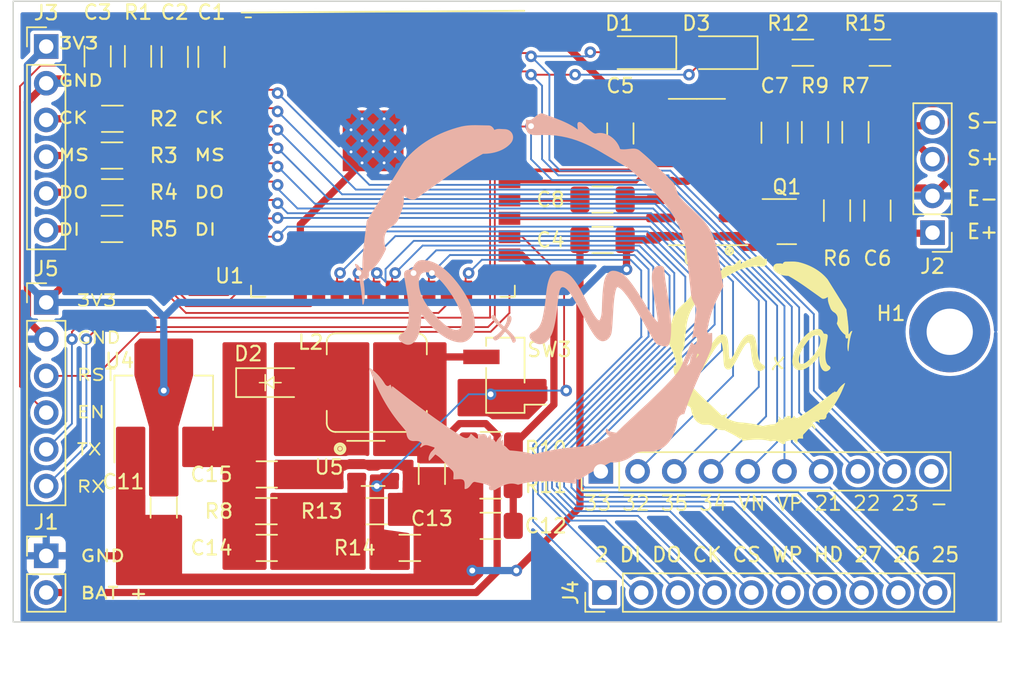
<source format=kicad_pcb>
(kicad_pcb (version 20221018) (generator pcbnew)
  (layers (0 "F.Cu" signal) (31 "B.Cu" signal) (34 "B.Paste" user) (35 "F.Paste" user) (36 "B.SilkS" user "B.Silkscreen") (37 "F.SilkS" user "F.Silkscreen") (38 "B.Mask" user) (39 "F.Mask" user) (44 "Edge.Cuts" user))
  (net 0 "")
  (net 1 "+3V3")
  (net 2 "EN")
  (net 3 "Net-(U2-VBG)")
  (net 4 "Net-(U2-INA+)")
  (net 5 "Net-(U2-XI)")
  (net 6 "XTAL")
  (net 7 "+BATT")
  (net 8 "+5V")
  (net 9 "TX")
  (net 10 "RX")
  (net 11 "S-")
  (net 12 "S+")
  (net 13 "MTCK")
  (net 14 "MTMS")
  (net 15 "MTDO")
  (net 16 "MTDI")
  (net 17 "Net-(U2-VFB)")
  (net 18 "E-")
  (net 19 "E+")
  (net 20 "Net-(U5-FB)")
  (net 21 "Net-(D2-A)")
  (net 22 "Net-(J3-Pin_3)")
  (net 23 "Net-(J3-Pin_4)")
  (net 24 "Net-(J3-Pin_5)")
  (net 25 "Net-(J3-Pin_6)")
  (net 26 "RST")
  (net 27 "Net-(Q1-B)")
  (net 28 "VP")
  (net 29 "VN")
  (net 30 "IO34")
  (net 31 "IO35")
  (net 32 "IO32")
  (net 33 "SCK")
  (net 34 "DOUT")
  (net 35 "XTAL_EN")
  (net 37 "IO33")
  (net 38 "IO25")
  (net 39 "IO26")
  (net 40 "BATT_REF")
  (net 41 "VBAT")
  (net 42 "CONV_EN")
  (net 43 "IO27")
  (net 44 "SHD")
  (net 45 "SWP")
  (net 46 "SCS")
  (net 47 "SDO")
  (net 48 "SDI")
  (net 49 "IO2")
  (net 50 "IO21")
  (net 51 "IO22")
  (net 52 "IO23")
  (net 54 "Net-(D1-K)")
  (net 55 "Net-(D3-K)")
  (net 56 "HX711_SCK")
  (footprint "Resistor_SMD:R_1206_3216Metric_Pad1.30x1.75mm_HandSolder" (layer "F.Cu") (at 38.862 40.64)
    (fp_text reference "R2")
    (fp_text value "100R")
  )
  (footprint "Resistor_SMD:R_1206_3216Metric_Pad1.30x1.75mm_HandSolder" (layer "F.Cu") (at 38.862 45.72)
    (fp_text reference "R4")
    (fp_text value "100R")
  )
  (footprint "Resistor_SMD:R_1206_3216Metric_Pad1.30x1.75mm_HandSolder" (layer "F.Cu") (at 38.836 43.18)
    (fp_text reference "R3")
    (fp_text value "100R")
  )
  (footprint "Diode_SMD:D_1206_3216Metric_Pad1.42x1.75mm_HandSolder" (layer "F.Cu") (at 75.4015 36.068 180)
    (fp_text reference "D1")
    (fp_text value "LED")
  )
  (footprint "Resistor_SMD:R_1206_3216Metric_Pad1.30x1.75mm_HandSolder" (layer "F.Cu") (at 65.05 63.204)
    (fp_text reference "R10")
    (fp_text value "1M")
  )
  (footprint "Connector_PinHeader_2.54mm:PinHeader_1x02_P2.54mm_Vertical_SMD_Pin1Left" (layer "F.Cu") (at 66.04 58.378 180)
    (fp_text reference "SW3")
    (fp_text value "POWER_ON")
  )
  (footprint "Diode_SMD:D_SOD-123" (layer "F.Cu") (at 49.784 58.886)
    (fp_text reference "D2")
    (fp_text value "MBR0520LT1")
  )
  (footprint "Capacitor_SMD:C_1206_3216Metric_Pad1.33x1.80mm_HandSolder" (layer "F.Cu") (at 43.18 36.3605 90)
    (fp_text reference "C2")
    (fp_text value "10uF")
  )
  (footprint "RF_Module:ESP32-WROOM-32" (layer "F.Cu") (at 57.575 43.075)
    (fp_text reference "U1")
    (fp_text value "ESP32-WROOM-32")
  )
  (footprint "MountingHole:MountingHole_3.2mm_M3_DIN965_Pad_TopBottom" (layer "F.Cu") (at 96.774 55.372)
    (fp_text reference "H1")
    (fp_text value "MountingHole")
  )
  (footprint "Connector_PinHeader_2.54mm:PinHeader_1x10_P2.54mm_Vertical" (layer "F.Cu") (at 72.644 65.024 90)
    (fp_text reference "J6" hide)
    (fp_text value "Conn_01x10_Pin")
  )
  (footprint "Inductor_SMD:L_Bourns_SRP7028A_7.3x6.6mm" (layer "F.Cu") (at 57.15 58.886 180)
    (fp_text reference "L2")
    (fp_text value "10uH")
  )
  (footprint "Package_TO_SOT_SMD:SOT-23" (layer "F.Cu") (at 85.5025 47.752)
    (fp_text reference "Q1")
    (fp_text value "S9015")
  )
  (footprint "Connector_PinHeader_2.54mm:PinHeader_1x02_P2.54mm_Vertical" (layer "F.Cu") (at 34.29 70.861)
    (fp_text reference "J1")
    (fp_text value "BATTERY")
  )
  (footprint "Capacitor_SMD:C_1206_3216Metric_Pad1.33x1.80mm_HandSolder" (layer "F.Cu") (at 65.024 68.792 180)
    (fp_text reference "C12")
    (fp_text value "100nF")
  )
  (footprint "Resistor_SMD:R_1206_3216Metric_Pad1.30x1.75mm_HandSolder" (layer "F.Cu") (at 49.5135 67.776)
    (fp_text reference "R8")
    (fp_text value "620K")
  )
  (footprint "Capacitor_SMD:C_1206_3216Metric_Pad1.33x1.80mm_HandSolder" (layer "F.Cu") (at 73.994 41.656 90)
    (fp_text reference "C5")
    (fp_text value "0.1uF")
  )
  (footprint "Connector_PinHeader_2.54mm:PinHeader_1x06_P2.54mm_Vertical" (layer "F.Cu") (at 34.29 35.642)
    (fp_text reference "J3")
    (fp_text value "JTAG")
  )
  (footprint "Capacitor_SMD:C_1206_3216Metric_Pad1.33x1.80mm_HandSolder" (layer "F.Cu") (at 60.96 65.1975 90)
    (fp_text reference "C13")
    (fp_text value "4.7uF")
  )
  (footprint "Capacitor_SMD:C_1206_3216Metric_Pad1.33x1.80mm_HandSolder" (layer "F.Cu") (at 49.5435 70.316 180)
    (fp_text reference "C14")
    (fp_text value "3.3pF")
  )
  (footprint "Capacitor_SMD:C_1206_3216Metric_Pad1.33x1.80mm_HandSolder" (layer "F.Cu") (at 84.662 41.603 -90)
    (fp_text reference "C7")
    (fp_text value "0.1uF")
  )
  (footprint "Package_SO:SOP-16_3.9x9.9mm_P1.27mm" (layer "F.Cu") (at 79.288 44.323 180)
    (fp_text reference "U2")
    (fp_text value "HX711")
  )
  (footprint "Capacitor_SMD:C_1206_3216Metric_Pad1.33x1.80mm_HandSolder" (layer "F.Cu") (at 45.72 36.3605 90)
    (fp_text reference "C1")
    (fp_text value "0.1uF")
  )
  (footprint "Resistor_SMD:R_1206_3216Metric_Pad1.30x1.75mm_HandSolder" (layer "F.Cu") (at 59.436 70.316)
    (fp_text reference "R14")
    (fp_text value "10K")
  )
  (footprint "Package_TO_SOT_SMD:SOT-23-5" (layer "F.Cu") (at 56.896 64.474)
    (fp_text reference "U5")
    (fp_text value "TPS61040DBV")
  )
  (footprint "Resistor_SMD:R_1206_3216Metric_Pad1.30x1.75mm_HandSolder" (layer "F.Cu") (at 57.15 67.776)
    (fp_text reference "R13")
    (fp_text value "200K")
  )
  (footprint "Resistor_SMD:R_1206_3216Metric_Pad1.30x1.75mm_HandSolder" (layer "F.Cu") (at 40.64 36.322 90)
    (fp_text reference "R1")
    (fp_text value "10K")
  )
  (footprint "Resistor_SMD:R_1206_3216Metric_Pad1.30x1.75mm_HandSolder" (layer "F.Cu") (at 86.614 36.068 180)
    (fp_text reference "R12")
    (fp_text value "330R")
  )
  (footprint "Capacitor_SMD:C_1206_3216Metric_Pad1.33x1.80mm_HandSolder" (layer "F.Cu") (at 42.418 67.522 90)
    (fp_text reference "C11")
    (fp_text value "22uF")
  )
  (footprint "Connector_PinHeader_2.54mm:PinHeader_1x10_P2.54mm_Vertical" (layer "F.Cu") (at 72.898 73.406 90)
    (fp_text reference "J4")
    (fp_text value "Conn_01x10_Pin")
  )
  (footprint "Resistor_SMD:R_1206_3216Metric_Pad1.30x1.75mm_HandSolder" (layer "F.Cu") (at 90.25 41.573 90)
    (fp_text reference "R7")
    (fp_text value "8K2")
  )
  (footprint "Resistor_SMD:R_1206_3216Metric_Pad1.30x1.75mm_HandSolder" (layer "F.Cu") (at 65.024 65.998 180)
    (fp_text reference "R11")
    (fp_text value "330K")
  )
  (footprint "Resistor_SMD:R_1206_3216Metric_Pad1.30x1.75mm_HandSolder" (layer "F.Cu") (at 88.98 46.99 90)
    (fp_text reference "R6")
    (fp_text value "10K")
  )
  (footprint "Package_TO_SOT_SMD:SOT-223-3_TabPin2" (layer "F.Cu") (at 42.418 60.308 90)
    (fp_text reference "U4")
    (fp_text value "AMS1117-3.3")
  )
  (footprint "Connector_PinHeader_2.54mm:PinHeader_1x04_P2.54mm_Vertical" (layer "F.Cu") (at 95.584 48.514 180)
    (fp_text reference "J2")
    (fp_text value "Conn_01x04_Pin")
  )
  (footprint "Capacitor_SMD:C_1206_3216Metric_Pad1.33x1.80mm_HandSolder" (layer "F.Cu") (at 91.774 46.99 -90)
    (fp_text reference "C6")
    (fp_text value "10uF")
  )
  (footprint "Capacitor_SMD:C_1206_3216Metric_Pad1.33x1.80mm_HandSolder" (layer "F.Cu") (at 72.7625 49.022 180)
    (fp_text reference "C4")
    (fp_text value "10uF")
  )
  (footprint "Diode_SMD:D_1206_3216Metric_Pad1.42x1.75mm_HandSolder" (layer "F.Cu") (at 81.026 36.068 180)
    (fp_text reference "D3")
    (fp_text value "LED")
  )
  (footprint "Capacitor_SMD:C_1206_3216Metric_Pad1.33x1.80mm_HandSolder" (layer "F.Cu") (at 72.7625 46.228 180)
    (fp_text reference "C8")
    (fp_text value "22pF")
  )
  (footprint "Capacitor_SMD:C_1206_3216Metric_Pad1.33x1.80mm_HandSolder" (layer "F.Cu") (at 49.5435 65.236 180)
    (fp_text reference "C15")
    (fp_text value "4.7uF")
  )
  (footprint "Connector_PinHeader_2.54mm:PinHeader_1x06_P2.54mm_Vertical" (layer "F.Cu") (at 34.29 53.34)
    (fp_text reference "J5")
    (fp_text value "UART")
  )
  (footprint "Resistor_SMD:R_1206_3216Metric_Pad1.30x1.75mm_HandSolder" (layer "F.Cu") (at 38.836 48.26)
    (fp_text reference "R5")
    (fp_text value "100R")
  )
  (footprint "Resistor_SMD:R_1206_3216Metric_Pad1.30x1.75mm_HandSolder" (layer "F.Cu") (at 87.456 41.573 90)
    (fp_text reference "R9")
    (fp_text value "1K2")
  )
  (footprint "Resistor_SMD:R_1206_3216Metric_Pad1.30x1.75mm_HandSolder" (layer "F.Cu") (at 91.948 36.068)
    (fp_text reference "R15")
    (fp_text value "330R")
  )
  (footprint "Capacitor_SMD:C_1206_3216Metric_Pad1.33x1.80mm_HandSolder" (layer "F.Cu") (at 37.846 36.322 90)
    (fp_text reference "C3")
    (fp_text value "0.1uF")
  )
  (gr_poly (pts (xy 63.724538 41.125088) (xy 63.606818 41.130788) (xy 63.488177 41.139522) (xy 63.368451 41.151722) (xy 63.247479 41.167822) (xy 63.125098 41.188255) (xy 63.001146 41.213454) (xy 62.699201 41.294461) (xy 62.403593 41.38489) (xy 62.114594 41.484633) (xy 61.832473 41.593583) (xy 61.557501 41.711631) (xy 61.28995 41.838669) (xy 61.030089 41.974588) (xy 60.778189 42.119281) (xy 60.534522 42.27264) (xy 60.299357 42.434556) (xy 60.072966 42.604921) (xy 59.855618 42.783628) (xy 59.647586 42.970567) (xy 59.449138 43.165632) (xy 59.260547 43.368713) (xy 59.082083 43.579702) (xy 56.493984 47.720616) (xy 56.290655 49.356644) (xy 56.246318 49.791651) (xy 56.213245 50.237057) (xy 56.202288 50.46366) (xy 56.195772 50.692861) (xy 56.194239 50.924662) (xy 56.198232 51.159061) (xy 56.174813 51.157998) (xy 56.153012 51.154891) (xy 56.132715 51.149861) (xy 56.113806 51.14303) (xy 56.096169 51.13452) (xy 56.079691 51.124453) (xy 56.064255 51.112951) (xy 56.049747 51.100135) (xy 56.036052 51.086128) (xy 56.023054 51.071051) (xy 56.010639 51.055026) (xy 55.998691 51.038175) (xy 55.975736 51.002483) (xy 55.95327 50.96495) (xy 55.930371 50.926549) (xy 55.906119 50.888256) (xy 55.893198 50.869455) (xy 55.879593 50.851046) (xy 55.86519 50.833152) (xy 55.849873 50.815893) (xy 55.833526 50.799393) (xy 55.816036 50.783773) (xy 55.797287 50.769155) (xy 55.777164 50.75566) (xy 55.755551 50.743411) (xy 55.732334 50.732529) (xy 55.707398 50.723137) (xy 55.680627 50.715355) (xy 55.734366 50.856161) (xy 55.78475 51.001245) (xy 55.831885 51.150554) (xy 55.875881 51.304033) (xy 55.916844 51.461628) (xy 55.954884 51.623284) (xy 55.990108 51.788949) (xy 56.022624 51.958567) (xy 56.079964 52.309446) (xy 56.12777 52.675489) (xy 56.166904 53.056262) (xy 56.198232 53.451332) (xy 56.228687 53.337116) (xy 56.251236 53.216997) (xy 56.266635 53.092005) (xy 56.275644 52.963168) (xy 56.279019 52.831515) (xy 56.277521 52.698076) (xy 56.271906 52.563879) (xy 56.262932 52.429954) (xy 56.161242 51.491802) (xy 56.185182 51.527898) (xy 56.208465 51.560027) (xy 56.231085 51.588337) (xy 56.253034 51.612978) (xy 56.274305 51.634097) (xy 56.294893 51.651846) (xy 56.31479 51.666371) (xy 56.33399 51.677823) (xy 56.352485 51.68635) (xy 56.370269 51.692101) (xy 56.387336 51.695225) (xy 56.403678 51.695871) (xy 56.419288 51.694189) (xy 56.434161 51.690326) (xy 56.448289 51.684432) (xy 56.461665 51.676656) (xy 56.474283 51.667147) (xy 56.486136 51.656054) (xy 56.497217 51.643525) (xy 56.50752 51.62971) (xy 56.517037 51.614758) (xy 56.525762 51.598818) (xy 56.533688 51.582038) (xy 56.540808 51.564567) (xy 56.547116 51.546555) (xy 56.552605 51.528151) (xy 56.557268 51.509503) (xy 56.561099 51.490761) (xy 56.566234 51.453588) (xy 56.567526 51.435455) (xy 56.567958 51.417823) (xy 56.565025 51.391057) (xy 56.563135 51.366151) (xy 56.562247 51.343019) (xy 56.56232 51.321572) (xy 56.563314 51.301722) (xy 56.565188 51.283382) (xy 56.567902 51.266463) (xy 56.571414 51.250877) (xy 56.575685 51.236536) (xy 56.580674 51.223354) (xy 56.586339 51.21124) (xy 56.592642 51.200108) (xy 56.59954 51.189869) (xy 56.606993 51.180436) (xy 56.614961 51.171721) (xy 56.623403 51.163635) (xy 56.632279 51.156091) (xy 56.641547 51.149) (xy 56.6611 51.135827) (xy 56.703133 51.111055) (xy 56.724964 51.098048) (xy 56.746904 51.083688) (xy 56.768629 51.067271) (xy 56.779309 51.058072) (xy 56.789813 51.048095) (xy 56.864384 50.978292) (xy 56.935758 50.907352) (xy 57.004206 50.835003) (xy 57.069999 50.760975) (xy 57.133408 50.684998) (xy 57.194704 50.606801) (xy 57.254158 50.526112) (xy 57.312041 50.442662) (xy 57.368623 50.356179) (xy 57.424176 50.266394) (xy 57.47897 50.173034) (xy 57.533277 50.07583) (xy 57.587366 49.974511) (xy 57.64151 49.868807) (xy 57.695979 49.758446) (xy 57.751044 49.643157) (xy 57.718232 49.550577) (xy 57.68959 49.45361) (xy 57.665822 49.353068) (xy 57.647632 49.249764) (xy 57.635725 49.144509) (xy 57.630804 49.038117) (xy 57.633574 48.931399) (xy 57.644739 48.825168) (xy 57.65369 48.772489) (xy 57.665003 48.720237) (xy 57.678767 48.668512) (xy 57.69507 48.617418) (xy 57.714 48.567054) (xy 57.735645 48.517522) (xy 57.760092 48.468925) (xy 57.78743 48.421364) (xy 57.817748 48.37494) (xy 57.851132 48.329754) (xy 57.887671 48.285909) (xy 57.927453 48.243506) (xy 57.970566 48.202647) (xy 58.017097 48.163432) (xy 58.067136 48.125964) (xy 58.12077 48.090344) (xy 58.15583 48.068677) (xy 58.19154 48.045221) (xy 58.227683 48.019924) (xy 58.264043 47.99273) (xy 58.300403 47.963586) (xy 58.336546 47.932436) (xy 58.372256 47.899228) (xy 58.407315 47.863907) (xy 58.441507 47.826418) (xy 58.474616 47.786708) (xy 58.506425 47.744722) (xy 58.536716 47.700407) (xy 58.565273 47.653707) (xy 58.59188 47.604569) (xy 58.61632 47.552939) (xy 58.627659 47.526172) (xy 58.638375 47.498762) (xy 58.698164 47.342634) (xy 58.763155 47.178712) (xy 58.82815 47.006127) (xy 58.859024 46.916316) (xy 58.88795 46.824014) (xy 58.914276 46.729114) (xy 58.937353 46.631506) (xy 58.956532 46.531082) (xy 58.971162 46.427735) (xy 58.980593 46.321355) (xy 58.984175 46.211834) (xy 58.981259 46.099065) (xy 58.977161 46.041427) (xy 58.971195 45.982937) (xy 58.969541 45.967831) (xy 58.971408 45.956977) (xy 58.973611 45.953051) (xy 58.976634 45.950076) (xy 58.985054 45.946831) (xy 58.996508 45.946945) (xy 59.010833 45.950118) (xy 59.027865 45.956053) (xy 59.047444 45.964453) (xy 59.276212 46.084616) (xy 59.347486 46.118448) (xy 59.384341 46.134294) (xy 59.421792 46.149029) (xy 59.459677 46.162356) (xy 59.497832 46.173977) (xy 59.536095 46.183594) (xy 59.574304 46.190909) (xy 59.612297 46.195624) (xy 59.64991 46.197442) (xy 59.686981 46.196064) (xy 59.723349 46.191192) (xy 59.758849 46.182529) (xy 59.793321 46.169776) (xy 59.8266 46.152637) (xy 59.842743 46.142329) (xy 59.858526 46.130812) (xy 62.058384 44.564119) (xy 62.634342 44.16702) (xy 63.22763 43.775552) (xy 63.841712 43.393614) (xy 64.157635 43.207438) (xy 64.480055 43.025107) (xy 64.650314 43.021271) (xy 64.814399 43.010016) (xy 64.9722 42.991719) (xy 65.123609 42.966762) (xy 65.268519 42.935522) (xy 65.406822 42.898378) (xy 65.538408 42.855711) (xy 65.66317 42.807898) (xy 65.780999 42.755318) (xy 65.891787 42.698352) (xy 65.995427 42.637378) (xy 66.091809 42.572774) (xy 66.180825 42.50492) (xy 66.262368 42.434196) (xy 66.336328 42.360979) (xy 66.402599 42.28565) (xy 66.428818 42.25068) (xy 66.452059 42.215162) (xy 66.472376 42.179197) (xy 66.489824 42.142887) (xy 66.504455 42.106333) (xy 66.516324 42.069637) (xy 66.525486 42.032901) (xy 66.531995 41.996226) (xy 66.535904 41.959714) (xy 66.537267 41.923465) (xy 66.53614 41.887582) (xy 66.532576 41.852166) (xy 66.526628 41.817319) (xy 66.518352 41.783143) (xy 66.507802 41.749737) (xy 66.495031 41.717206) (xy 66.480093 41.685649) (xy 66.463043 41.655168) (xy 66.443936 41.625865) (xy 66.422824 41.597842) (xy 66.399762 41.5712) (xy 66.374804 41.54604) (xy 66.348005 41.522464) (xy 66.319418 41.500574) (xy 66.289098 41.480471) (xy 66.257099 41.462256) (xy 66.223474 41.446032) (xy 66.188279 41.431899) (xy 66.151566 41.41996) (xy 66.113391 41.410315) (xy 66.073807 41.403067) (xy 66.032869 41.398317) (xy 65.630775 41.379822) (xy 65.58076 41.380761) (xy 65.53134 41.383868) (xy 65.482679 41.389575) (xy 65.434938 41.398317) (xy 65.388279 41.410526) (xy 65.342866 41.426636) (xy 65.320677 41.43629) (xy 65.29886 41.447081) (xy 65.277435 41.459064) (xy 65.256424 41.472294) (xy 65.248207 41.444188) (xy 65.237499 41.41554) (xy 65.22441 41.386675) (xy 65.209046 41.357918) (xy 65.191518 41.329594) (xy 65.171932 41.302029) (xy 65.150397 41.275546) (xy 65.127022 41.250471) (xy 65.101915 41.227129) (xy 65.088746 41.216209) (xy 65.075185 41.205844) (xy 65.061244 41.196076) (xy 65.046939 41.186943) (xy 65.032282 41.178488) (xy 65.017286 41.17075) (xy 65.001966 41.16377) (xy 64.986335 41.157589) (xy 64.970406 41.152248) (xy 64.954194 41.147786) (xy 64.93771 41.144246) (xy 64.92097 41.141666) (xy 64.903987 41.140089) (xy 64.886774 41.139554) (xy 64.886777 41.139556) (xy 63.957862 41.121051)) (stroke (width 0.079374)) (fill solid) (layer "B.SilkS"))
  (gr_poly (pts (xy 68.473015 40.326119) (xy 68.438882 40.334319) (xy 68.405757 40.344909) (xy 68.373568 40.357678) (xy 68.342238 40.372417) (xy 68.311693 40.388916) (xy 68.281859 40.406965) (xy 68.252662 40.426355) (xy 68.224026 40.446875) (xy 68.168144 40.490466) (xy 68.113615 40.53606) (xy 68.00624 40.626544) (xy 67.952201 40.668075) (xy 67.924833 40.687178) (xy 67.897134 40.704894) (xy 67.869029 40.721011) (xy 67.840443 40.735322) (xy 67.811303 40.747614) (xy 67.781533 40.75768) (xy 67.751059 40.765308) (xy 67.719807 40.770289) (xy 67.687703 40.772413) (xy 67.654671 40.771471) (xy 67.620637 40.767252) (xy 67.585528 40.759547) (xy 67.549268 40.748145) (xy 67.511783 40.732837) (xy 67.502536 41.111813) (xy 67.503006 41.156419) (xy 67.504559 41.20005) (xy 67.507413 41.242598) (xy 67.511783 41.283955) (xy 67.517888 41.324012) (xy 67.525943 41.362662) (xy 67.536166 41.399795) (xy 67.548773 41.435305) (xy 67.559809 41.462175) (xy 67.572092 41.487365) (xy 67.585567 41.510931) (xy 67.60018 41.532926) (xy 67.615876 41.553406) (xy 67.632602 41.572423) (xy 67.650303 41.590032) (xy 67.668925 41.606287) (xy 67.688414 41.621242) (xy 67.708715 41.634952) (xy 67.729775 41.64747) (xy 67.751539 41.658852) (xy 67.773953 41.66915) (xy 67.796963 41.678419) (xy 67.820514 41.686714) (xy 67.844553 41.694088) (xy 67.893877 41.70629) (xy 67.944499 41.71546) (xy 67.995988 41.722031) (xy 68.047908 41.726436) (xy 68.099828 41.729107) (xy 68.151312 41.730479) (xy 68.251242 41.731057) (xy 68.703845 41.71687) (xy 69.133809 41.728461) (xy 69.542761 41.763882) (xy 69.932323 41.821183) (xy 70.304122 41.898413) (xy 70.659781 41.993624) (xy 71.000925 42.104866) (xy 71.329179 42.230188) (xy 71.646168 42.367642) (xy 71.953516 42.515277) (xy 72.252848 42.671144) (xy 72.545789 42.833294) (xy 73.686131 43.505724) (xy 73.840091 43.599756) (xy 73.995781 43.689451) (xy 74.305424 43.866236) (xy 74.455915 43.958524) (xy 74.529321 44.006779) (xy 74.601212 44.056876) (xy 74.671371 44.109138) (xy 74.739582 44.163891) (xy 74.805629 44.221461) (xy 74.869295 44.282171) (xy 75.469514 44.834451) (xy 76.066266 45.39366) (xy 76.357926 45.681279) (xy 76.642221 45.97713) (xy 76.916984 46.283379) (xy 77.180049 46.602193) (xy 77.42925 46.935737) (xy 77.662421 47.28618) (xy 77.772317 47.468415) (xy 77.877394 47.655687) (xy 77.97738 47.848266) (xy 78.072005 48.046424) (xy 78.160997 48.250432) (xy 78.244086 48.460559) (xy 78.321001 48.677077) (xy 78.391472 48.900257) (xy 78.455227 49.13037) (xy 78.511995 49.367686) (xy 78.561507 49.612476) (xy 78.603491 49.865011) (xy 78.936231 52.896739) (xy 78.94065 52.927936) (xy 78.946876 52.959146) (xy 78.954768 52.990383) (xy 78.964183 53.021661) (xy 78.987013 53.084393) (xy 79.014229 53.14745) (xy 79.044695 53.21094) (xy 79.077273 53.274973) (xy 79.144213 53.405096) (xy 79.176302 53.471404) (xy 79.205953 53.538687) (xy 79.232028 53.607054) (xy 79.24337 53.641678) (xy 79.253391 53.676613) (xy 79.26195 53.711873) (xy 79.268904 53.747472) (xy 79.274112 53.783423) (xy 79.27743 53.81974) (xy 79.278718 53.856436) (xy 79.277832 53.893525) (xy 79.27463 53.931021) (xy 79.268971 53.968936) (xy 79.010209 55.780592) (xy 79.034146 55.758035) (xy 79.057414 55.738803) (xy 79.079991 55.722753) (xy 79.101856 55.709743) (xy 79.12299 55.699631) (xy 79.143373 55.692275) (xy 79.162983 55.687533) (xy 79.181801 55.685262) (xy 79.199807 55.68532) (xy 79.216979 55.687565) (xy 79.233298 55.691855) (xy 79.248744 55.698048) (xy 79.263296 55.706001) (xy 79.276934 55.715571) (xy 79.289637 55.726618) (xy 79.301386 55.738999) (xy 79.312159 55.752571) (xy 79.321937 55.767193) (xy 79.3307 55.782722) (xy 79.338426 55.799015) (xy 79.345097 55.815932) (xy 79.35069 55.833329) (xy 79.355187 55.851064) (xy 79.358567 55.868996) (xy 79.360809 55.886981) (xy 79.361893 55.904878) (xy 79.361799 55.922545) (xy 79.360507 55.939839) (xy 79.357996 55.956618) (xy 79.354246 55.97274) (xy 79.349237 55.988063) (xy 79.342948 56.002445) (xy 79.323952 56.054283) (xy 79.31069 56.085781) (xy 79.294992 56.119122) (xy 79.276911 56.152896) (xy 79.256502 56.185696) (xy 79.233818 56.216114) (xy 79.22164 56.22999) (xy 79.208914 56.242742) (xy 79.195646 56.254194) (xy 79.181843 56.26417) (xy 79.167512 56.272495) (xy 79.15266 56.278992) (xy 79.137293 56.283485) (xy 79.121419 56.285799) (xy 79.105043 56.285756) (xy 79.088173 56.283182) (xy 79.070816 56.2779) (xy 79.052978 56.269734) (xy 79.034665 56.258508) (xy 79.015886 56.244047) (xy 78.996646 56.226173) (xy 78.976952 56.204712) (xy 78.956812 56.179486) (xy 78.936231 56.150321) (xy 78.88075 56.260102) (xy 78.825104 56.380389) (xy 78.712672 56.645985) (xy 78.478704 57.231765) (xy 78.354571 57.525953) (xy 78.29015 57.667684) (xy 78.223943 57.803674) (xy 78.155788 57.932299) (xy 78.085522 58.051932) (xy 78.012984 58.16095) (xy 77.938011 58.257727) (xy 77.698142 58.533326) (xy 77.450581 58.805673) (xy 77.196306 59.074987) (xy 76.936289 59.341484) (xy 76.402931 59.866894) (xy 75.858307 60.383637) (xy 74.766454 61.398063) (xy 74.234822 61.899216) (xy 73.723119 62.398641) (xy 73.602022 62.37379) (xy 73.489155 62.352407) (xy 73.385818 62.331026) (xy 73.33813 62.319253) (xy 73.293313 62.30618) (xy 73.251529 62.291374) (xy 73.212941 62.274402) (xy 73.177712 62.254831) (xy 73.161408 62.243935) (xy 73.146004 62.232226) (xy 73.131521 62.219651) (xy 73.11798 62.206155) (xy 73.1054 62.191685) (xy 73.093803 62.176185) (xy 73.083207 62.159602) (xy 73.073635 62.141881) (xy 73.065105 62.122969) (xy 73.057638 62.102811) (xy 73.048206 62.123605) (xy 73.040655 62.144364) (xy 73.034918 62.165056) (xy 73.030928 62.185646) (xy 73.028615 62.206101) (xy 73.027914 62.226386) (xy 73.028755 62.246468) (xy 73.031073 62.266314) (xy 73.034798 62.285888) (xy 73.039863 62.305158) (xy 73.046201 62.324089) (xy 73.053743 62.342648) (xy 73.062423 62.360801) (xy 73.072172 62.378514) (xy 73.082923 62.395753) (xy 73.094608 62.412484) (xy 73.107159 62.428673) (xy 73.120509 62.444287) (xy 73.134591 62.459292) (xy 73.149335 62.473654) (xy 73.180545 62.500312) (xy 73.213596 62.523992) (xy 73.247947 62.544422) (xy 73.283058 62.561331) (xy 73.300728 62.568382) (xy 73.318386 62.57445) (xy 73.335962 62.579503) (xy 73.35339 62.583507) (xy 73.127794 62.719987) (xy 73.011856 62.786115) (xy 72.893536 62.850401) (xy 72.772617 62.91252) (xy 72.648882 62.972147) (xy 72.522115 63.028957) (xy 72.392099 63.082626) (xy 72.258617 63.132828) (xy 72.121452 63.179238) (xy 71.980389 63.221531) (xy 71.835209 63.259383) (xy 71.685696 63.292468) (xy 71.531634 63.320462) (xy 71.372806 63.343039) (xy 71.208995 63.359874) (xy 70.782647 63.392741) (xy 70.363235 63.435571) (xy 69.950757 63.487932) (xy 69.545216 63.549391) (xy 69.146609 63.619515) (xy 68.754938 63.697873) (xy 68.370203 63.784031) (xy 67.992403 63.877557) (xy 67.798229 63.825495) (xy 67.603622 63.779929) (xy 67.408148 63.740426) (xy 67.211373 63.706553) (xy 67.012864 63.677879) (xy 66.812188 63.653969) (xy 66.608912 63.634393) (xy 66.402601 63.618717) (xy 66.385481 63.617866) (xy 66.368761 63.615377) (xy 66.352406 63.611345) (xy 66.336383 63.605864) (xy 66.320659 63.599029) (xy 66.305198 63.590935) (xy 66.289968 63.581677) (xy 66.274934 63.571349) (xy 66.260062 63.560047) (xy 66.24532 63.547864) (xy 66.216085 63.521238) (xy 66.186959 63.492228) (xy 66.15767 63.461594) (xy 66.09752 63.398482) (xy 66.066118 63.367521) (xy 66.03347 63.337968) (xy 66.016594 63.323956) (xy 65.999305 63.31058) (xy 65.981568 63.297935) (xy 65.963351 63.286115) (xy 65.944619 63.275217) (xy 65.925338 63.265333) (xy 65.905475 63.256559) (xy 65.884996 63.24899) (xy 65.848008 62.879261) (xy 65.827963 62.908211) (xy 65.809407 62.932795) (xy 65.792315 62.953196) (xy 65.776657 62.969596) (xy 65.762408 62.982178) (xy 65.74954 62.991124) (xy 65.738026 62.996618) (xy 65.727839 62.998843) (xy 65.718952 62.997981) (xy 65.711338 62.994214) (xy 65.704969 62.987726) (xy 65.69982 62.9787) (xy 65.695861 62.967318) (xy 65.693068 62.953762) (xy 65.691411 62.938217) (xy 65.690865 62.920864) (xy 65.691402 62.901886) (xy 65.692995 62.881466) (xy 65.699241 62.837031) (xy 65.709387 62.789021) (xy 65.723215 62.738898) (xy 65.740509 62.688125) (xy 65.761052 62.638163) (xy 65.772474 62.613943) (xy 65.784627 62.590474) (xy 65.797484 62.56794) (xy 65.811018 62.546522) (xy 65.764598 62.587686) (xy 65.722188 62.627984) (xy 65.683463 62.667414) (xy 65.648096 62.705977) (xy 65.615764 62.743674) (xy 65.586141 62.780503) (xy 65.558902 62.816466) (xy 65.533722 62.851561) (xy 65.488238 62.919152) (xy 65.447089 62.983274) (xy 65.407674 63.043929) (xy 65.387803 63.072956) (xy 65.367391 63.101116) (xy 65.366543 63.08989) (xy 65.36407 63.077147) (xy 65.354683 63.047977) (xy 65.340097 63.01534) (xy 65.321179 62.980969) (xy 65.298794 62.946597) (xy 65.27381 62.913957) (xy 65.247091 62.884783) (xy 65.233353 62.872037) (xy 65.219506 62.860807) (xy 65.205659 62.851311) (xy 65.191919 62.843763) (xy 65.178397 62.838382) (xy 65.165198 62.835384) (xy 65.152433 62.834986) (xy 65.140209 62.837403) (xy 65.128634 62.842853) (xy 65.117818 62.851553) (xy 65.107867 62.863719) (xy 65.098891 62.879567) (xy 65.090997 62.899315) (xy 65.084295 62.923179) (xy 65.078892 62.951375) (xy 65.074896 62.984121) (xy 65.072416 63.021632) (xy 65.07156 63.064127) (xy 64.997662 62.583511) (xy 64.987479 62.578159) (xy 64.977701 62.575806) (xy 64.968302 62.576203) (xy 64.959255 62.579097) (xy 64.950532 62.58424) (xy 64.942107 62.59138) (xy 64.933953 62.600267) (xy 64.926042 62.610651) (xy 64.910843 62.634904) (xy 64.896292 62.662138) (xy 64.868271 62.717525) (xy 64.854367 62.741671) (xy 64.847347 62.75198) (xy 64.840246 62.76078) (xy 64.833036 62.767819) (xy 64.825691 62.772847) (xy 64.818182 62.775613) (xy 64.810485 62.775868) (xy 64.80257 62.77336) (xy 64.794411 62.767839) (xy 64.785981 62.759054) (xy 64.777254 62.746756) (xy 64.768201 62.730693) (xy 64.758795 62.710614) (xy 64.749011 62.686271) (xy 64.73882 62.657411) (xy 64.728103 62.62792) (xy 64.716755 62.601719) (xy 64.704799 62.578632) (xy 64.692253 62.558483) (xy 64.679138 62.541095) (xy 64.665474 62.526294) (xy 64.651283 62.513902) (xy 64.636583 62.503744) (xy 64.621395 62.495644) (xy 64.605741 62.489426) (xy 64.589639 62.484914) (xy 64.573111 62.481932) (xy 64.556176 62.480304) (xy 64.538855 62.479854) (xy 64.521168 62.480405) (xy 64.503136 62.481783) (xy 64.466117 62.486312) (xy 64.427961 62.492033) (xy 64.388828 62.497538) (xy 64.348884 62.501419) (xy 64.328657 62.50231) (xy 64.308289 62.502268) (xy 64.287798 62.501116) (xy 64.267206 62.498677) (xy 64.246533 62.494777) (xy 64.225798 62.489239) (xy 64.205023 62.481887) (xy 64.184228 62.472545) (xy 64.190835 62.486823) (xy 64.196771 62.501852) (xy 64.206551 62.533706) (xy 64.213406 62.567186) (xy 64.217173 62.601371) (xy 64.21769 62.63534) (xy 64.216679 62.651955) (xy 64.214795 62.668172) (xy 64.212017 62.683874) (xy 64.208325 62.698947) (xy 64.203699 62.713275) (xy 64.198118 62.726743) (xy 64.191562 62.739237) (xy 64.184012 62.75064) (xy 64.175446 62.760839) (xy 64.165844 62.769717) (xy 64.155186 62.77716) (xy 64.143452 62.783053) (xy 64.130621 62.78728) (xy 64.116674 62.789727) (xy 64.101589 62.790277) (xy 64.085347 62.788818) (xy 64.067928 62.785232) (xy 64.04931 62.779405) (xy 64.029474 62.771222) (xy 64.008399 62.760568) (xy 63.986066 62.747327) (xy 63.962453 62.731385) (xy 63.666622 62.472545) (xy 63.648974 62.512323) (xy 63.630724 62.548554) (xy 63.611918 62.581373) (xy 63.592606 62.610915) (xy 63.572833 62.637315) (xy 63.552647 62.660709) (xy 63.532095 62.681233) (xy 63.511226 62.699021) (xy 63.490086 62.71421) (xy 63.468722 62.726934) (xy 63.447183 62.737329) (xy 63.425515 62.74553) (xy 63.403766 62.751674) (xy 63.381983 62.755894) (xy 63.360214 62.758327) (xy 63.338506 62.759108) (xy 63.316906 62.758372) (xy 63.295462 62.756255) (xy 63.274221 62.752892) (xy 63.253231 62.748419) (xy 63.212191 62.736683) (xy 63.172721 62.722129) (xy 63.135201 62.705842) (xy 63.10001 62.688905) (xy 63.038131 62.657411) (xy 62.428229 62.260902) (xy 61.819194 61.84923) (xy 61.211893 61.424559) (xy 60.607193 60.989056) (xy 60.00596 60.544888) (xy 59.409062 60.094221) (xy 58.231737 59.182055) (xy 58.268724 59.66267) (xy 58.083861 59.071087) (xy 58.066639 59.087455) (xy 58.049641 59.10194) (xy 58.032873 59.114612) (xy 58.016342 59.125536) (xy 58.000055 59.134782) (xy 57.984019 59.142417) (xy 57.968239 59.148508) (xy 57.952724 59.153124) (xy 57.93748 59.156332) (xy 57.922513 59.158199) (xy 57.907831 59.158793) (xy 57.893439 59.158183) (xy 57.879345 59.156435) (xy 57.865556 59.153618) (xy 57.852079 59.149799) (xy 57.838919 59.145045) (xy 57.826085 59.139426) (xy 57.813581 59.133007) (xy 57.801417 59.125858) (xy 57.789597 59.118045) (xy 57.767021 59.100699) (xy 57.745905 59.081513) (xy 57.726306 59.061027) (xy 57.708276 59.039784) (xy 57.69187 59.018324) (xy 57.677142 58.997189) (xy 57.634652 58.927874) (xy 57.590267 58.858613) (xy 57.543824 58.789461) (xy 57.495162 58.720471) (xy 57.444117 58.651698) (xy 57.390527 58.583195) (xy 57.334228 58.515018) (xy 57.275059 58.44722) (xy 57.212857 58.379856) (xy 57.147459 58.312979) (xy 57.078702 58.246644) (xy 57.006424 58.180905) (xy 56.930462 58.115816) (xy 56.850653 58.051432) (xy 56.766835 57.987806) (xy 56.678845 57.924992) (xy 56.90603 58.505788) (xy 57.144478 59.056688) (xy 57.268196 59.321333) (xy 57.395055 59.578992) (xy 57.525164 59.829828) (xy 57.658629 60.074001) (xy 57.795561 60.311676) (xy 57.936067 60.543013) (xy 58.080255 60.768177) (xy 58.228234 60.987328) (xy 58.380113 61.20063) (xy 58.535999 61.408245) (xy 58.696001 61.610336) (xy 58.860228 61.807064) (xy 59.229955 62.25077) (xy 59.230858 62.300078) (xy 59.233711 62.350577) (xy 59.238731 62.401725) (xy 59.246135 62.452979) (xy 59.256138 62.5038) (xy 59.268958 62.553645) (xy 59.284811 62.601972) (xy 59.303913 62.64824) (xy 59.326481 62.691907) (xy 59.339132 62.712596) (xy 59.352731 62.732431) (xy 59.367304 62.751346) (xy 59.38288 62.769272) (xy 59.399484 62.786142) (xy 59.417144 62.801888) (xy 59.435887 62.816441) (xy 59.45574 62.829736) (xy 59.47673 62.841703) (xy 59.498884 62.852275) (xy 59.52223 62.861385) (xy 59.546793 62.868964) (xy 59.572602 62.874945) (xy 59.599683 62.879261) (xy 59.613974 62.88231) (xy 59.62909 62.88458) (xy 59.661639 62.887136) (xy 59.697005 62.887632) (xy 59.734863 62.886774) (xy 59.816754 62.883809) (xy 59.860137 62.883111) (xy 59.904712 62.883875) (xy 59.950152 62.886806) (xy 59.996133 62.892607) (xy 60.019225 62.896805) (xy 60.04233 62.901984) (xy 60.065407 62.908232) (xy 60.088417 62.915639) (xy 60.111317 62.924291) (xy 60.134069 62.934278) (xy 60.15663 62.945686) (xy 60.178961 62.958604) (xy 60.20102 62.97312) (xy 60.222768 62.989323) (xy 60.244163 63.007299) (xy 60.265164 63.027137) (xy 60.274187 63.041414) (xy 60.280603 63.056435) (xy 60.284623 63.07208) (xy 60.286456 63.088226) (xy 60.286313 63.104751) (xy 60.284403 63.121534) (xy 60.280936 63.138453) (xy 60.276123 63.155385) (xy 60.270172 63.172209) (xy 60.263293 63.188803) (xy 60.247595 63.220814) (xy 60.230705 63.250442) (xy 60.214304 63.276712) (xy 60.189683 63.31528) (xy 60.184821 63.325627) (xy 60.184986 63.328139) (xy 60.187163 63.328716) (xy 60.19156 63.327234) (xy 60.198388 63.323572) (xy 60.220175 63.30922) (xy 60.302152 63.248992) (xy 60.326419 63.23273) (xy 60.350693 63.218545) (xy 60.37498 63.206352) (xy 60.399286 63.19606) (xy 60.42362 63.187583) (xy 60.447987 63.180832) (xy 60.472394 63.17572) (xy 60.496849 63.172158) (xy 60.521357 63.170058) (xy 60.545927 63.169333) (xy 60.570563 63.169894) (xy 60.595275 63.171654) (xy 60.644947 63.178416) (xy 60.694999 63.188915) (xy 61.115586 63.322969) (xy 61.134679 63.330331) (xy 61.150468 63.338518) (xy 61.163115 63.34749) (xy 61.172784 63.357206) (xy 61.179636 63.367626) (xy 61.183834 63.378709) (xy 61.185541 63.390414) (xy 61.184919 63.402701) (xy 61.18213 63.415529) (xy 61.177338 63.428858) (xy 61.170703 63.442647) (xy 61.16239 63.456855) (xy 61.15256 63.471443) (xy 61.141376 63.486368) (xy 61.115596 63.517071) (xy 61.086349 63.548641) (xy 61.054935 63.580752) (xy 60.990805 63.645297) (xy 60.960689 63.677083) (xy 60.933605 63.708111) (xy 60.921606 63.723239) (xy 60.910853 63.738057) (xy 60.901508 63.752522) (xy 60.893733 63.766595) (xy 60.866212 63.822121) (xy 60.839995 63.878081) (xy 60.827782 63.90636) (xy 60.816382 63.93491) (xy 60.805956 63.963786) (xy 60.796668 63.993042) (xy 60.788679 64.022733) (xy 60.782152 64.052912) (xy 60.777249 64.083634) (xy 60.774132 64.114954) (xy 60.772963 64.146925) (xy 60.773905 64.179601) (xy 60.77712 64.213039) (xy 60.782769 64.24729) (xy 61.189485 63.803584) (xy 61.234011 63.82849) (xy 61.277507 63.854635) (xy 61.361632 63.910396) (xy 61.442291 63.97038) (xy 61.519919 64.0341) (xy 61.594949 64.101069) (xy 61.667814 64.170799) (xy 61.738946 64.242803) (xy 61.808779 64.316594) (xy 62.083783 64.619881) (xy 62.153617 64.695296) (xy 62.224751 64.769574) (xy 62.297617 64.842228) (xy 62.37265 64.912771) (xy 62.389233 64.926955) (xy 62.40436 64.941762) (xy 62.418092 64.957165) (xy 62.43049 64.973137) (xy 62.441616 64.98965) (xy 62.45153 65.006679) (xy 62.460292 65.024194) (xy 62.467965 65.042171) (xy 62.474609 65.06058) (xy 62.480284 65.079396) (xy 62.485052 65.098591) (xy 62.488974 65.118138) (xy 62.494522 65.15818) (xy 62.497417 65.199304) (xy 62.498145 65.241295) (xy 62.497194 65.283935) (xy 62.492207 65.370294) (xy 62.486354 65.456648) (xy 62.484322 65.499281) (xy 62.483536 65.541262) (xy 62.876383 65.522767) (xy 62.92248 65.523706) (xy 62.967005 65.526813) (xy 63.009688 65.53252) (xy 63.050259 65.541261) (xy 63.088447 65.55347) (xy 63.106563 65.561011) (xy 63.123981 65.569581) (xy 63.140669 65.579234) (xy 63.156591 65.590026) (xy 63.171715 65.602009) (xy 63.186005 65.615239) (xy 63.195974 65.629317) (xy 63.20511 65.643815) (xy 63.213448 65.658719) (xy 63.221021 65.674016) (xy 63.227864 65.689692) (xy 63.234009 65.705734) (xy 63.244345 65.738861) (xy 63.252299 65.773288) (xy 63.258142 65.808907) (xy 63.262145 65.845611) (xy 63.264577 65.883289) (xy 63.26571 65.921834) (xy 63.265814 65.961138) (xy 63.264018 66.041588) (xy 63.261353 66.123772) (xy 63.259984 66.206823) (xy 63.29369 66.201875) (xy 63.325562 66.194111) (xy 63.355714 66.183747) (xy 63.384262 66.171) (xy 63.41132 66.156087) (xy 63.437005 66.139224) (xy 63.46143 66.120628) (xy 63.48471 66.100516) (xy 63.506962 66.079104) (xy 63.528299 66.056608) (xy 63.568693 66.009235) (xy 63.643573 65.911021) (xy 63.679902 65.863647) (xy 63.716716 65.819739) (xy 63.735593 65.799627) (xy 63.754937 65.78103) (xy 63.774863 65.764167) (xy 63.795486 65.749254) (xy 63.81692 65.736506) (xy 63.839282 65.726142) (xy 63.862686 65.718377) (xy 63.887247 65.713428) (xy 63.913079 65.711512) (xy 63.9403 65.712846) (xy 63.969022 65.717645) (xy 63.999362 65.726128) (xy 64.125657 65.752493) (xy 64.25412 65.777552) (xy 64.383452 65.803475) (xy 64.512353 65.83243) (xy 64.576236 65.848723) (xy 64.639524 65.866587) (xy 64.702055 65.886293) (xy 64.763666 65.908114) (xy 64.824194 65.93232) (xy 64.883478 65.959181) (xy 64.941354 65.98897) (xy 64.997661 66.021957) (xy 64.979201 66.061528) (xy 64.965235 66.097172) (xy 64.955495 66.129079) (xy 64.949708 66.157437) (xy 64.947604 66.182438) (xy 64.948912 66.20427) (xy 64.953361 66.223122) (xy 64.960681 66.239186) (xy 64.970601 66.252649) (xy 64.98285 66.263702) (xy 64.997157 66.272534) (xy 65.013251 66.279335) (xy 65.030861 66.284294) (xy 65.049717 66.287601) (xy 65.069549 66.289446) (xy 65.090084 66.290017) (xy 65.132183 66.288099) (xy 65.173848 66.283364) (xy 65.247212 66.271509) (xy 65.274578 66.267422) (xy 65.292844 66.266584) (xy 65.297888 66.267857) (xy 65.299845 66.270511) (xy 65.298443 66.274735) (xy 65.293412 66.28072) (xy 65.498278 66.160201) (xy 65.598788 66.104029) (xy 65.698376 66.051377) (xy 65.797314 66.002841) (xy 65.895873 65.959016) (xy 65.994323 65.920498) (xy 66.092937 65.887883) (xy 66.191983 65.861768) (xy 66.291734 65.842748) (xy 66.39246 65.831418) (xy 66.443274 65.828824) (xy 66.494433 65.828375) (xy 66.545971 65.830148) (xy 66.597922 65.834216) (xy 66.65032 65.840653) (xy 66.7032 65.849534) (xy 66.756593 65.860934) (xy 66.810536 65.874927) (xy 66.865061 65.891588) (xy 66.920202 65.910991) (xy 67.159196 65.841511) (xy 67.404092 65.784975) (xy 67.653862 65.740463) (xy 67.907478 65.707055) (xy 68.163909 65.683829) (xy 68.422127 65.669865) (xy 68.681104 65.664242) (xy 68.93981 65.66604) (xy 69.197217 65.674339) (xy 69.452295 65.688216) (xy 69.951351 65.729027) (xy 70.428747 65.781108) (xy 70.876252 65.837094) (xy 70.867005 65.578282) (xy 70.867474 65.551454) (xy 70.869027 65.526576) (xy 70.871881 65.503864) (xy 70.876252 65.483535) (xy 70.882356 65.465805) (xy 70.886126 65.457983) (xy 70.890411 65.450891) (xy 70.895238 65.444558) (xy 70.900634 65.43901) (xy 70.906626 65.434274) (xy 70.913241 65.430378) (xy 70.920597 65.446961) (xy 70.928744 65.462088) (xy 70.937609 65.47582) (xy 70.947116 65.488219) (xy 70.957192 65.499344) (xy 70.967761 65.509258) (xy 70.97875 65.518021) (xy 70.990083 65.525693) (xy 71.001687 65.532337) (xy 71.013487 65.538012) (xy 71.025409 65.54278) (xy 71.037378 65.546702) (xy 71.049319 65.549838) (xy 71.061159 65.55225) (xy 71.084235 65.555145) (xy 71.10601 65.555873) (xy 71.12589 65.554923) (xy 71.143279 65.552781) (xy 71.15758 65.549935) (xy 71.168199 65.546873) (xy 71.174539 65.544082) (xy 71.175919 65.542941) (xy 71.176006 65.54205) (xy 71.174726 65.541471) (xy 71.172004 65.541264) (xy 71.303726 65.453242) (xy 71.435502 65.369118) (xy 71.699433 65.210831) (xy 71.964232 65.06294) (xy 72.23033 64.921981) (xy 72.768163 64.647001) (xy 73.040764 64.506053) (xy 73.316399 64.358181) (xy 73.440644 64.36742) (xy 73.563429 64.367937) (xy 73.684157 64.360546) (xy 73.802232 64.346057) (xy 73.917058 64.325285) (xy 74.02804 64.299042) (xy 74.134582 64.268141) (xy 74.236087 64.233393) (xy 74.33196 64.195612) (xy 74.421605 64.15561) (xy 74.504425 64.114201) (xy 74.579826 64.072196) (xy 74.647212 64.030408) (xy 74.705985 63.989649) (xy 74.755551 63.950734) (xy 74.795313 63.914473) (xy 74.84405 63.871548) (xy 74.893186 63.832752) (xy 74.942688 63.797882) (xy 74.992521 63.766735) (xy 75.042653 63.739108) (xy 75.093049 63.714799) (xy 75.143675 63.693603) (xy 75.194498 63.675317) (xy 75.245483 63.65974) (xy 75.296597 63.646667) (xy 75.399075 63.627223) (xy 75.501661 63.615361) (xy 75.604085 63.609456) (xy 75.706076 63.607884) (xy 75.807362 63.60902) (xy 76.006737 63.612919) (xy 76.104285 63.612433) (xy 76.200044 63.608157) (xy 76.293745 63.598466) (xy 76.385115 63.581736) (xy 76.480229 63.555122) (xy 76.571517 63.523951) (xy 76.659056 63.488435) (xy 76.742918 63.448783) (xy 76.82318 63.405204) (xy 76.899914 63.357909) (xy 76.973195 63.307107) (xy 77.043099 63.253009) (xy 77.109699 63.195824) (xy 77.173071 63.135762) (xy 77.233287 63.073033) (xy 77.290424 63.007846) (xy 77.344555 62.940413) (xy 77.395754 62.870942) (xy 77.444097 62.799643) (xy 77.489658 62.726727) (xy 77.532511 62.652403) (xy 77.572731 62.576881) (xy 77.645569 62.423083) (xy 77.708767 62.267011) (xy 77.762921 62.110345) (xy 77.808628 61.954764) (xy 77.846483 61.801946) (xy 77.877081 61.65357) (xy 77.901019 61.511317) (xy 77.908592 61.477304) (xy 77.917389 61.444583) (xy 77.927338 61.41315) (xy 77.938362 61.382995) (xy 77.950388 61.354114) (xy 77.963341 61.326498) (xy 77.977147 61.300142) (xy 77.991731 61.275038) (xy 78.007019 61.25118) (xy 78.022936 61.228561) (xy 78.039408 61.207173) (xy 78.056361 61.187011) (xy 78.073719 61.168068) (xy 78.091409 61.150336) (xy 78.127486 61.11848) (xy 78.163995 61.091389) (xy 78.200341 61.069009) (xy 78.235928 61.051286) (xy 78.270161 61.038166) (xy 78.302444 61.029593) (xy 78.332181 61.025515) (xy 78.345908 61.025143) (xy 78.358776 61.025875) (xy 78.37071 61.027704) (xy 78.381634 61.030621) (xy 78.474684 60.741157) (xy 78.573204 60.454887) (xy 78.784274 59.89085) (xy 79.010078 59.336343) (xy 79.24585 58.789201) (xy 79.728231 57.708343) (xy 79.965309 57.170294) (xy 80.050169 56.969534) (xy 79.462093 56.969534) (xy 79.461282 56.980931) (xy 79.458778 56.991975) (xy 79.454466 57.002546) (xy 79.448233 57.012521) (xy 79.439962 57.021778) (xy 79.429538 57.030196) (xy 79.416847 57.037653) (xy 79.121096 57.407383) (xy 79.268971 56.926688) (xy 79.273069 56.907277) (xy 79.278352 56.890561) (xy 79.284704 56.876418) (xy 79.29201 56.864725) (xy 79.300156 56.855362) (xy 79.309025 56.848206) (xy 79.318504 56.843136) (xy 79.328476 56.840029) (xy 79.338828 56.838763) (xy 79.349443 56.839218) (xy 79.360208 56.84127) (xy 79.371005 56.844798) (xy 79.381722 56.849681) (xy 79.392242 56.855795) (xy 79.402451 56.863021) (xy 79.412233 56.871234) (xy 79.421474 56.880315) (xy 79.430058 56.89014) (xy 79.43787 56.900588) (xy 79.444795 56.911537) (xy 79.450719 56.922866) (xy 79.455526 56.934451) (xy 79.4591 56.946173) (xy 79.461328 56.957908) (xy 79.462093 56.969534) (xy 80.050169 56.969534) (xy 80.115152 56.8158) (xy 79.084107 56.8158) (xy 79.042738 56.885124) (xy 79.002662 56.954448) (xy 78.965182 57.023773) (xy 78.947821 57.058435) (xy 78.931598 57.093097) (xy 78.916674 57.127759) (xy 78.903212 57.162421) (xy 78.891375 57.197083) (xy 78.881325 57.231745) (xy 78.873225 57.266407) (xy 78.867238 57.301069) (xy 78.863527 57.335731) (xy 78.862254 57.370393) (xy 78.861612 57.39423) (xy 78.859717 57.41722) (xy 78.856617 57.439383) (xy 78.85236 57.460741) (xy 78.846992 57.481313) (xy 78.840562 57.501119) (xy 78.833116 57.520181) (xy 78.824702 57.538517) (xy 78.815367 57.55615) (xy 78.805159 57.573098) (xy 78.794126 57.589383) (xy 78.782314 57.605024) (xy 78.76977 57.620042) (xy 78.756544 57.634457) (xy 78.742681 57.64829) (xy 78.728229 57.661561) (xy 78.697749 57.686497) (xy 78.665483 57.709429) (xy 78.63181 57.730518) (xy 78.597109 57.749928) (xy 78.56176 57.76782) (xy 78.526142 57.784358) (xy 78.490634 57.799704) (xy 78.455616 57.81402) (xy 78.502893 57.752852) (xy 78.547841 57.681664) (xy 78.590729 57.602567) (xy 78.631829 57.517674) (xy 78.709748 57.33895) (xy 78.783762 57.162392) (xy 78.819982 57.080206) (xy 78.856038 57.004898) (xy 78.892202 56.938582) (xy 78.928744 56.883369) (xy 78.947241 56.860586) (xy 78.965934 56.841372) (xy 78.984858 56.825989) (xy 79.004045 56.814703) (xy 79.023529 56.807777) (xy 79.043345 56.805475) (xy 79.063526 56.808061) (xy 79.084107 56.8158) (xy 80.115152 56.8158) (xy 80.193289 56.630945) (xy 80.218904 56.561612) (xy 80.240511 56.492224) (xy 80.258434 56.422729) (xy 80.273001 56.35307) (xy 80.284534 56.283196) (xy 80.293359 56.21305) (xy 80.299802 56.142579) (xy 80.304186 56.071728) (xy 80.308082 55.928673) (xy 80.307645 55.783451) (xy 80.304176 55.48477) (xy 80.269568 55.497313) (xy 80.235285 55.507094) (xy 80.201652 55.513949) (xy 80.185181 55.516228) (xy 80.168994 55.517716) (xy 80.153133 55.518391) (xy 80.137636 55.518233) (xy 80.122546 55.517222) (xy 80.107903 55.515337) (xy 80.093747 55.512559) (xy 80.08012 55.508868) (xy 80.067061 55.504241) (xy 80.054611 55.498661) (xy 80.042812 55.492105) (xy 80.031703 55.484554) (xy 80.021325 55.475988) (xy 80.011719 55.466386) (xy 80.002925 55.455729) (xy 79.994985 55.443995) (xy 79.987938 55.431164) (xy 79.981826 55.417217) (xy 79.976688 55.402132) (xy 79.972566 55.38589) (xy 79.969501 55.36847) (xy 79.967532 55.349853) (xy 79.9667 55.330017) (xy 79.967047 55.308942) (xy 79.968612 55.286609) (xy 79.971436 55.262996) (xy 80.009077 55.037633) (xy 80.052458 54.818824) (xy 80.101254 54.606187) (xy 80.155141 54.399346) (xy 80.213793 54.19792) (xy 80.276886 54.001531) (xy 80.344095 53.8098) (xy 80.415096 53.622347) (xy 80.567173 53.258759) (xy 80.730519 52.907737) (xy 80.902536 52.566248) (xy 81.080626 52.231259) (xy 80.992447 51.750617) (xy 80.915972 51.256109) (xy 80.842103 50.754667) (xy 80.761737 50.253224) (xy 80.665774 49.758713) (xy 80.609099 49.516224) (xy 80.545113 49.278066) (xy 80.472676 49.045109) (xy 80.390653 48.818216) (xy 80.297904 48.598257) (xy 80.193293 48.386096) (xy 80.14349 48.293896) (xy 80.091223 48.204362) (xy 80.036627 48.117347) (xy 79.979837 48.0327) (xy 79.860218 47.869918) (xy 79.73345 47.714825) (xy 79.600616 47.56623) (xy 79.462798 47.422941) (xy 79.321082 47.283768) (xy 79.176549 47.147518) (xy 78.883367 46.879027) (xy 78.591921 46.607938) (xy 78.449557 46.468442) (xy 78.310876 46.324722) (xy 78.176962 46.175588) (xy 78.048898 46.019848) (xy 78.009792 45.963157) (xy 77.975236 45.904245) (xy 77.944579 45.843491) (xy 77.917173 45.781274) (xy 77.892366 45.717973) (xy 77.869509 45.653968) (xy 77.827045 45.525362) (xy 77.784581 45.398489) (xy 77.761724 45.336651) (xy 77.736917 45.276385) (xy 77.70951 45.218069) (xy 77.678854 45.162082) (xy 77.644298 45.108805) (xy 77.625354 45.083301) (xy 77.605192 45.058617) (xy 77.049444 44.4994) (xy 76.769405 44.218925) (xy 76.486768 43.940183) (xy 76.200667 43.66491) (xy 75.910237 43.394838) (xy 75.61461 43.131701) (xy 75.312921 42.877233) (xy 75.278041 42.851209) (xy 75.242722 42.828468) (xy 75.206956 42.808827) (xy 75.170737 42.792104) (xy 75.134057 42.778115) (xy 75.09691 42.766678) (xy 75.05929 42.757611) (xy 75.02119 42.75073) (xy 74.982602 42.745853) (xy 74.943519 42.742797) (xy 74.863846 42.741417) (xy 74.782114 42.745127) (xy 74.698271 42.752465) (xy 74.524031 42.77218) (xy 74.433525 42.781631) (xy 74.34069 42.788863) (xy 74.245472 42.792412) (xy 74.147816 42.790817) (xy 74.098057 42.787634) (xy 74.047667 42.782616) (xy 73.996642 42.775581) (xy 73.944973 42.766346) (xy 73.926035 42.704195) (xy 73.903956 42.642606) (xy 73.878844 42.581707) (xy 73.850807 42.521627) (xy 73.819954 42.462495) (xy 73.786394 42.404439) (xy 73.750233 42.347587) (xy 73.711581 42.292069) (xy 73.670547 42.238014) (xy 73.627237 42.185549) (xy 73.581762 42.134803) (xy 73.534228 42.085905) (xy 73.484744 42.038985) (xy 73.433419 41.994169) (xy 73.380362 41.951587) (xy 73.325679 41.911368) (xy 73.26948 41.873641) (xy 73.211873 41.838533) (xy 73.152966 41.806173) (xy 73.092867 41.776691) (xy 73.031686 41.750215) (xy 72.969529 41.726873) (xy 72.906507 41.706794) (xy 72.842726 41.690107) (xy 72.778295 41.67694) (xy 72.713322 41.667422) (xy 72.647917 41.661682) (xy 72.582186 41.659848) (xy 72.516239 41.662049) (xy 72.450184 41.668414) (xy 72.384129 41.679071) (xy 72.318182 41.694149) (xy 72.28961 41.69864) (xy 72.259433 41.698433) (xy 72.22778 41.693811) (xy 72.19478 41.68506) (xy 72.160561 41.672463) (xy 72.125252 41.656304) (xy 72.088981 41.636869) (xy 72.051877 41.614441) (xy 71.975686 41.561746) (xy 71.897707 41.500492) (xy 71.818968 41.432955) (xy 71.740501 41.361409) (xy 71.449915 41.080635) (xy 71.388236 41.023167) (xy 71.333001 40.975339) (xy 71.285241 40.939426) (xy 71.264486 40.926649) (xy 71.245984 40.917703) (xy 71.219539 40.908803) (xy 71.195585 40.902814) (xy 71.174014 40.899613) (xy 71.154717 40.89908) (xy 71.137587 40.901091) (xy 71.122514 40.905526) (xy 71.10939 40.912262) (xy 71.098108 40.921178) (xy 71.088559 40.932151) (xy 71.080635 40.945061) (xy 71.074227 40.959785) (xy 71.069226 40.9762) (xy 71.065526 40.994187) (xy 71.063017 41.013622) (xy 71.061591 41.034384) (xy 71.061139 41.056351) (xy 71.098108 41.472296) (xy 70.963443 41.371271) (xy 70.823199 41.275879) (xy 70.677864 41.185686) (xy 70.527924 41.10026) (xy 70.373868 41.019167) (xy 70.216183 40.941973) (xy 70.055357 40.868245) (xy 69.891876 40.797549) (xy 69.558904 40.66352) (xy 69.221166 40.53642) (xy 68.546996 40.289132) (xy 68.546993 40.28913)) (stroke (width 0.079374)) (fill solid) (layer "B.SilkS"))
  (gr_poly (pts (xy 65.21242 54.209287) (xy 65.205535 54.209796) (xy 65.19871 54.210644) (xy 65.191946 54.211831) (xy 65.185242 54.213357) (xy 65.178598 54.215222) (xy 65.172016 54.217426) (xy 65.165493 54.21997) (xy 65.159032 54.222852) (xy 65.152631 54.226074) (xy 65.14629 54.229635) (xy 65.14001 54.233535) (xy 65.133791 54.237774) (xy 65.127632 54.242352) (xy 65.121534 54.247269) (xy 65.115497 54.252525) (xy 65.109489 54.258042) (xy 65.103869 54.26374) (xy 65.098637 54.269621) (xy 65.093792 54.275683) (xy 65.089335 54.281926) (xy 65.085266 54.288351) (xy 65.081584 54.294958) (xy 65.078289 54.301747) (xy 65.075383 54.308717) (xy 65.072864 54.315869) (xy 65.070732 54.323203) (xy 65.068988 54.330718) (xy 65.067632 54.338415) (xy 65.066663 54.346294) (xy 65.066081 54.354355) (xy 65.065888 54.362597) (xy 65.066623 54.372813) (xy 65.068831 54.384083) (xy 65.07251 54.396406) (xy 65.07766 54.409784) (xy 65.084282 54.424215) (xy 65.092376 54.439699) (xy 65.112978 54.47383) (xy 65.139466 54.512176) (xy 65.17184 54.554736) (xy 65.210101 54.601511) (xy 65.254248 54.652501) (xy 65.304281 54.707706) (xy 65.360201 54.767126) (xy 65.422007 54.830761) (xy 65.489699 54.89861) (xy 65.563277 54.970675) (xy 65.642742 55.046954) (xy 65.728093 55.127448) (xy 65.81933 55.212157) (xy 65.786834 55.252979) (xy 65.754072 55.292506) (xy 65.721044 55.330736) (xy 65.687748 55.367671) (xy 65.654187 55.403309) (xy 65.620359 55.437652) (xy 65.586265 55.470698) (xy 65.551904 55.502449) (xy 65.517277 55.532904) (xy 65.482383 55.562063) (xy 65.447223 55.589926) (xy 65.411796 55.616493) (xy 65.376103 55.641763) (xy 65.340143 55.665739) (xy 65.303917 55.688418) (xy 65.267425 55.709801) (xy 65.249791 55.719974) (xy 65.232545 55.730342) (xy 65.215685 55.740903) (xy 65.2074 55.746257) (xy 65.199212 55.751659) (xy 65.198462 55.753463) (xy 65.19776 55.755389) (xy 65.197106 55.757436) (xy 65.196501 55.759604) (xy 65.195944 55.761893) (xy 65.195435 55.764303) (xy 65.194975 55.766835) (xy 65.194564 55.769487) (xy 65.1942 55.772261) (xy 65.193886 55.775156) (xy 65.193619 55.778171) (xy 65.193402 55.781308) (xy 65.193232 55.784566) (xy 65.193111 55.787946) (xy 65.193038 55.791446) (xy 65.193014 55.795067) (xy 65.193208 55.803345) (xy 65.193789 55.811515) (xy 65.194758 55.819575) (xy 65.196115 55.827526) (xy 65.197859 55.835369) (xy 65.19999 55.843102) (xy 65.202509 55.850726) (xy 65.205416 55.858242) (xy 65.208711 55.865648) (xy 65.212392 55.872945) (xy 65.216462 55.880133) (xy 65.220919 55.887213) (xy 65.225764 55.894183) (xy 65.230996 55.901044) (xy 65.236616 55.907796) (xy 65.242623 55.914439) (xy 65.248709 55.920822) (xy 65.254953 55.926793) (xy 65.261354 55.932352) (xy 65.267912 55.9375) (xy 65.274628 55.942235) (xy 65.281501 55.946559) (xy 65.288532 55.950471) (xy 65.295721 55.953972) (xy 65.303066 55.95706) (xy 65.310569 55.959737) (xy 65.31823 55.962002) (xy 65.326048 55.963855) (xy 65.334024 55.965297) (xy 65.342157 55.966326) (xy 65.350447 55.966944) (xy 65.358895 55.96715) (xy 65.372213 55.966564) (xy 65.386007 55.964806) (xy 65.400276 55.961877) (xy 65.415021 55.957775) (xy 65.43024 55.952502) (xy 65.445936 55.946057) (xy 65.462106 55.938441) (xy 65.478752 55.929652) (xy 65.495874 55.919692) (xy 65.51347 55.90856) (xy 65.55009 55.88278) (xy 65.588611 55.852313) (xy 65.629034 55.817159) (xy 65.671358 55.777318) (xy 65.715584 55.732789) (xy 65.761711 55.683573) (xy 65.80974 55.62967) (xy 65.85967 55.57108) (xy 65.911502 55.507803) (xy 65.965236 55.439838) (xy 66.020869 55.367189) (xy 66.064112 55.405188) (xy 66.10548 55.443224) (xy 66.14497 55.481297) (xy 66.182583 55.519407) (xy 66.218318 55.557552) (xy 66.252176 55.595734) (xy 66.284157 55.633953) (xy 66.314261 55.672207) (xy 66.342487 55.710498) (xy 66.368836 55.748826) (xy 66.393307 55.787189) (xy 66.415902 55.825589) (xy 66.436619 55.864026) (xy 66.455458 55.902499) (xy 66.472421 55.941008) (xy 66.487506 55.979553) (xy 66.498382 56.004333) (xy 66.509307 56.027515) (xy 66.52028 56.049098) (xy 66.531301 56.069082) (xy 66.542371 56.087468) (xy 66.55349 56.104254) (xy 66.559067 56.112048) (xy 66.564657 56.119443) (xy 66.570259 56.126437) (xy 66.575873 56.133032) (xy 66.598213 56.131088) (xy 66.619111 56.12797) (xy 66.638569 56.123676) (xy 66.647757 56.121089) (xy 66.656585 56.118208) (xy 66.665053 56.115033) (xy 66.67316 56.111564) (xy 66.680907 56.107802) (xy 66.688293 56.103746) (xy 66.695319 56.099397) (xy 66.701985 56.094754) (xy 66.708291 56.089817) (xy 66.714236 56.084586) (xy 66.719821 56.079061) (xy 66.725046 56.073243) (xy 66.72991 56.067131) (xy 66.734414 56.060726) (xy 66.738558 56.054026) (xy 66.742341 56.047033) (xy 66.745764 56.039747) (xy 66.748827 56.032166) (xy 66.751529 56.024292) (xy 66.753871 56.016124) (xy 66.755853 56.007663) (xy 66.757474 55.998908) (xy 66.758736 55.989859) (xy 66.759636 55.980516) (xy 66.760177 55.970879) (xy 66.760357 55.960949) (xy 66.759841 55.945886) (xy 66.758292 55.930343) (xy 66.755711 55.914323) (xy 66.752097 55.897823) (xy 66.747451 55.880846) (xy 66.741772 55.86339) (xy 66.727316 55.827043) (xy 66.708731 55.788782) (xy 66.686016 55.748608) (xy 66.65917 55.70652) (xy 66.628195 55.662518) (xy 66.593089 55.616603) (xy 66.553853 55.568774) (xy 66.510488 55.519032) (xy 66.462992 55.467375) (xy 66.411366 55.413806) (xy 66.35561 55.358322) (xy 66.295724 55.300925) (xy 66.231707 55.241614) (xy 66.157293 55.171851) (xy 66.194652 55.11475) (xy 66.2296 55.059333) (xy 66.262138 55.005599) (xy 66.292266 54.95355) (xy 66.319983 54.903183) (xy 66.345291 54.8545) (xy 66.368188 54.807501) (xy 66.388675 54.762185) (xy 66.406751 54.718553) (xy 66.422418 54.676604) (xy 66.435674 54.636339) (xy 66.44652 54.597757) (xy 66.454956 54.560859) (xy 66.460982 54.525645) (xy 66.464597 54.492114) (xy 66.465802 54.460266) (xy 66.465075 54.433608) (xy 66.462895 54.40867) (xy 66.459262 54.385452) (xy 66.4569 54.374488) (xy 66.454175 54.363954) (xy 66.451086 54.35385) (xy 66.447635 54.344176) (xy 66.443819 54.334931) (xy 66.439641 54.326117) (xy 66.435099 54.317733) (xy 66.430194 54.309779) (xy 66.424925 54.302254) (xy 66.419293 54.29516) (xy 66.413298 54.288495) (xy 66.406939 54.282261) (xy 66.400217 54.276456) (xy 66.393132 54.271082) (xy 66.385683 54.266137) (xy 66.377871 54.261622) (xy 66.369696 54.257538) (xy 66.361157 54.253883) (xy 66.352255 54.250658) (xy 66.34299 54.247864) (xy 66.333361 54.245499) (xy 66.323369 54.243564) (xy 66.313013 54.242059) (xy 66.302295 54.240984) (xy 66.291212 54.240339) (xy 66.279767 54.240124) (xy 66.273293 54.2403) (xy 66.26705 54.240827) (xy 66.261036 54.241705) (xy 66.255253 54.242934) (xy 66.2497 54.244515) (xy 66.244377 54.246446) (xy 66.239284 54.24873) (xy 66.234421 54.251364) (xy 66.229788 54.254349) (xy 66.225385 54.257686) (xy 66.221213 54.261374) (xy 66.217271 54.265414) (xy 66.213558 54.269804) (xy 66.210076 54.274546) (xy 66.206824 54.279639) (xy 66.203802 54.285083) (xy 66.200744 54.291151) (xy 66.197771 54.298116) (xy 66.194882 54.305976) (xy 66.192078 54.314733) (xy 66.189359 54.324386) (xy 66.186725 54.334935) (xy 66.184175 54.34638) (xy 66.181711 54.358722) (xy 66.179331 54.37196) (xy 66.177035 54.386094) (xy 66.174825 54.401125) (xy 66.172699 54.417052) (xy 66.168702 54.451594) (xy 66.165044 54.489722) (xy 66.161853 54.520649) (xy 66.157317 54.551806) (xy 66.151437 54.583193) (xy 66.144213 54.61481) (xy 66.135644 54.646658) (xy 66.12573 54.678736) (xy 66.114473 54.711043) (xy 66.101871 54.743581) (xy 66.087924 54.77635) (xy 66.072633 54.809348) (xy 66.055998 54.842576) (xy 66.038018 54.876035) (xy 66.018694 54.909723) (xy 65.998025 54.943642) (xy 65.976012 54.977791) (xy 65.952655 55.01217) (xy 65.900066 54.966352) (xy 65.849657 54.921139) (xy 65.801429 54.876532) (xy 65.75538 54.83253) (xy 65.711512 54.789134) (xy 65.669823 54.746343) (xy 65.630315 54.704158) (xy 65.592987 54.662579) (xy 65.557839 54.621605) (xy 65.524871 54.581237) (xy 65.494083 54.541474) (xy 65.465475 54.502317) (xy 65.439048 54.463765) (xy 65.4148 54.425819) (xy 65.392733 54.388479) (xy 65.372846 54.351744) (xy 65.360419 54.329555) (xy 65.348719 54.309498) (xy 65.337746 54.291573) (xy 65.327499 54.27578) (xy 65.31798 54.262118) (xy 65.309187 54.250587) (xy 65.305063 54.245621) (xy 65.30112 54.241189) (xy 65.29736 54.237289) (xy 65.293781 54.233922) (xy 65.29022 54.230918) (xy 65.286514 54.228108) (xy 65.282662 54.225492) (xy 65.278665 54.22307) (xy 65.274523 54.220841) (xy 65.270235 54.218807) (xy 65.265803 54.216966) (xy 65.261224 54.215319) (xy 65.256501 54.213865) (xy 65.251632 54.212606) (xy 65.246618 54.21154) (xy 65.241458 54.210668) (xy 65.236153 54.20999) (xy 65.230703 54.209505) (xy 65.225107 54.209214) (xy 65.219367 54.209118)) (fill solid) (layer "B.SilkS"))
  (gr_poly (pts (xy 60.2548 50.411425) (xy 60.228755 50.413847) (xy 60.203144 50.417238) (xy 60.177967 50.421598) (xy 60.153224 50.426928) (xy 60.128915 50.433226) (xy 60.10504 50.440493) (xy 60.081598 50.448728) (xy 60.058591 50.457933) (xy 60.036018 50.468107) (xy 60.013879 50.47925) (xy 59.992174 50.491361) (xy 59.970903 50.504442) (xy 59.950066 50.518491) (xy 59.929663 50.53351) (xy 59.909694 50.549497) (xy 59.890159 50.566453) (xy 59.852391 50.603273) (xy 59.816358 50.643968) (xy 59.782062 50.688539) (xy 59.749502 50.736985) (xy 59.718678 50.789307) (xy 59.689589 50.845505) (xy 59.662237 50.905579) (xy 59.653537 50.925604) (xy 59.644231 50.944336) (xy 59.63432 50.961777) (xy 59.623803 50.977926) (xy 59.612681 50.992782) (xy 59.600953 51.006347) (xy 59.594862 51.012645) (xy 59.588619 51.01862) (xy 59.582225 51.024273) (xy 59.57568 51.029602) (xy 59.568983 51.034608) (xy 59.562135 51.039291) (xy 59.555136 51.043651) (xy 59.547985 51.047688) (xy 59.540683 51.051403) (xy 59.533229 51.054794) (xy 59.525624 51.057862) (xy 59.517868 51.060607) (xy 59.50996 51.06303) (xy 59.5019 51.065129) (xy 59.49369 51.066906) (xy 59.485328 51.068359) (xy 59.476814 51.069489) (xy 59.468149 51.070297) (xy 59.450366 51.070943) (xy 59.400304 51.072194) (xy 59.353473 51.075949) (xy 59.309871 51.082207) (xy 59.269499 51.090967) (xy 59.250524 51.096287) (xy 59.232357 51.102231) (xy 59.214997 51.108802) (xy 59.198444 51.115998) (xy 59.182699 51.12382) (xy 59.167761 51.132268) (xy 59.153631 51.141342) (xy 59.140308 51.151041) (xy 59.127792 51.161367) (xy 59.116085 51.172318) (xy 59.105184 51.183894) (xy 59.095091 51.196097) (xy 59.085805 51.208925) (xy 59.077327 51.222379) (xy 59.069656 51.236459) (xy 59.062793 51.251164) (xy 59.056737 51.266496) (xy 59.051489 51.282453) (xy 59.047048 51.299036) (xy 59.043414 51.316244) (xy 59.040588 51.334079) (xy 59.038569 51.352539) (xy 59.037358 51.371624) (xy 59.036955 51.391336) (xy 59.037762 51.433242) (xy 59.040184 51.478863) (xy 59.044222 51.528198) (xy 59.049874 51.581247) (xy 59.057141 51.63801) (xy 59.066023 51.698488) (xy 59.07652 51.762679) (xy 59.088632 51.830586) (xy 59.154035 52.197649) (xy 59.210717 52.536613) (xy 59.258679 52.847478) (xy 59.297921 53.130244) (xy 59.328442 53.384911) (xy 59.350243 53.611479) (xy 59.363324 53.809948) (xy 59.367684 53.980318) (xy 59.365827 54.132723) (xy 59.360256 54.277295) (xy 59.35097 54.414036) (xy 59.33797 54.542944) (xy 59.321256 54.66402) (xy 59.300828 54.777264) (xy 59.276686 54.882675) (xy 59.248829 54.980255) (xy 59.217258 55.070002) (xy 59.181973 55.151917) (xy 59.142973 55.226) (xy 59.10026 55.29225) (xy 59.053832 55.350669) (xy 59.00369 55.401255) (xy 58.949833 55.444009) (xy 58.892262 55.478931) (xy 58.864729 55.494656) (xy 58.838971 55.510825) (xy 58.81499 55.527438) (xy 58.792785 55.544496) (xy 58.772357 55.561997) (xy 58.753705 55.579942) (xy 58.73683 55.598332) (xy 58.721731 55.617166) (xy 58.708408 55.636443) (xy 58.696861 55.656165) (xy 58.687091 55.676331) (xy 58.679098 55.696941) (xy 58.675767 55.707412) (xy 58.67288 55.717995) (xy 58.670438 55.728688) (xy 58.668439 55.739493) (xy 58.665775 55.761435) (xy 58.664887 55.783821) (xy 58.665104 55.793833) (xy 58.665755 55.803846) (xy 58.66684 55.813858) (xy 58.668359 55.82387) (xy 58.672698 55.843895) (xy 58.678774 55.863919) (xy 58.686586 55.883944) (xy 58.696134 55.903968) (xy 58.707418 55.923993) (xy 58.720438 55.944017) (xy 58.735194 55.964042) (xy 58.751686 55.984067) (xy 58.769914 56.004091) (xy 58.789878 56.024116) (xy 58.811578 56.04414) (xy 58.835014 56.064165) (xy 58.860186 56.08419) (xy 58.887094 56.104215) (xy 58.914809 56.124239) (xy 58.942403 56.142972) (xy 58.969876 56.160412) (xy 58.997228 56.176561) (xy 59.024459 56.191418) (xy 59.051569 56.204983) (xy 59.078557 56.217256) (xy 59.105425 56.228237) (xy 59.132171 56.237926) (xy 59.158797 56.246324) (xy 59.185301 56.253429) (xy 59.211684 56.259243) (xy 59.237946 56.263765) (xy 59.264087 56.266994) (xy 59.290106 56.268932) (xy 59.316005 56.269578) (xy 59.340738 56.269043) (xy 59.365199 56.267439) (xy 59.389387 56.264764) (xy 59.413303 56.261019) (xy 59.436946 56.256205) (xy 59.460316 56.250321) (xy 59.483414 56.243367) (xy 59.50624 56.235343) (xy 59.528793 56.226249) (xy 59.551073 56.216085) (xy 59.573081 56.204852) (xy 59.594817 56.192548) (xy 59.616279 56.179175) (xy 59.63747 56.164732) (xy 59.658388 56.149219) (xy 59.679033 56.132636) (xy 59.699406 56.114983) (xy 59.719506 56.096261) (xy 59.758889 56.055606) (xy 59.797182 56.010672) (xy 59.834385 55.961458) (xy 59.870498 55.907965) (xy 59.905521 55.850193) (xy 59.939454 55.788141) (xy 59.972296 55.721809) (xy 60.003585 55.651521) (xy 60.032854 55.5776) (xy 60.060105 55.500045) (xy 60.085338 55.418857) (xy 60.108552 55.334035) (xy 60.129747 55.24558) (xy 60.148924 55.153492) (xy 60.166082 55.057769) (xy 60.181221 54.958414) (xy 60.194342 54.855424) (xy 60.205444 54.748802) (xy 60.214528 54.638545) (xy 60.221593 54.524656) (xy 60.226639 54.407132) (xy 60.229667 54.285976) (xy 60.230676 54.161185) (xy 60.411302 54.396474) (xy 60.501432 54.508426) (xy 60.591442 54.616583) (xy 60.681331 54.720945) (xy 60.771098 54.821512) (xy 60.860744 54.918284) (xy 60.950269 55.011261) (xy 61.039673 55.100443) (xy 61.128956 55.18583) (xy 61.218118 55.267422) (xy 61.307159 55.345219) (xy 61.396078 55.419221) (xy 61.484877 55.489428) (xy 61.573554 55.55584) (xy 61.66211 55.618457) (xy 61.750142 55.67728) (xy 61.837245 55.732307) (xy 61.923419 55.783539) (xy 62.008665 55.830976) (xy 62.092982 55.874618) (xy 62.17637 55.914466) (xy 62.25883 55.950518) (xy 62.340362 55.982775) (xy 62.420964 56.011238) (xy 62.500639 56.035905) (xy 62.579385 56.056777) (xy 62.657202 56.073855) (xy 62.73409 56.087137) (xy 62.81005 56.096625) (xy 62.885082 56.102317) (xy 62.959185 56.104215) (xy 63.008499 56.102902) (xy 63.056966 56.098966) (xy 63.104585 56.092406) (xy 63.151356 56.083221) (xy 63.197279 56.071412) (xy 63.242355 56.056979) (xy 63.286582 56.039922) (xy 63.329962 56.020241) (xy 63.372494 55.997935) (xy 63.414179 55.973005) (xy 63.455015 55.945451) (xy 63.495004 55.915273) (xy 63.534145 55.882471) (xy 63.572438 55.847044) (xy 63.609883 55.808993) (xy 63.64648 55.768318) (xy 63.681523 55.725584) (xy 63.714305 55.681356) (xy 63.744827 55.635635) (xy 63.773087 55.58842) (xy 63.799087 55.539711) (xy 63.822825 55.489508) (xy 63.844303 55.437812) (xy 63.86352 55.384622) (xy 63.880477 55.329938) (xy 63.895172 55.27376) (xy 63.907607 55.216088) (xy 63.91778 55.156923) (xy 63.925693 55.096264) (xy 63.931345 55.034111) (xy 63.934737 54.970464) (xy 63.935867 54.905323) (xy 63.931123 54.73463) (xy 63.924308 54.65211) (xy 63.036699 54.65211) (xy 63.035165 54.724074) (xy 63.030562 54.791394) (xy 63.022892 54.854071) (xy 63.012153 54.912106) (xy 62.998345 54.965498) (xy 62.98147 55.014248) (xy 62.961526 55.058354) (xy 62.950404 55.078666) (xy 62.938514 55.097818) (xy 62.925857 55.115809) (xy 62.912434 55.132639) (xy 62.898243 55.148308) (xy 62.883285 55.162817) (xy 62.86756 55.176165) (xy 62.851068 55.188352) (xy 62.833809 55.199379) (xy 62.815783 55.209245) (xy 62.79699 55.21795) (xy 62.777429 55.225495) (xy 62.757102 55.231878) (xy 62.736008 55.237102) (xy 62.714146 55.241164) (xy 62.691518 55.244066) (xy 62.668122 55.245807) (xy 62.64396 55.246387) (xy 62.608003 55.245267) (xy 62.571189 55.241906) (xy 62.533517 55.236304) (xy 62.494986 55.228462) (xy 62.455598 55.218379) (xy 62.415352 55.206055) (xy 62.332287 55.174686) (xy 62.245789 55.134354) (xy 62.15586 55.08506) (xy 62.0625 55.026803) (xy 61.965708 54.959583) (xy 61.865484 54.883401) (xy 61.761828 54.798256) (xy 61.654741 54.704149) (xy 61.544223 54.601079) (xy 61.430273 54.489046) (xy 61.312891 54.368051) (xy 61.192077 54.238093) (xy 61.067832 54.099173) (xy 60.945807 53.956498) (xy 60.831655 53.815276) (xy 60.725375 53.675508) (xy 60.626968 53.537193) (xy 60.536433 53.400331) (xy 60.453772 53.264923) (xy 60.378982 53.130969) (xy 60.312065 52.998467) (xy 60.253021 52.86742) (xy 60.201849 52.737825) (xy 60.15855 52.609684) (xy 60.123124 52.482996) (xy 60.09557 52.357762) (xy 60.075888 52.233981) (xy 60.06408 52.111654) (xy 60.060143 51.99078) (xy 60.062041 51.901295) (xy 60.067733 51.817584) (xy 60.077221 51.739645) (xy 60.090503 51.66748) (xy 60.107581 51.601088) (xy 60.128453 51.540469) (xy 60.153121 51.485624) (xy 60.166878 51.460366) (xy 60.181583 51.436551) (xy 60.197238 51.41418) (xy 60.213841 51.393252) (xy 60.231392 51.373768) (xy 60.249893 51.355726) (xy 60.269342 51.339128) (xy 60.28974 51.323974) (xy 60.311087 51.310262) (xy 60.333383 51.297994) (xy 60.356627 51.28717) (xy 60.38082 51.277788) (xy 60.405962 51.26985) (xy 60.432052 51.263355) (xy 60.459091 51.258303) (xy 60.487079 51.254695) (xy 60.516016 51.25253) (xy 60.545902 51.251809) (xy 60.545902 51.25181) (xy 60.588752 51.253061) (xy 60.632035 51.256816) (xy 60.675753 51.263074) (xy 60.719905 51.271834) (xy 60.764491 51.283098) (xy 60.809511 51.296865) (xy 60.854965 51.313135) (xy 60.900853 51.331908) (xy 60.947175 51.353184) (xy 60.993931 51.376963) (xy 61.088745 51.432031) (xy 61.185295 51.497111) (xy 61.283581 51.572203) (xy 61.383602 51.657307) (xy 61.48536 51.752424) (xy 61.588854 51.857553) (xy 61.694084 51.972694) (xy 61.80105 52.097848) (xy 61.909752 52.233014) (xy 62.02019 52.378192) (xy 62.132364 52.533382) (xy 62.241873 52.691237) (xy 62.344318 52.845701) (xy 62.439697 52.996773) (xy 62.528011 53.144454) (xy 62.60926 53.288744) (xy 62.683443 53.429643) (xy 62.750562 53.56715) (xy 62.810616 53.701266) (xy 62.863604 53.831991) (xy 62.909527 53.959325) (xy 62.948385 54.083267) (xy 62.980178 54.203818) (xy 63.004906 54.320978) (xy 63.022569 54.434747) (xy 63.033166 54.545124) (xy 63.036699 54.65211) (xy 63.924308 54.65211) (xy 63.916892 54.562322) (xy 63.893174 54.388399) (xy 63.859968 54.212861) (xy 63.817274 54.035709) (xy 63.765093 53.856941) (xy 63.703425 53.676559) (xy 63.632269 53.494561) (xy 63.551626 53.310949) (xy 63.461495 53.125722) (xy 63.361877 52.93888) (xy 63.252771 52.750423) (xy 63.134178 52.560351) (xy 63.006097 52.368664) (xy 62.868529 52.175362) (xy 62.721474 51.980446) (xy 62.569735 51.790212) (xy 62.418118 51.612252) (xy 62.266622 51.446565) (xy 62.115246 51.293151) (xy 61.963992 51.15201) (xy 61.81286 51.023142) (xy 61.661848 50.906548) (xy 61.510957 50.802226) (xy 61.360188 50.710178) (xy 61.209539 50.630403) (xy 61.059012 50.562901) (xy 60.908606 50.507672) (xy 60.75832 50.464716) (xy 60.608156 50.434033) (xy 60.458114 50.415623) (xy 60.308192 50.409487)) (fill solid) (layer "B.SilkS"))
  (gr_poly (pts (xy 76.708 50.8) (xy 76.67383 50.802422) (xy 76.64078 50.806459) (xy 76.608851 50.812112) (xy 76.578042 50.819379) (xy 76.548353 50.82826) (xy 76.519785 50.838757) (xy 76.492337 50.850869) (xy 76.46601 50.864595) (xy 76.440802 50.879937) (xy 76.416715 50.896893) (xy 76.393749 50.915464) (xy 76.371902 50.93565) (xy 76.351176 50.957451) (xy 76.331571 50.980867) (xy 76.313085 51.005898) (xy 76.29572 51.032543) (xy 76.279475 51.060804) (xy 76.264351 51.090679) (xy 76.250347 51.122169) (xy 76.237463 51.155274) (xy 76.2257 51.189994) (xy 76.215057 51.226329) (xy 76.205534 51.264279) (xy 76.197132 51.303844) (xy 76.189849 51.345023) (xy 76.183688 51.387818) (xy 76.178646 51.432227) (xy 76.174725 51.478251) (xy 76.171924 51.52589) (xy 76.170244 51.575144) (xy 76.169684 51.626013) (xy 76.172671 51.734533) (xy 76.181634 51.866308) (xy 76.196571 52.021337) (xy 76.217484 52.19962) (xy 76.244372 52.401157) (xy 76.277235 52.625949) (xy 76.316073 52.873996) (xy 76.360886 53.145297) (xy 76.458425 53.727947) (xy 76.528834 54.18399) (xy 76.572112 54.513427) (xy 76.583578 54.630668) (xy 76.588261 54.716257) (xy 76.547041 54.674613) (xy 76.50348 54.627196) (xy 76.457577 54.574006) (xy 76.409332 54.515042) (xy 76.358746 54.450306) (xy 76.305818 54.379796) (xy 76.250548 54.303513) (xy 76.192937 54.221456) (xy 76.07069 54.040024) (xy 75.939077 53.835499) (xy 75.798098 53.607881) (xy 75.647752 53.35717) (xy 75.435395 53.014492) (xy 75.237572 52.704757) (xy 75.054282 52.427966) (xy 74.885527 52.184118) (xy 74.731305 51.973214) (xy 74.591618 51.795254) (xy 74.466464 51.650238) (xy 74.409338 51.590083) (xy 74.355845 51.538165) (xy 74.303422 51.491232) (xy 74.250797 51.447328) (xy 74.19797 51.406451) (xy 74.144941 51.368602) (xy 74.09171 51.333781) (xy 74.038278 51.301988) (xy 73.984643 51.273223) (xy 73.930807 51.247486) (xy 73.876769 51.224776) (xy 73.822529 51.205095) (xy 73.768088 51.188441) (xy 73.713444 51.174816) (xy 73.658599 51.164218) (xy 73.603551 51.156648) (xy 73.548302 51.152106) (xy 73.492851 51.150592) (xy 73.471994 51.151032) (xy 73.451409 51.152349) (xy 73.431097 51.154544) (xy 73.411057 51.157617) (xy 73.39129 51.161569) (xy 73.371795 51.166398) (xy 73.352573 51.172106) (xy 73.333623 51.178692) (xy 73.314946 51.186155) (xy 73.296541 51.194497) (xy 73.278409 51.203717) (xy 73.26055 51.213815) (xy 73.242962 51.224792) (xy 73.225648 51.236646) (xy 73.208606 51.249378) (xy 73.191836 51.262989) (xy 73.175339 51.277477) (xy 73.159115 51.292844) (xy 73.127483 51.326211) (xy 73.096942 51.363091) (xy 73.06749 51.403484) (xy 73.039129 51.447389) (xy 73.011858 51.494806) (xy 72.985676 51.545735) (xy 72.960585 51.600177) (xy 72.936019 51.66124) (xy 72.912703 51.732032) (xy 72.89064 51.812554) (xy 72.869828 51.902806) (xy 72.850268 52.002788) (xy 72.831959 52.112499) (xy 72.814902 52.23194) (xy 72.799096 52.36111) (xy 72.784542 52.500011) (xy 72.771239 52.64864) (xy 72.748389 52.975089) (xy 72.730544 53.340457) (xy 72.717706 53.744743) (xy 72.714234 53.847288) (xy 72.708985 53.943051) (xy 72.701961 54.032031) (xy 72.693159 54.114229) (xy 72.682582 54.189644) (xy 72.670228 54.258277) (xy 72.656098 54.320127) (xy 72.640191 54.375194) (xy 72.623962 54.423641) (xy 72.608863 54.465627) (xy 72.594894 54.501155) (xy 72.582056 54.530222) (xy 72.57606 54.542334) (xy 72.570348 54.552831) (xy 72.564918 54.561713) (xy 72.55977 54.56898) (xy 72.554905 54.574632) (xy 72.550323 54.578669) (xy 72.546024 54.581091) (xy 72.542007 54.581899) (xy 72.526272 54.580284) (xy 72.509426 54.575439) (xy 72.491471 54.567365) (xy 72.472405 54.55606) (xy 72.452229 54.541526) (xy 72.430943 54.523763) (xy 72.408547 54.502769) (xy 72.38504 54.478546) (xy 72.360423 54.451093) (xy 72.334696 54.42041) (xy 72.279911 54.349355) (xy 72.220685 54.265381) (xy 72.157018 54.168488) (xy 72.08891 54.058676) (xy 72.016362 53.935945) (xy 71.939372 53.800295) (xy 71.857942 53.651725) (xy 71.77207 53.490237) (xy 71.681758 53.315829) (xy 71.587004 53.128503) (xy 71.48781 52.928257) (xy 71.379694 52.716465) (xy 71.272385 52.517754) (xy 71.165883 52.332123) (xy 71.060189 52.159573) (xy 70.955302 52.000103) (xy 70.851223 51.853713) (xy 70.747951 51.720404) (xy 70.645487 51.600176) (xy 70.593467 51.545108) (xy 70.540761 51.493593) (xy 70.487369 51.445631) (xy 70.433291 51.401221) (xy 70.378526 51.360365) (xy 70.323075 51.323061) (xy 70.266938 51.28931) (xy 70.210114 51.259111) (xy 70.152604 51.232466) (xy 70.094408 51.209373) (xy 70.035525 51.189833) (xy 69.975956 51.173845) (xy 69.915701 51.161411) (xy 69.854759 51.152529) (xy 69.793131 51.1472) (xy 69.730816 51.145423) (xy 69.679382 51.147119) (xy 69.629725 51.152206) (xy 69.581844 51.160684) (xy 69.535739 51.172553) (xy 69.49141 51.187814) (xy 69.448858 51.206466) (xy 69.408082 51.228509) (xy 69.369083 51.253943) (xy 69.33186 51.282769) (xy 69.296413 51.314986) (xy 69.262743 51.350594) (xy 69.230849 51.389594) (xy 69.200732 51.431985) (xy 69.172391 51.477767) (xy 69.145826 51.52694) (xy 69.121037 51.579504) (xy 69.097561 51.634754) (xy 69.074932 51.693273) (xy 69.053151 51.755063) (xy 69.032218 51.820122) (xy 69.012133 51.888452) (xy 68.992896 51.960052) (xy 68.974506 52.034922) (xy 68.956964 52.113062) (xy 68.94027 52.194473) (xy 68.924424 52.279153) (xy 68.895275 52.458324) (xy 68.869518 52.650576) (xy 68.847152 52.855909) (xy 68.826481 53.068105) (xy 68.803227 53.275779) (xy 68.777389 53.478932) (xy 68.748967 53.677562) (xy 68.717961 53.871671) (xy 68.684372 54.061259) (xy 68.648199 54.246324) (xy 68.609442 54.426868) (xy 68.587722 54.514011) (xy 68.563902 54.597157) (xy 68.537983 54.676307) (xy 68.509965 54.751459) (xy 68.479847 54.822615) (xy 68.44763 54.889774) (xy 68.413314 54.952936) (xy 68.376898 55.012102) (xy 68.338383 55.06727) (xy 68.297769 55.118442) (xy 68.255055 55.165617) (xy 68.210242 55.208795) (xy 68.16333 55.247976) (xy 68.114318 55.28316) (xy 68.063207 55.314347) (xy 68.009997 55.341538) (xy 67.974328 55.35916) (xy 67.94096 55.377146) (xy 67.909894 55.395495) (xy 67.881129 55.414208) (xy 67.854665 55.433284) (xy 67.830502 55.452723) (xy 67.80864 55.472526) (xy 67.78908 55.492691) (xy 67.771821 55.513221) (xy 67.756863 55.534113) (xy 67.744206 55.555369) (xy 67.733851 55.576988) (xy 67.725796 55.598971) (xy 67.720043 55.621317) (xy 67.716591 55.644026) (xy 67.715441 55.667098) (xy 67.71641 55.689747) (xy 67.719317 55.712477) (xy 67.724161 55.735287) (xy 67.730944 55.758178) (xy 67.739664 55.78115) (xy 67.750322 55.804202) (xy 67.762918 55.827335) (xy 67.777452 55.850549) (xy 67.793924 55.873844) (xy 67.812334 55.89722) (xy 67.832681 55.920676) (xy 67.854966 55.944213) (xy 67.87919 55.96783) (xy 67.905351 55.991529) (xy 67.93345 56.015308) (xy 67.963487 56.039167) (xy 67.994331 56.062321) (xy 68.024852 56.083981) (xy 68.055051 56.104147) (xy 68.084926 56.122819) (xy 68.114478 56.139997) (xy 68.143708 56.155682) (xy 68.172614 56.169872) (xy 68.201198 56.182569) (xy 68.229458 56.193773) (xy 68.257396 56.203482) (xy 68.28501 56.211698) (xy 68.312302 56.21842) (xy 68.33927 56.223648) (xy 68.365916 56.227382) (xy 68.392239 56.229623) (xy 68.418239 56.23037) (xy 68.469572 56.228391) (xy 68.520218 56.222457) (xy 68.570179 56.212566) (xy 68.619453 56.198718) (xy 68.668041 56.180914) (xy 68.715942 56.159153) (xy 68.763157 56.133437) (xy 68.809686 56.103763) (xy 68.855529 56.070133) (xy 68.900685 56.032547) (xy 68.945155 55.991004) (xy 68.988938 55.945505) (xy 69.032036 55.896049) (xy 69.074447 55.842636) (xy 69.116171 55.785268) (xy 69.15721 55.723942) (xy 69.197279 55.656036) (xy 69.236097 55.578925) (xy 69.273663 55.49261) (xy 69.309978 55.397089) (xy 69.345041 55.292364) (xy 69.378853 55.178434) (xy 69.411413 55.055299) (xy 69.442722 54.922959) (xy 69.472779 54.781415) (xy 69.501584 54.630665) (xy 69.529138 54.470711) (xy 69.55544 54.301552) (xy 69.580491 54.123188) (xy 69.60429 53.93562) (xy 69.626838 53.738846) (xy 69.648134 53.532868) (xy 69.683984 53.218934) (xy 69.719189 52.954093) (xy 69.736549 52.840082) (xy 69.753748 52.738344) (xy 69.770785 52.648879) (xy 69.78766 52.571688) (xy 69.79636 52.537271) (xy 69.805666 52.505074) (xy 69.815577 52.475098) (xy 69.826094 52.447342) (xy 69.837217 52.421807) (xy 69.848945 52.398492) (xy 69.861278 52.377398) (xy 69.874218 52.358524) (xy 69.887763 52.341871) (xy 69.901913 52.327438) (xy 69.916669 52.315225) (xy 69.932031 52.305233) (xy 69.947998 52.297461) (xy 69.956209 52.294408) (xy 69.964571 52.29191) (xy 69.973084 52.289967) (xy 69.981749 52.288579) (xy 69.999533 52.287469) (xy 70.013179 52.287873) (xy 70.026986 52.289084) (xy 70.040955 52.291103) (xy 70.055085 52.293929) (xy 70.069376 52.297562) (xy 70.08383 52.302003) (xy 70.098444 52.307251) (xy 70.113221 52.313307) (xy 70.128158 52.32017) (xy 70.143258 52.327841) (xy 70.17394 52.345605) (xy 70.205269 52.366598) (xy 70.237244 52.390821) (xy 70.269865 52.418274) (xy 70.303131 52.448957) (xy 70.337044 52.48287) (xy 70.371603 52.520012) (xy 70.406807 52.560384) (xy 70.442658 52.603986) (xy 70.479154 52.650818) (xy 70.516296 52.700879) (xy 70.595668 52.817554) (xy 70.686505 52.960875) (xy 70.788808 53.130842) (xy 70.902577 53.327454) (xy 71.027811 53.550712) (xy 71.164511 53.800615) (xy 71.312677 54.077164) (xy 71.472308 54.380358) (xy 71.597623 54.616858) (xy 71.715187 54.832848) (xy 71.824999 55.02833) (xy 71.92706 55.203303) (xy 72.021369 55.357766) (xy 72.107926 55.491721) (xy 72.186733 55.605167) (xy 72.257787 55.698104) (xy 72.290671 55.737527) (xy 72.323432 55.774407) (xy 72.356073 55.808743) (xy 72.388593 55.840536) (xy 72.420992 55.869786) (xy 72.453269 55.896492) (xy 72.485426 55.920655) (xy 72.517461 55.942274) (xy 72.549375 55.96135) (xy 72.581168 55.977882) (xy 72.61284 55.991871) (xy 72.644391 56.003317) (xy 72.675821 56.012219) (xy 72.707129 56.018577) (xy 72.738317 56.022392) (xy 72.769383 56.023664) (xy 72.796977 56.022978) (xy 72.824208 56.020919) (xy 72.851076 56.017487) (xy 72.87758 56.012683) (xy 72.903721 56.006506) (xy 72.929498 55.998956) (xy 72.954913 55.990034) (xy 72.979964 55.979739) (xy 73.004651 55.968071) (xy 73.028975 55.955031) (xy 73.052936 55.940618) (xy 73.076534 55.924832) (xy 73.099768 55.907674) (xy 73.122639 55.889143) (xy 73.145146 55.869239) (xy 73.167291 55.847963) (xy 73.188748 55.825092) (xy 73.209197 55.801697) (xy 73.228636 55.777776) (xy 73.247066 55.753331) (xy 73.264486 55.728361) (xy 73.280898 55.702866) (xy 73.2963 55.676847) (xy 73.310692 55.650302) (xy 73.324076 55.623233) (xy 73.33645 55.595638) (xy 73.347814 55.567519) (xy 73.35817 55.538875) (xy 73.367516 55.509706) (xy 73.375853 55.480013) (xy 73.38318 55.449794) (xy 73.389498 55.419051) (xy 73.401206 55.344363) (xy 73.413076 55.246904) (xy 73.425106 55.126676) (xy 73.437299 54.983678) (xy 73.449653 54.81791) (xy 73.462168 54.629372) (xy 73.487683 54.183986) (xy 73.509081 53.79706) (xy 73.534515 53.452767) (xy 73.563987 53.151107) (xy 73.597495 52.89208) (xy 73.635041 52.675686) (xy 73.655328 52.583476) (xy 73.676624 52.501924) (xy 73.69893 52.431031) (xy 73.722245 52.370796) (xy 73.746569 52.321219) (xy 73.771903 52.2823) (xy 73.771903 52.282303) (xy 73.803009 52.28571) (xy 73.836256 52.294637) (xy 73.871642 52.309085) (xy 73.909168 52.329054) (xy 73.948833 52.354544) (xy 73.990639 52.385555) (xy 74.034584 52.422087) (xy 74.080669 52.464139) (xy 74.128893 52.511713) (xy 74.179257 52.564807) (xy 74.231761 52.623422) (xy 74.286405 52.687559) (xy 74.402111 52.832393) (xy 74.526377 52.999312) (xy 74.659201 53.188314) (xy 74.800584 53.399399) (xy 74.950526 53.632569) (xy 75.109027 53.887821) (xy 75.276087 54.165157) (xy 75.451705 54.464577) (xy 75.635883 54.786081) (xy 75.828619 55.129668) (xy 76.066976 55.553413) (xy 76.249781 55.868639) (xy 76.320352 55.985557) (xy 76.377034 56.075344) (xy 76.419829 56.138002) (xy 76.448735 56.173529) (xy 76.460302 56.183804) (xy 76.473039 56.193957) (xy 76.486947 56.20399) (xy 76.502026 56.213901) (xy 76.518276 56.223691) (xy 76.535697 56.23336) (xy 76.554288 56.242908) (xy 76.57405 56.252335) (xy 76.594983 56.261641) (xy 76.617087 56.270825) (xy 76.640361 56.279889) (xy 76.664807 56.288831) (xy 76.690423 56.297653) (xy 76.71721 56.306353) (xy 76.745167 56.314932) (xy 76.774296 56.32339) (xy 76.83122 56.339134) (xy 76.885723 56.35278) (xy 76.937803 56.364326) (xy 76.98746 56.373774) (xy 77.034696 56.381121) (xy 77.079509 56.38637) (xy 77.1219 56.389519) (xy 77.161868 56.390569) (xy 77.183169 56.389251) (xy 77.203794 56.3853) (xy 77.223743 56.378714) (xy 77.243016 56.369494) (xy 77.261612 56.35764) (xy 77.279532 56.343152) (xy 77.296776 56.326029) (xy 77.313344 56.306272) (xy 77.329236 56.28388) (xy 77.344451 56.258855) (xy 77.35899 56.231195) (xy 77.372853 56.200901) (xy 77.386039 56.167972) (xy 77.398549 56.132409) (xy 77.410384 56.094212) (xy 77.421541 56.053381) (xy 77.432023 56.009915) (xy 77.441828 55.963815) (xy 77.450958 55.915081) (xy 77.45941 55.863713) (xy 77.467187 55.80971) (xy 77.474288 55.753073) (xy 77.480712 55.693802) (xy 77.48646 55.631896) (xy 77.495927 55.500182) (xy 77.502689 55.357931) (xy 77.506747 55.205143) (xy 77.508099 55.041817) (xy 77.503012 54.832689) (xy 77.487752 54.585128) (xy 77.462317 54.299131) (xy 77.426709 53.974701) (xy 77.380927 53.611837) (xy 77.324971 53.210538) (xy 77.258842 52.770805) (xy 77.182539 52.292638) (xy 77.151048 52.098287) (xy 77.123757 51.918308) (xy 77.100664 51.752702) (xy 77.08177 51.601468) (xy 77.067075 51.464606) (xy 77.056578 51.342118) (xy 77.05028 51.234001) (xy 77.04818 51.140257) (xy 77.046989 51.098957) (xy 77.043416 51.06032) (xy 77.040737 51.042002) (xy 77.037462 51.024349) (xy 77.033591 51.007362) (xy 77.029125 50.991042) (xy 77.024063 50.975387) (xy 77.018406 50.960399) (xy 77.012153 50.946077) (xy 77.005305 50.932421) (xy 76.997862 50.919432) (xy 76.989822 50.907108) (xy 76.981188 50.89545) (xy 76.971958 50.884459) (xy 76.962132 50.874134) (xy 76.951711 50.864475) (xy 76.940695 50.855482) (xy 76.929083 50.847155) (xy 76.916875 50.839494) (xy 76.904072 50.8325) (xy 76.890674 50.826171) (xy 76.87668 50.820509) (xy 76.86209 50.815513) (xy 76.846905 50.811183) (xy 76.831125 50.807519) (xy 76.814749 50.804522) (xy 76.797777 50.80219) (xy 76.78021 50.800525) (xy 76.762048 50.799526) (xy 76.74329 50.799193)) (fill solid) (layer "B.SilkS"))
  (gr_poly (pts (xy 83.619493 50.13506) (xy 83.636559 50.13916) (xy 83.653121 50.144454) (xy 83.669216 50.150839) (xy 83.684881 50.158209) (xy 83.700154 50.166458) (xy 83.71507 50.175483) (xy 83.729669 50.185177) (xy 83.743987 50.195437) (xy 83.771928 50.217233) (xy 83.799192 50.24003) (xy 83.85288 50.285272) (xy 83.8799 50.306037) (xy 83.893583 50.315589) (xy 83.907433 50.324447) (xy 83.921486 50.332506) (xy 83.935778 50.339661) (xy 83.950349 50.345807) (xy 83.965234 50.35084) (xy 83.98047 50.354654) (xy 83.996096 50.357145) (xy 84.012149 50.358207) (xy 84.028665 50.357736) (xy 84.045681 50.355626) (xy 84.063236 50.351773) (xy 84.081366 50.346072) (xy 84.100109 50.338418) (xy 84.104732 50.527906) (xy 84.104497 50.550209) (xy 84.103721 50.572025) (xy 84.102294 50.593299) (xy 84.100108 50.613977) (xy 84.097056 50.634006) (xy 84.093028 50.653331) (xy 84.087917 50.671898) (xy 84.081614 50.689653) (xy 84.076095 50.703087) (xy 84.069954 50.715683) (xy 84.063216 50.727466) (xy 84.05591 50.738463) (xy 84.048062 50.748703) (xy 84.039699 50.758211) (xy 84.030849 50.767016) (xy 84.021538 50.775143) (xy 84.011793 50.782621) (xy 84.001642 50.789476) (xy 83.991113 50.795735) (xy 83.980231 50.801426) (xy 83.969024 50.806575) (xy 83.957519 50.81121) (xy 83.945743 50.815357) (xy 83.933723 50.819044) (xy 83.909062 50.825145) (xy 83.88375 50.82973) (xy 83.858006 50.833016) (xy 83.832046 50.835218) (xy 83.806086 50.836554) (xy 83.780344 50.83724) (xy 83.730379 50.837528) (xy 83.504078 50.830435) (xy 83.289095 50.836231) (xy 83.08462 50.853941) (xy 82.889838 50.882591) (xy 82.703939 50.921207) (xy 82.52611 50.968812) (xy 82.355537 51.024433) (xy 82.19141 51.087094) (xy 82.032916 51.155821) (xy 81.879242 51.229638) (xy 81.729576 51.307572) (xy 81.583106 51.388647) (xy 81.012935 51.724862) (xy 80.935954 51.771878) (xy 80.858109 51.816726) (xy 80.703288 51.905118) (xy 80.628042 51.951262) (xy 80.591339 51.97539) (xy 80.555394 52.000438) (xy 80.520315 52.026569) (xy 80.486209 52.053946) (xy 80.453186 52.08273) (xy 80.421353 52.113085) (xy 80.121243 52.389225) (xy 79.822867 52.66883) (xy 79.677037 52.81264) (xy 79.534889 52.960565) (xy 79.397508 53.113689) (xy 79.265975 53.273096) (xy 79.141375 53.439869) (xy 79.02479 53.61509) (xy 78.969841 53.706208) (xy 78.917303 53.799843) (xy 78.86731 53.896133) (xy 78.819998 53.995212) (xy 78.775502 54.097216) (xy 78.733957 54.20228) (xy 78.695499 54.310539) (xy 78.660264 54.422129) (xy 78.628387 54.537185) (xy 78.600002 54.655843) (xy 78.575246 54.778238) (xy 78.554254 54.904506) (xy 78.387884 56.420369) (xy 78.385675 56.435968) (xy 78.382562 56.451573) (xy 78.378616 56.467192) (xy 78.373909 56.48283) (xy 78.362494 56.514196) (xy 78.348885 56.545725) (xy 78.333652 56.57747) (xy 78.317364 56.609486) (xy 78.283893 56.674548) (xy 78.267849 56.707702) (xy 78.253024 56.741344) (xy 78.239986 56.775527) (xy 78.234315 56.792839) (xy 78.229304 56.810306) (xy 78.225025 56.827937) (xy 78.221548 56.845736) (xy 78.218944 56.863712) (xy 78.217285 56.88187) (xy 78.216641 56.900218) (xy 78.217084 56.918763) (xy 78.218685 56.93751) (xy 78.221514 56.956468) (xy 78.350896 57.862296) (xy 78.338927 57.851017) (xy 78.327293 57.841401) (xy 78.316005 57.833376) (xy 78.305072 57.826872) (xy 78.294505 57.821816) (xy 78.284314 57.818138) (xy 78.274508 57.815767) (xy 78.265099 57.814631) (xy 78.256097 57.81466) (xy 78.24751 57.815783) (xy 78.239351 57.817928) (xy 78.231628 57.821024) (xy 78.224352 57.825) (xy 78.217533 57.829786) (xy 78.211181 57.835309) (xy 78.205307 57.8415) (xy 78.19992 57.848286) (xy 78.195031 57.855596) (xy 78.19065 57.863361) (xy 78.186787 57.871508) (xy 78.183452 57.879966) (xy 78.180655 57.888664) (xy 78.178406 57.897532) (xy 78.176717 57.906498) (xy 78.175596 57.915491) (xy 78.175053 57.924439) (xy 78.1751 57.933272) (xy 78.175746 57.941919) (xy 78.177002 57.950309) (xy 78.178877 57.95837) (xy 78.181381 57.966032) (xy 78.184526 57.973222) (xy 78.194024 57.999141) (xy 78.200655 58.014891) (xy 78.208504 58.031561) (xy 78.217544 58.048448) (xy 78.227749 58.064848) (xy 78.239091 58.080057) (xy 78.24518 58.086995) (xy 78.251543 58.093371) (xy 78.258177 58.099097) (xy 78.265078 58.104085) (xy 78.272244 58.108248) (xy 78.27967 58.111496) (xy 78.287353 58.113743) (xy 78.295291 58.114899) (xy 78.303478 58.114878) (xy 78.311913 58.113591) (xy 78.320592 58.11095) (xy 78.329511 58.106867) (xy 78.338667 58.101254) (xy 78.348057 58.094023) (xy 78.357677 58.085087) (xy 78.367524 58.074356) (xy 78.377594 58.061743) (xy 78.387885 58.04716) (xy 78.415625 58.102051) (xy 78.443448 58.162195) (xy 78.499664 58.294993) (xy 78.616648 58.587883) (xy 78.678714 58.734976) (xy 78.710925 58.805842) (xy 78.744028 58.873837) (xy 78.778106 58.938149) (xy 78.813239 58.997966) (xy 78.849508 59.052475) (xy 78.886995 59.100864) (xy 79.006929 59.238663) (xy 79.130709 59.374837) (xy 79.257847 59.509494) (xy 79.387856 59.642742) (xy 79.654535 59.905447) (xy 79.926847 60.163818) (xy 80.472773 60.671032) (xy 80.738589 60.921608) (xy 80.994441 61.171321) (xy 81.054989 61.158895) (xy 81.111423 61.148203) (xy 81.163091 61.137513) (xy 81.186935 61.131626) (xy 81.209343 61.12509) (xy 81.230235 61.117687) (xy 81.249529 61.109201) (xy 81.267144 61.099415) (xy 81.275296 61.093967) (xy 81.282998 61.088113) (xy 81.290239 61.081826) (xy 81.29701 61.075078) (xy 81.3033 61.067842) (xy 81.309099 61.060092) (xy 81.314396 61.051801) (xy 81.319183 61.042941) (xy 81.323448 61.033485) (xy 81.327181 61.023406) (xy 81.331897 61.033802) (xy 81.335672 61.044182) (xy 81.338541 61.054528) (xy 81.340536 61.064823) (xy 81.341692 61.07505) (xy 81.342043 61.085193) (xy 81.341622 61.095234) (xy 81.340464 61.105157) (xy 81.338601 61.114944) (xy 81.336069 61.124579) (xy 81.3329 61.134045) (xy 81.329129 61.143324) (xy 81.324789 61.152401) (xy 81.319914 61.161257) (xy 81.314539 61.169876) (xy 81.308696 61.178242) (xy 81.30242 61.186337) (xy 81.295745 61.194144) (xy 81.288705 61.201646) (xy 81.281332 61.208827) (xy 81.265728 61.222156) (xy 81.249202 61.233996) (xy 81.232026 61.244211) (xy 81.214471 61.252666) (xy 81.205636 61.256191) (xy 81.196807 61.259225) (xy 81.188019 61.261752) (xy 81.179305 61.263753) (xy 81.292103 61.331994) (xy 81.350072 61.365057) (xy 81.409232 61.3972) (xy 81.469692 61.42826) (xy 81.531559 61.458073) (xy 81.594943 61.486479) (xy 81.659951 61.513313) (xy 81.726692 61.538414) (xy 81.795274 61.561619) (xy 81.865806 61.582766) (xy 81.938396 61.601692) (xy 82.013152 61.618234) (xy 82.090183 61.632231) (xy 82.169597 61.643519) (xy 82.251503 61.651937) (xy 82.464676 61.668371) (xy 82.674383 61.689786) (xy 82.880621 61.715966) (xy 83.083392 61.746695) (xy 83.282695 61.781758) (xy 83.478531 61.820936) (xy 83.670899 61.864015) (xy 83.859799 61.910778) (xy 83.956885 61.884748) (xy 84.054189 61.861965) (xy 84.151926 61.842213) (xy 84.250314 61.825277) (xy 84.349568 61.810939) (xy 84.449906 61.798985) (xy 84.551544 61.789196) (xy 84.6547 61.781358) (xy 84.66326 61.780933) (xy 84.67162 61.779689) (xy 84.679797 61.777672) (xy 84.687808 61.774932) (xy 84.695671 61.771515) (xy 84.703401 61.767468) (xy 84.711016 61.762839) (xy 84.718533 61.757675) (xy 84.725969 61.752023) (xy 84.73334 61.745932) (xy 84.747958 61.732619) (xy 84.762521 61.718114) (xy 84.777165 61.702797) (xy 84.80724 61.671241) (xy 84.822941 61.655761) (xy 84.839265 61.640984) (xy 84.847703 61.633978) (xy 84.856348 61.62729) (xy 84.865216 61.620967) (xy 84.874325 61.615058) (xy 84.88369 61.609608) (xy 84.893331 61.604666) (xy 84.903262 61.600279) (xy 84.913502 61.596495) (xy 84.931996 61.411631) (xy 84.942019 61.426106) (xy 84.951296 61.438398) (xy 84.959843 61.448598) (xy 84.967671 61.456798) (xy 84.974796 61.463089) (xy 84.98123 61.467562) (xy 84.986987 61.470309) (xy 84.992081 61.471422) (xy 84.996524 61.47099) (xy 85.000331 61.469107) (xy 85.003515 61.465863) (xy 85.00609 61.46135) (xy 85.008069 61.455659) (xy 85.009466 61.448881) (xy 85.010294 61.441108) (xy 85.010568 61.432432) (xy 85.010299 61.422943) (xy 85.009502 61.412733) (xy 85.006379 61.390515) (xy 85.001307 61.36651) (xy 84.994393 61.341449) (xy 84.985746 61.316062) (xy 84.975474 61.291081) (xy 84.969763 61.278972) (xy 84.963686 61.267237) (xy 84.957258 61.25597) (xy 84.950491 61.245261) (xy 84.973701 61.265843) (xy 84.994906 61.285992) (xy 85.014269 61.305707) (xy 85.031952 61.324989) (xy 85.048118 61.343837) (xy 85.062929 61.362252) (xy 85.076549 61.380233) (xy 85.089139 61.397781) (xy 85.111881 61.431576) (xy 85.132455 61.463637) (xy 85.152163 61.493964) (xy 85.162098 61.508478) (xy 85.172304 61.522558) (xy 85.172729 61.516945) (xy 85.173965 61.510573) (xy 85.178658 61.495988) (xy 85.185951 61.47967) (xy 85.195411 61.462484) (xy 85.206603 61.445299) (xy 85.219095 61.428979) (xy 85.232454 61.414392) (xy 85.239324 61.408019) (xy 85.246247 61.402404) (xy 85.253171 61.397655) (xy 85.26004 61.393882) (xy 85.266802 61.391191) (xy 85.273401 61.389692) (xy 85.279783 61.389493) (xy 85.285896 61.390702) (xy 85.291683 61.393427) (xy 85.297091 61.397777) (xy 85.302066 61.403859) (xy 85.306555 61.411784) (xy 85.310501 61.421657) (xy 85.313853 61.433589) (xy 85.316554 61.447688) (xy 85.318552 61.46406) (xy 85.319792 61.482816) (xy 85.32022 61.504063) (xy 85.357169 61.263756) (xy 85.362261 61.26108) (xy 85.36715 61.259903) (xy 85.371849 61.260101) (xy 85.376373 61.261549) (xy 85.380734 61.26412) (xy 85.384946 61.26769) (xy 85.389023 61.272134) (xy 85.392979 61.277325) (xy 85.400579 61.289452) (xy 85.407854 61.303069) (xy 85.421865 61.330763) (xy 85.428816 61.342836) (xy 85.432326 61.34799) (xy 85.435877 61.35239) (xy 85.439482 61.355909) (xy 85.443155 61.358423) (xy 85.446909 61.359807) (xy 85.450758 61.359934) (xy 85.454715 61.35868) (xy 85.458794 61.355919) (xy 85.463009 61.351527) (xy 85.467373 61.345378) (xy 85.4719 61.337346) (xy 85.476602 61.327307) (xy 85.481495 61.315135) (xy 85.48659 61.300705) (xy 85.491949 61.28596) (xy 85.497622 61.272859) (xy 85.503601 61.261316) (xy 85.509874 61.251241) (xy 85.516431 61.242548) (xy 85.523263 61.235147) (xy 85.530359 61.228951) (xy 85.537709 61.223872) (xy 85.545302 61.219822) (xy 85.55313 61.216713) (xy 85.561181 61.214457) (xy 85.569445 61.212966) (xy 85.577912 61.212152) (xy 85.586573 61.211927) (xy 85.595416 61.212203) (xy 85.604432 61.212891) (xy 85.622941 61.215156) (xy 85.64202 61.218016) (xy 85.661586 61.220769) (xy 85.681558 61.222709) (xy 85.691671 61.223155) (xy 85.701856 61.223134) (xy 85.712101 61.222558) (xy 85.722397 61.221339) (xy 85.732734 61.219389) (xy 85.743101 61.216619) (xy 85.753488 61.212943) (xy 85.763886 61.208272) (xy 85.760583 61.215411) (xy 85.757614 61.222926) (xy 85.752724 61.238853) (xy 85.749297 61.255593) (xy 85.747413 61.272685) (xy 85.747155 61.28967) (xy 85.74766 61.297978) (xy 85.748603 61.306086) (xy 85.749992 61.313937) (xy 85.751838 61.321473) (xy 85.754151 61.328637) (xy 85.756941 61.335372) (xy 85.760219 61.341618) (xy 85.763994 61.34732) (xy 85.768277 61.352419) (xy 85.773078 61.356858) (xy 85.778407 61.36058) (xy 85.784274 61.363526) (xy 85.790689 61.36564) (xy 85.797663 61.366863) (xy 85.805205 61.367139) (xy 85.813326 61.366409) (xy 85.822036 61.364616) (xy 85.831345 61.361702) (xy 85.841263 61.357611) (xy 85.8518 61.352284) (xy 85.862967 61.345664) (xy 85.874774 61.337693) (xy 86.022689 61.208272) (xy 86.031513 61.228162) (xy 86.040638 61.246277) (xy 86.050041 61.262686) (xy 86.059697 61.277457) (xy 86.069584 61.290657) (xy 86.079677 61.302355) (xy 86.089952 61.312616) (xy 86.100387 61.321511) (xy 86.110957 61.329105) (xy 86.121639 61.335467) (xy 86.132408 61.340665) (xy 86.143242 61.344765) (xy 86.154117 61.347837) (xy 86.165008 61.349947) (xy 86.175893 61.351163) (xy 86.186747 61.351554) (xy 86.197547 61.351186) (xy 86.208269 61.350128) (xy 86.218889 61.348446) (xy 86.229385 61.346209) (xy 86.249905 61.340341) (xy 86.269639 61.333065) (xy 86.288399 61.324921) (xy 86.305995 61.316452) (xy 86.336935 61.300705) (xy 86.641886 61.102451) (xy 86.946403 60.896615) (xy 87.250053 60.68428) (xy 87.552404 60.466528) (xy 87.85302 60.244444) (xy 88.151469 60.019111) (xy 88.740132 59.563027) (xy 88.721638 59.803335) (xy 88.81407 59.507544) (xy 88.82268 59.515727) (xy 88.831179 59.52297) (xy 88.839563 59.529306) (xy 88.847829 59.534768) (xy 88.855972 59.539391) (xy 88.863991 59.543209) (xy 88.87188 59.546254) (xy 88.879638 59.548562) (xy 88.88726 59.550166) (xy 88.894743 59.551099) (xy 88.902085 59.551397) (xy 88.90928 59.551091) (xy 88.916327 59.550218) (xy 88.923222 59.548809) (xy 88.929961 59.546899) (xy 88.93654 59.544523) (xy 88.942958 59.541713) (xy 88.949209 59.538504) (xy 88.955292 59.534929) (xy 88.961201 59.531022) (xy 88.97249 59.52235) (xy 88.983047 59.512757) (xy 88.992847 59.502514) (xy 89.001862 59.491892) (xy 89.010065 59.481162) (xy 89.017429 59.470595) (xy 89.038674 59.435937) (xy 89.060867 59.401307) (xy 89.084088 59.36673) (xy 89.108419 59.332235) (xy 89.133942 59.297849) (xy 89.160737 59.263598) (xy 89.188886 59.229509) (xy 89.21847 59.19561) (xy 89.249571 59.161928) (xy 89.282271 59.128489) (xy 89.316649 59.095322) (xy 89.352788 59.062452) (xy 89.390769 59.029908) (xy 89.430674 58.997716) (xy 89.472583 58.965903) (xy 89.516578 58.934496) (xy 89.402985 59.224894) (xy 89.283761 59.500344) (xy 89.221902 59.632667) (xy 89.158472 59.761496) (xy 89.093418 59.886914) (xy 89.026685 60.009001) (xy 88.95822 60.127838) (xy 88.887967 60.243507) (xy 88.815873 60.356088) (xy 88.741883 60.465664) (xy 88.665944 60.572315) (xy 88.588001 60.676123) (xy 88.507999 60.777168) (xy 88.425886 60.875532) (xy 88.241023 61.097385) (xy 88.240571 61.122039) (xy 88.239144 61.147288) (xy 88.236634 61.172862) (xy 88.232933 61.19849) (xy 88.227931 61.2239) (xy 88.221521 61.248822) (xy 88.213595 61.272986) (xy 88.204044 61.29612) (xy 88.19276 61.317953) (xy 88.186434 61.328298) (xy 88.179635 61.338216) (xy 88.172348 61.347673) (xy 88.16456 61.356636) (xy 88.156258 61.365071) (xy 88.147428 61.372944) (xy 88.138057 61.380221) (xy 88.12813 61.386868) (xy 88.117635 61.392851) (xy 88.106558 61.398138) (xy 88.094885 61.402692) (xy 88.082603 61.406482) (xy 88.069699 61.409473) (xy 88.056158 61.411631) (xy 88.049013 61.413155) (xy 88.041455 61.41429) (xy 88.025181 61.415568) (xy 88.007498 61.415816) (xy 87.988569 61.415387) (xy 87.947623 61.413904) (xy 87.925931 61.413556) (xy 87.903644 61.413938) (xy 87.880924 61.415403) (xy 87.857934 61.418304) (xy 87.846388 61.420402) (xy 87.834835 61.422992) (xy 87.823296 61.426116) (xy 87.811792 61.429819) (xy 87.800341 61.434146) (xy 87.788966 61.439139) (xy 87.777685 61.444843) (xy 87.76652 61.451302) (xy 87.75549 61.45856) (xy 87.744616 61.466661) (xy 87.733919 61.475649) (xy 87.723418 61.485569) (xy 87.718907 61.492707) (xy 87.715698 61.500218) (xy 87.713688 61.50804) (xy 87.712772 61.516113) (xy 87.712843 61.524376) (xy 87.713798 61.532767) (xy 87.715532 61.541226) (xy 87.717939 61.549692) (xy 87.720914 61.558104) (xy 87.724353 61.566402) (xy 87.732203 61.582407) (xy 87.740647 61.597221) (xy 87.748848 61.610356) (xy 87.761159 61.62964) (xy 87.76359 61.634813) (xy 87.763507 61.63607) (xy 87.762419 61.636358) (xy 87.76022 61.635617) (xy 87.756806 61.633786) (xy 87.745913 61.62661) (xy 87.704924 61.596496) (xy 87.692791 61.588365) (xy 87.680654 61.581273) (xy 87.66851 61.575176) (xy 87.656357 61.57003) (xy 87.64419 61.565791) (xy 87.632007 61.562416) (xy 87.619803 61.55986) (xy 87.607576 61.558079) (xy 87.595321 61.557029) (xy 87.583037 61.556667) (xy 87.570718 61.556947) (xy 87.558363 61.557827) (xy 87.533526 61.561208) (xy 87.508501 61.566457) (xy 87.298207 61.633485) (xy 87.288661 61.637165) (xy 87.280766 61.641259) (xy 87.274442 61.645745) (xy 87.269608 61.650603) (xy 87.266182 61.655813) (xy 87.264083 61.661354) (xy 87.26323 61.667207) (xy 87.263541 61.67335) (xy 87.264935 61.679765) (xy 87.267331 61.686429) (xy 87.270648 61.693323) (xy 87.274805 61.700428) (xy 87.27972 61.707721) (xy 87.285312 61.715184) (xy 87.298202 61.730536) (xy 87.312826 61.74632) (xy 87.328533 61.762376) (xy 87.360598 61.794649) (xy 87.375656 61.810542) (xy 87.389198 61.826056) (xy 87.395197 61.83362) (xy 87.400573 61.841028) (xy 87.405246 61.848261) (xy 87.409133 61.855297) (xy 87.422894 61.88306) (xy 87.436002 61.91104) (xy 87.442109 61.92518) (xy 87.447809 61.939455) (xy 87.453022 61.953893) (xy 87.457666 61.968521) (xy 87.46166 61.983366) (xy 87.464924 61.998456) (xy 87.467375 62.013817) (xy 87.468934 62.029477) (xy 87.469518 62.045462) (xy 87.469047 62.061801) (xy 87.46744 62.078519) (xy 87.464615 62.095645) (xy 87.261257 61.873792) (xy 87.238995 61.886245) (xy 87.217246 61.899317) (xy 87.175184 61.927198) (xy 87.134854 61.95719) (xy 87.09604 61.98905) (xy 87.058525 62.022534) (xy 87.022093 62.057399) (xy 86.986527 62.093402) (xy 86.951611 62.130297) (xy 86.814109 62.28194) (xy 86.779192 62.319648) (xy 86.743625 62.356787) (xy 86.707191 62.393114) (xy 86.669675 62.428385) (xy 86.661384 62.435477) (xy 86.65382 62.442881) (xy 86.646954 62.450582) (xy 86.640755 62.458568) (xy 86.635192 62.466825) (xy 86.630235 62.475339) (xy 86.625854 62.484097) (xy 86.622017 62.493085) (xy 86.618696 62.50229) (xy 86.615858 62.511698) (xy 86.613474 62.521296) (xy 86.611513 62.531069) (xy 86.608739 62.55109) (xy 86.607292 62.571652) (xy 86.606928 62.592647) (xy 86.607403 62.613967) (xy 86.609897 62.657147) (xy 86.612823 62.700324) (xy 86.613839 62.721641) (xy 86.614232 62.742631) (xy 86.417808 62.733384) (xy 86.39476 62.733853) (xy 86.372498 62.735406) (xy 86.351156 62.73826) (xy 86.33087 62.742631) (xy 86.311776 62.748735) (xy 86.302719 62.752505) (xy 86.294009 62.75679) (xy 86.285666 62.761617) (xy 86.277705 62.767013) (xy 86.270143 62.773005) (xy 86.262997 62.77962) (xy 86.258013 62.786658) (xy 86.253445 62.793907) (xy 86.249276 62.801359) (xy 86.245489 62.809008) (xy 86.242068 62.816846) (xy 86.238995 62.824867) (xy 86.233827 62.84143) (xy 86.22985 62.858644) (xy 86.226929 62.876454) (xy 86.224928 62.894805) (xy 86.223711 62.913644) (xy 86.223145 62.932917) (xy 86.223093 62.952569) (xy 86.223991 62.992794) (xy 86.225324 63.033886) (xy 86.226008 63.075412) (xy 86.209155 63.072937) (xy 86.193219 63.069055) (xy 86.178143 63.063873) (xy 86.163869 63.0575) (xy 86.15034 63.050043) (xy 86.137498 63.041612) (xy 86.125285 63.032314) (xy 86.113645 63.022258) (xy 86.102519 63.011552) (xy 86.09185 63.000304) (xy 86.071654 62.976617) (xy 86.034213 62.927511) (xy 86.016049 62.903824) (xy 85.997642 62.88187) (xy 85.988203 62.871813) (xy 85.978531 62.862515) (xy 85.968568 62.854084) (xy 85.958257 62.846627) (xy 85.94754 62.840253) (xy 85.936359 62.835071) (xy 85.924657 62.831188) (xy 85.912377 62.828714) (xy 85.89946 62.827756) (xy 85.88585 62.828423) (xy 85.871489 62.830823) (xy 85.856319 62.835064) (xy 85.793171 62.848247) (xy 85.72894 62.860776) (xy 85.664274 62.873738) (xy 85.599823 62.888215) (xy 85.567882 62.896361) (xy 85.536238 62.905293) (xy 85.504973 62.915147) (xy 85.474167 62.926057) (xy 85.443903 62.93816) (xy 85.414261 62.951591) (xy 85.385323 62.966485) (xy 85.357169 62.982979) (xy 85.3664 63.002764) (xy 85.373382 63.020586) (xy 85.378253 63.036539) (xy 85.381146 63.050719) (xy 85.382198 63.063219) (xy 85.381544 63.074135) (xy 85.379319 63.083561) (xy 85.375659 63.091593) (xy 85.370699 63.098325) (xy 85.364575 63.103851) (xy 85.357422 63.108267) (xy 85.349375 63.111667) (xy 85.340569 63.114147) (xy 85.331141 63.115801) (xy 85.321226 63.116723) (xy 85.310958 63.117009) (xy 85.289909 63.11605) (xy 85.269076 63.113682) (xy 85.232394 63.107755) (xy 85.218711 63.105711) (xy 85.209578 63.105292) (xy 85.207056 63.105928) (xy 85.206078 63.107255) (xy 85.206779 63.109368) (xy 85.209294 63.11236) (xy 85.106861 63.052101) (xy 85.056606 63.024015) (xy 85.006812 62.997689) (xy 84.957343 62.97342) (xy 84.908064 62.951508) (xy 84.858838 62.932249) (xy 84.809532 62.915942) (xy 84.760008 62.902884) (xy 84.710133 62.893374) (xy 84.65977 62.887709) (xy 84.634363 62.886412) (xy 84.608784 62.886188) (xy 84.583015 62.887074) (xy 84.557039 62.889108) (xy 84.53084 62.892326) (xy 84.5044 62.896767) (xy 84.477703 62.902467) (xy 84.450732 62.909464) (xy 84.42347 62.917794) (xy 84.395899 62.927495) (xy 84.276402 62.892755) (xy 84.153954 62.864488) (xy 84.029069 62.842232) (xy 83.902261 62.825527) (xy 83.774046 62.813914) (xy 83.644936 62.806933) (xy 83.515448 62.804121) (xy 83.386095 62.80502) (xy 83.257392 62.809169) (xy 83.129852 62.816108) (xy 82.880324 62.836514) (xy 82.641626 62.862554) (xy 82.417874 62.890547) (xy 82.422498 62.761141) (xy 82.422263 62.747727) (xy 82.421486 62.735288) (xy 82.42006 62.723932) (xy 82.417874 62.713767) (xy 82.414822 62.704902) (xy 82.412937 62.700991) (xy 82.410794 62.697446) (xy 82.408381 62.694279) (xy 82.405683 62.691505) (xy 82.402687 62.689137) (xy 82.39938 62.687189) (xy 82.395702 62.69548) (xy 82.391628 62.703044) (xy 82.387196 62.70991) (xy 82.382442 62.716109) (xy 82.377404 62.721672) (xy 82.372119 62.726629) (xy 82.366625 62.73101) (xy 82.360958 62.734847) (xy 82.355156 62.738168) (xy 82.349256 62.741006) (xy 82.343296 62.74339) (xy 82.337311 62.745351) (xy 82.331341 62.746919) (xy 82.325421 62.748125) (xy 82.313883 62.749572) (xy 82.302995 62.749937) (xy 82.293055 62.749461) (xy 82.284361 62.74839) (xy 82.27721 62.746967) (xy 82.271901 62.745436) (xy 82.26873 62.744041) (xy 82.26804 62.74347) (xy 82.267997 62.743025) (xy 82.268637 62.742735) (xy 82.269998 62.742632) (xy 82.204137 62.698621) (xy 82.138249 62.656559) (xy 82.006283 62.577416) (xy 81.873884 62.50347) (xy 81.740835 62.43299) (xy 81.471919 62.2955) (xy 81.335618 62.225026) (xy 81.197801 62.151091) (xy 81.135678 62.15571) (xy 81.074286 62.155969) (xy 81.013922 62.152273) (xy 80.954884 62.145029) (xy 80.897471 62.134643) (xy 80.84198 62.121521) (xy 80.788709 62.10607) (xy 80.737957 62.088696) (xy 80.69002 62.069806) (xy 80.645198 62.049805) (xy 80.603787 62.0291) (xy 80.566087 62.008098) (xy 80.532394 61.987204) (xy 80.503007 61.966825) (xy 80.478225 61.947367) (xy 80.458343 61.929237) (xy 80.433975 61.907774) (xy 80.409407 61.888376) (xy 80.384656 61.870941) (xy 80.359739 61.855368) (xy 80.334673 61.841554) (xy 80.309475 61.829399) (xy 80.284162 61.818801) (xy 80.258751 61.809659) (xy 80.233259 61.80187) (xy 80.207702 61.795334) (xy 80.156463 61.785612) (xy 80.105169 61.779681) (xy 80.053957 61.776728) (xy 80.002962 61.775942) (xy 79.952319 61.77651) (xy 79.852631 61.77846) (xy 79.803858 61.778216) (xy 79.755978 61.776078) (xy 79.709128 61.771233) (xy 79.663442 61.762868) (xy 79.615886 61.749561) (xy 79.570241 61.733976) (xy 79.526472 61.716218) (xy 79.484541 61.696391) (xy 79.44441 61.674602) (xy 79.406043 61.650954) (xy 79.369402 61.625554) (xy 79.33445 61.598504) (xy 79.30115 61.569912) (xy 79.269465 61.539881) (xy 79.239356 61.508516) (xy 79.210788 61.475923) (xy 79.183723 61.442206) (xy 79.158123 61.407471) (xy 79.133951 61.371822) (xy 79.111171 61.335364) (xy 79.089744 61.298202) (xy 79.069635 61.260441) (xy 79.033216 61.183541) (xy 79.001617 61.105505) (xy 78.974539 61.027172) (xy 78.951686 60.949382) (xy 78.932759 60.872973) (xy 78.917459 60.798785) (xy 78.905491 60.727658) (xy 78.901704 60.710652) (xy 78.897305 60.694292) (xy 78.892331 60.678575) (xy 78.886819 60.663498) (xy 78.880806 60.649057) (xy 78.874329 60.635249) (xy 78.867427 60.622071) (xy 78.860135 60.609519) (xy 78.852491 60.59759) (xy 78.844532 60.58628) (xy 78.836296 60.575587) (xy 78.82782 60.565506) (xy 78.81914 60.556034) (xy 78.810295 60.547168) (xy 78.792257 60.53124) (xy 78.774003 60.517695) (xy 78.75583 60.506505) (xy 78.738036 60.497643) (xy 78.72092 60.491083) (xy 78.704778 60.486797) (xy 78.68991 60.484757) (xy 78.683046 60.484572) (xy 78.676612 60.484938) (xy 78.670645 60.485852) (xy 78.665183 60.487311) (xy 78.618658 60.342578) (xy 78.569398 60.199444) (xy 78.463863 59.917425) (xy 78.350961 59.640172) (xy 78.233075 59.3666) (xy 77.991884 58.826171) (xy 77.873346 58.557147) (xy 77.830915 58.456767) (xy 78.124953 58.456767) (xy 78.125359 58.462465) (xy 78.126611 58.467988) (xy 78.128767 58.473273) (xy 78.131884 58.478261) (xy 78.136019 58.482889) (xy 78.141231 58.487098) (xy 78.147577 58.490827) (xy 78.295452 58.675692) (xy 78.221514 58.435344) (xy 78.219465 58.425638) (xy 78.216824 58.41728) (xy 78.213648 58.410209) (xy 78.209995 58.404363) (xy 78.205922 58.399681) (xy 78.201487 58.396103) (xy 78.196748 58.393568) (xy 78.191762 58.392014) (xy 78.186586 58.391382) (xy 78.181278 58.391609) (xy 78.175896 58.392635) (xy 78.170497 58.394399) (xy 78.165139 58.39684) (xy 78.159879 58.399898) (xy 78.154775 58.40351) (xy 78.149883 58.407617) (xy 78.145263 58.412157) (xy 78.140971 58.41707) (xy 78.137065 58.422294) (xy 78.133602 58.427769) (xy 78.130641 58.433433) (xy 78.128237 58.439226) (xy 78.12645 58.445086) (xy 78.125336 58.450954) (xy 78.124953 58.456767) (xy 77.830915 58.456767) (xy 77.798424 58.3799) (xy 78.313947 58.3799) (xy 78.334631 58.414562) (xy 78.354669 58.449224) (xy 78.373409 58.483886) (xy 78.382089 58.501217) (xy 78.390201 58.518548) (xy 78.397663 58.535879) (xy 78.404394 58.55321) (xy 78.410313 58.570542) (xy 78.415338 58.587873) (xy 78.419387 58.605204) (xy 78.422381 58.622535) (xy 78.424236 58.639866) (xy 78.424873 58.657197) (xy 78.425194 58.669115) (xy 78.426141 58.68061) (xy 78.427691 58.691692) (xy 78.42982 58.70237) (xy 78.432504 58.712656) (xy 78.435719 58.72256) (xy 78.439442 58.73209) (xy 78.443649 58.741259) (xy 78.448316 58.750075) (xy 78.45342 58.758549) (xy 78.458937 58.766691) (xy 78.464843 58.774512) (xy 78.471115 58.782021) (xy 78.477728 58.789229) (xy 78.48466 58.796145) (xy 78.491885 58.802781) (xy 78.507125 58.815249) (xy 78.523259 58.826714) (xy 78.540095 58.837259) (xy 78.557445 58.846964) (xy 78.57512 58.85591) (xy 78.592929 58.864179) (xy 78.610683 58.871852) (xy 78.628192 58.87901) (xy 78.604553 58.848426) (xy 78.58208 58.812832) (xy 78.560635 58.773283) (xy 78.540085 58.730837) (xy 78.501126 58.641475) (xy 78.464119 58.553196) (xy 78.446009 58.512103) (xy 78.427981 58.474449) (xy 78.409899 58.441291) (xy 78.391628 58.413684) (xy 78.382379 58.402293) (xy 78.373033 58.392686) (xy 78.363571 58.384995) (xy 78.353978 58.379351) (xy 78.344235 58.375888) (xy 78.334327 58.374737) (xy 78.324237 58.376031) (xy 78.313947 58.3799) (xy 77.798424 58.3799) (xy 77.759355 58.287472) (xy 77.746548 58.252806) (xy 77.735745 58.218112) (xy 77.726783 58.183364) (xy 77.7195 58.148535) (xy 77.713733 58.113598) (xy 77.70932 58.078525) (xy 77.706099 58.043289) (xy 77.703907 58.007864) (xy 77.701959 57.936337) (xy 77.702177 57.863725) (xy 77.703912 57.714385) (xy 77.721216 57.720657) (xy 77.738357 57.725547) (xy 77.755174 57.728974) (xy 77.763409 57.730114) (xy 77.771503 57.730858) (xy 77.779434 57.731195) (xy 77.787182 57.731116) (xy 77.794727 57.730611) (xy 77.802048 57.729669) (xy 77.809126 57.72828) (xy 77.81594 57.726434) (xy 77.82247 57.724121) (xy 77.828694 57.72133) (xy 77.834594 57.718053) (xy 77.840149 57.714277) (xy 77.845338 57.709994) (xy 77.850141 57.705193) (xy 77.854537 57.699864) (xy 77.858508 57.693997) (xy 77.862031 57.687582) (xy 77.865087 57.680608) (xy 77.867656 57.673066) (xy 77.869717 57.664945) (xy 77.87125 57.656235) (xy 77.872234 57.646926) (xy 77.87265 57.637008) (xy 77.872477 57.626471) (xy 77.871694 57.615304) (xy 77.870282 57.603498) (xy 77.851461 57.490817) (xy 77.829771 57.381412) (xy 77.805373 57.275094) (xy 77.77843 57.171673) (xy 77.749104 57.07096) (xy 77.717557 56.972766) (xy 77.683952 56.8769) (xy 77.648452 56.783173) (xy 77.572414 56.60138) (xy 77.490741 56.425869) (xy 77.404732 56.255124) (xy 77.315687 56.08763) (xy 77.359777 55.847309) (xy 77.398014 55.600055) (xy 77.434949 55.349334) (xy 77.475132 55.098612) (xy 77.523113 54.851357) (xy 77.55145 54.730112) (xy 77.583444 54.611033) (xy 77.619662 54.494554) (xy 77.660674 54.381108) (xy 77.707048 54.271128) (xy 77.759354 54.165048) (xy 77.784255 54.118948) (xy 77.810388 54.074181) (xy 77.837687 54.030673) (xy 77.866082 53.98835) (xy 77.925891 53.906959) (xy 77.989275 53.829413) (xy 78.055692 53.755115) (xy 78.124601 53.683471) (xy 78.195459 53.613884) (xy 78.267726 53.545759) (xy 78.414316 53.411514) (xy 78.56004 53.275969) (xy 78.631222 53.206221) (xy 78.700562 53.134361) (xy 78.767519 53.059794) (xy 78.831551 52.981924) (xy 78.851104 52.953579) (xy 78.868382 52.924123) (xy 78.88371 52.893746) (xy 78.897414 52.862637) (xy 78.909817 52.830987) (xy 78.921245 52.798984) (xy 78.942478 52.734681) (xy 78.96371 52.671245) (xy 78.975138 52.640326) (xy 78.987541 52.610192) (xy 79.001245 52.581034) (xy 79.016573 52.553041) (xy 79.033851 52.526403) (xy 79.043323 52.513651) (xy 79.053404 52.501308) (xy 79.331278 52.2217) (xy 79.471297 52.081462) (xy 79.612616 51.942092) (xy 79.755666 51.804455) (xy 79.900882 51.669419) (xy 80.048695 51.53785) (xy 80.199539 51.410617) (xy 80.216979 51.397604) (xy 80.234639 51.386234) (xy 80.252522 51.376413) (xy 80.270632 51.368052) (xy 80.288972 51.361057) (xy 80.307545 51.355339) (xy 80.326355 51.350806) (xy 80.345405 51.347365) (xy 80.364699 51.344927) (xy 80.38424 51.343399) (xy 80.424077 51.342708) (xy 80.464943 51.344563) (xy 80.506864 51.348233) (xy 80.593985 51.35809) (xy 80.639237 51.362816) (xy 80.685655 51.366431) (xy 80.733264 51.368206) (xy 80.782092 51.367409) (xy 80.806972 51.365817) (xy 80.832166 51.363308) (xy 80.857679 51.35979) (xy 80.883514 51.355173) (xy 80.892983 51.324098) (xy 80.904022 51.293303) (xy 80.916578 51.262854) (xy 80.930596 51.232814) (xy 80.946023 51.203247) (xy 80.962803 51.174219) (xy 80.980883 51.145794) (xy 81.000209 51.118035) (xy 81.020727 51.091007) (xy 81.042381 51.064774) (xy 81.065119 51.039402) (xy 81.088886 51.014953) (xy 81.113628 50.991492) (xy 81.13929 50.969085) (xy 81.165819 50.947794) (xy 81.193161 50.927684) (xy 81.22126 50.90882) (xy 81.250064 50.891266) (xy 81.279517 50.875087) (xy 81.309566 50.860346) (xy 81.340157 50.847107) (xy 81.371235 50.835436) (xy 81.402747 50.825397) (xy 81.434637 50.817053) (xy 81.466853 50.81047) (xy 81.499339 50.805711) (xy 81.532042 50.802841) (xy 81.564907 50.801924) (xy 81.59788 50.803025) (xy 81.630908 50.806207) (xy 81.663936 50.811536) (xy 81.696909 50.819074) (xy 81.711195 50.82132) (xy 81.726283 50.821216) (xy 81.74211 50.818906) (xy 81.75861 50.81453) (xy 81.775719 50.808231) (xy 81.793374 50.800152) (xy 81.811509 50.790435) (xy 81.830061 50.779221) (xy 81.868157 50.752873) (xy 81.907147 50.722246) (xy 81.946516 50.688477) (xy 81.98575 50.652704) (xy 82.131043 50.512317) (xy 82.161882 50.483584) (xy 82.189499 50.45967) (xy 82.213379 50.441713) (xy 82.223757 50.435324) (xy 82.233008 50.430851) (xy 82.24623 50.426401) (xy 82.258207 50.423407) (xy 82.268993 50.421807) (xy 82.278641 50.42154) (xy 82.287207 50.422546) (xy 82.294743 50.424763) (xy 82.301305 50.428131) (xy 82.306946 50.432589) (xy 82.31172 50.438076) (xy 82.315683 50.44453) (xy 82.318887 50.451892) (xy 82.321387 50.4601) (xy 82.323237 50.469093) (xy 82.324492 50.478811) (xy 82.325205 50.489192) (xy 82.32543 50.500175) (xy 82.306946 50.708148) (xy 82.374278 50.657635) (xy 82.4444 50.609939) (xy 82.517068 50.564843) (xy 82.592038 50.52213) (xy 82.669066 50.481583) (xy 82.747908 50.442986) (xy 82.828322 50.406122) (xy 82.910062 50.370774) (xy 83.076548 50.30376) (xy 83.245417 50.24021) (xy 83.582502 50.116566) (xy 83.582504 50.116565)) (stroke (width 0.039687)) (fill solid) (layer "F.SilkS"))
  (gr_poly (pts (xy 85.24979 57.076644) (xy 85.253233 57.076898) (xy 85.256645 57.077322) (xy 85.260027 57.077915) (xy 85.263379 57.078678) (xy 85.266701 57.079611) (xy 85.269992 57.080713) (xy 85.273253 57.081985) (xy 85.276484 57.083426) (xy 85.279685 57.085037) (xy 85.282855 57.086817) (xy 85.285995 57.088767) (xy 85.289104 57.090887) (xy 85.292184 57.093176) (xy 85.295233 57.095634) (xy 85.298252 57.098263) (xy 85.301255 57.101021) (xy 85.304065 57.10387) (xy 85.306682 57.10681) (xy 85.309104 57.109841) (xy 85.311332 57.112963) (xy 85.313367 57.116176) (xy 85.315208 57.119479) (xy 85.316855 57.122874) (xy 85.318309 57.126359) (xy 85.319568 57.129935) (xy 85.320634 57.133602) (xy 85.321506 57.137359) (xy 85.322184 57.141208) (xy 85.322669 57.145147) (xy 85.322959 57.149177) (xy 85.323056 57.153298) (xy 85.322688 57.158406) (xy 85.321585 57.164041) (xy 85.319745 57.170203) (xy 85.31717 57.176892) (xy 85.313859 57.184107) (xy 85.309812 57.19185) (xy 85.299511 57.208915) (xy 85.286267 57.228088) (xy 85.27008 57.249368) (xy 85.250949 57.272756) (xy 85.228876 57.298251) (xy 85.203859 57.325853) (xy 85.1759 57.355563) (xy 85.144997 57.38738) (xy 85.111151 57.421305) (xy 85.074361 57.457337) (xy 85.034629 57.495477) (xy 84.991954 57.535724) (xy 84.946335 57.578078) (xy 84.962583 57.59849) (xy 84.978964 57.618253) (xy 84.995478 57.637368) (xy 85.012126 57.655835) (xy 85.028907 57.673655) (xy 85.04582 57.690826) (xy 85.062868 57.707349) (xy 85.080048 57.723225) (xy 85.097362 57.738452) (xy 85.114809 57.753031) (xy 85.132389 57.766963) (xy 85.150102 57.780246) (xy 85.167949 57.792882) (xy 85.185928 57.804869) (xy 85.204041 57.816209) (xy 85.222288 57.8269) (xy 85.231104 57.831987) (xy 85.239728 57.837171) (xy 85.248157 57.842452) (xy 85.2523 57.845128) (xy 85.256394 57.847829) (xy 85.256769 57.848732) (xy 85.25712 57.849695) (xy 85.257447 57.850718) (xy 85.25775 57.851802) (xy 85.258028 57.852947) (xy 85.258282 57.854152) (xy 85.258512 57.855417) (xy 85.258718 57.856744) (xy 85.2589 57.85813) (xy 85.259057 57.859578) (xy 85.25919 57.861086) (xy 85.259299 57.862654) (xy 85.259384 57.864283) (xy 85.259444 57.865973) (xy 85.259481 57.867723) (xy 85.259493 57.869534) (xy 85.259396 57.873673) (xy 85.259105 57.877757) (xy 85.258621 57.881787) (xy 85.257943 57.885763) (xy 85.257071 57.889684) (xy 85.256005 57.893551) (xy 85.254745 57.897363) (xy 85.253292 57.901121) (xy 85.251645 57.904824) (xy 85.249804 57.908473) (xy 85.247769 57.912067) (xy 85.245541 57.915606) (xy 85.243118 57.919091) (xy 85.240502 57.922522) (xy 85.237692 57.925898) (xy 85.234688 57.92922) (xy 85.231645 57.932411) (xy 85.228524 57.935397) (xy 85.225323 57.938176) (xy 85.222044 57.94075) (xy 85.218686 57.943118) (xy 85.215249 57.94528) (xy 85.211734 57.947236) (xy 85.20814 57.948986) (xy 85.204467 57.95053) (xy 85.200715 57.951869) (xy 85.196885 57.953001) (xy 85.192976 57.953928) (xy 85.188988 57.954648) (xy 85.184922 57.955163) (xy 85.180776 57.955472) (xy 85.176552 57.955575) (xy 85.169893 57.955282) (xy 85.162996 57.954403) (xy 85.155862 57.952938) (xy 85.14849 57.950888) (xy 85.14088 57.948251) (xy 85.133032 57.945029) (xy 85.124947 57.94122) (xy 85.116624 57.936826) (xy 85.108063 57.931846) (xy 85.099265 57.92628) (xy 85.080955 57.91339) (xy 85.061694 57.898157) (xy 85.041483 57.880579) (xy 85.020321 57.860659) (xy 84.998208 57.838395) (xy 84.975145 57.813787) (xy 84.95113 57.786835) (xy 84.926165 57.75754) (xy 84.900249 57.725901) (xy 84.873382 57.691919) (xy 84.845566 57.655594) (xy 84.823944 57.674594) (xy 84.80326 57.693612) (xy 84.783515 57.712649) (xy 84.764709 57.731703) (xy 84.746841 57.750776) (xy 84.729912 57.769867) (xy 84.713921 57.788976) (xy 84.69887 57.808104) (xy 84.684757 57.827249) (xy 84.671582 57.846413) (xy 84.659346 57.865595) (xy 84.648049 57.884795) (xy 84.637691 57.904013) (xy 84.628271 57.923249) (xy 84.61979 57.942504) (xy 84.612247 57.961776) (xy 84.606809 57.974167) (xy 84.601347 57.985757) (xy 84.59586 57.996549) (xy 84.590349 58.006541) (xy 84.584814 58.015734) (xy 84.579255 58.024127) (xy 84.576466 58.028024) (xy 84.573672 58.031721) (xy 84.570871 58.035219) (xy 84.568064 58.038516) (xy 84.556894 58.037544) (xy 84.546444 58.035985) (xy 84.536716 58.033838) (xy 84.532121 58.032544) (xy 84.527708 58.031104) (xy 84.523474 58.029516) (xy 84.51942 58.027782) (xy 84.515547 58.025901) (xy 84.511853 58.023873) (xy 84.50834 58.021698) (xy 84.505007 58.019377) (xy 84.501854 58.016908) (xy 84.498882 58.014293) (xy 84.496089 58.011531) (xy 84.493477 58.008622) (xy 84.491045 58.005566) (xy 84.488793 58.002363) (xy 84.486721 57.999013) (xy 84.484829 57.995517) (xy 84.483118 57.991873) (xy 84.481587 57.988083) (xy 84.480235 57.984146) (xy 84.479064 57.980062) (xy 84.478073 57.975831) (xy 84.477263 57.971454) (xy 84.476632 57.966929) (xy 84.476182 57.962258) (xy 84.475912 57.95744) (xy 84.475822 57.952475) (xy 84.47608 57.944943) (xy 84.476854 57.937172) (xy 84.478145 57.929161) (xy 84.479952 57.920912) (xy 84.482275 57.912423) (xy 84.485114 57.903695) (xy 84.492342 57.885521) (xy 84.501634 57.866391) (xy 84.512992 57.846304) (xy 84.526415 57.82526) (xy 84.541903 57.803259) (xy 84.559455 57.780302) (xy 84.579073 57.756387) (xy 84.600756 57.731516) (xy 84.624504 57.705688) (xy 84.650317 57.678903) (xy 84.678195 57.651161) (xy 84.708138 57.622462) (xy 84.740146 57.592807) (xy 84.777353 57.557925) (xy 84.758674 57.529375) (xy 84.7412 57.501667) (xy 84.724931 57.4748) (xy 84.709867 57.448775) (xy 84.696008 57.423592) (xy 84.683355 57.39925) (xy 84.671906 57.37575) (xy 84.661663 57.353093) (xy 84.652624 57.331276) (xy 84.644791 57.310302) (xy 84.638163 57.290169) (xy 84.63274 57.270879) (xy 84.628522 57.25243) (xy 84.625509 57.234822) (xy 84.623702 57.218057) (xy 84.623099 57.202133) (xy 84.623462 57.188804) (xy 84.624552 57.176335) (xy 84.626369 57.164726) (xy 84.62755 57.159244) (xy 84.628913 57.153977) (xy 84.630457 57.148925) (xy 84.632183 57.144088) (xy 84.63409 57.139466) (xy 84.63618 57.135059) (xy 84.638451 57.130866) (xy 84.640903 57.126889) (xy 84.643537 57.123127) (xy 84.646353 57.11958) (xy 84.649351 57.116248) (xy 84.65253 57.11313) (xy 84.655891 57.110228) (xy 84.659434 57.107541) (xy 84.663158 57.105069) (xy 84.667064 57.102811) (xy 84.671152 57.100769) (xy 84.675421 57.098942) (xy 84.679872 57.097329) (xy 84.684505 57.095932) (xy 84.68932 57.094749) (xy 84.694316 57.093782) (xy 84.699493 57.09303) (xy 84.704853 57.092492) (xy 84.710394 57.09217) (xy 84.716117 57.092062) (xy 84.719353 57.09215) (xy 84.722475 57.092413) (xy 84.725482 57.092852) (xy 84.728374 57.093467) (xy 84.73115 57.094257) (xy 84.733812 57.095223) (xy 84.736358 57.096365) (xy 84.73879 57.097682) (xy 84.741106 57.099175) (xy 84.743307 57.100843) (xy 84.745394 57.102687) (xy 84.747365 57.104707) (xy 84.749221 57.106902) (xy 84.750962 57.109273) (xy 84.752588 57.11182) (xy 84.754099 57.114542) (xy 84.755628 57.117576) (xy 84.757115 57.121058) (xy 84.758559 57.124988) (xy 84.759961 57.129366) (xy 84.76132 57.134193) (xy 84.762637 57.139467) (xy 84.763912 57.14519) (xy 84.765145 57.151361) (xy 84.766335 57.15798) (xy 84.767482 57.165047) (xy 84.768588 57.172562) (xy 84.76965 57.180526) (xy 84.771649 57.197797) (xy 84.773478 57.216861) (xy 84.775073 57.232324) (xy 84.777341 57.247903) (xy 84.780281 57.263597) (xy 84.783894 57.279405) (xy 84.788178 57.295329) (xy 84.793135 57.311368) (xy 84.798764 57.327522) (xy 84.805065 57.343791) (xy 84.812038 57.360175) (xy 84.819684 57.376674) (xy 84.828001 57.393288) (xy 84.836991 57.410017) (xy 84.846653 57.426862) (xy 84.856987 57.443821) (xy 84.867994 57.460896) (xy 84.879673 57.478085) (xy 84.905967 57.455176) (xy 84.931171 57.432569) (xy 84.955286 57.410266) (xy 84.97831 57.388265) (xy 85.000244 57.366567) (xy 85.021088 57.345172) (xy 85.040842 57.324079) (xy 85.059507 57.303289) (xy 85.077081 57.282802) (xy 85.093565 57.262618) (xy 85.108959 57.242737) (xy 85.123262 57.223158) (xy 85.136476 57.203883) (xy 85.1486 57.18491) (xy 85.159634 57.166239) (xy 85.169577 57.147872) (xy 85.175791 57.136778) (xy 85.181641 57.126749) (xy 85.187127 57.117787) (xy 85.19225 57.10989) (xy 85.19701 57.103059) (xy 85.201407 57.097294) (xy 85.203469 57.094811) (xy 85.20544 57.092594) (xy 85.20732 57.090644) (xy 85.20911 57.088961) (xy 85.21089 57.087459) (xy 85.212743 57.086054) (xy 85.214669 57.084746) (xy 85.216667 57.083535) (xy 85.218739 57.082421) (xy 85.220882 57.081403) (xy 85.223099 57.080483) (xy 85.225388 57.079659) (xy 85.22775 57.078933) (xy 85.230184 57.078303) (xy 85.232691 57.07777) (xy 85.235271 57.077334) (xy 85.237923 57.076995) (xy 85.240649 57.076753) (xy 85.243446 57.076607) (xy 85.246317 57.076559)) (fill solid) (layer "F.SilkS"))
  (gr_circle (center 54.61 63.458) (end 54.864 63.458) (stroke (width 0.15)) (fill none) (layer "F.SilkS"))
  (gr_circle (center 54.61 63.458) (end 54.864 63.712) (stroke (width 0.15)) (fill none) (layer "F.SilkS"))
  (gr_poly (pts (xy 79.502 55.372) (xy 79.519085 55.373211) (xy 79.53561 55.37523) (xy 79.551574 55.378056) (xy 79.566979 55.381689) (xy 79.581823 55.38613) (xy 79.596107 55.391379) (xy 79.609831 55.397434) (xy 79.622995 55.404298) (xy 79.635599 55.411968) (xy 79.647642 55.420447) (xy 79.659126 55.429732) (xy 79.670049 55.439825) (xy 79.680412 55.450726) (xy 79.690215 55.462433) (xy 79.699457 55.474949) (xy 79.70814 55.488272) (xy 79.716262 55.502402) (xy 79.723824 55.51734) (xy 79.730827 55.533085) (xy 79.737268 55.549637) (xy 79.74315 55.566997) (xy 79.748472 55.585165) (xy 79.753233 55.60414) (xy 79.757434 55.623922) (xy 79.761075 55.644512) (xy 79.764156 55.665909) (xy 79.766677 55.688114) (xy 79.768637 55.711126) (xy 79.770038 55.734945) (xy 79.770878 55.759572) (xy 79.771158 55.785007) (xy 79.769664 55.839267) (xy 79.765183 55.905154) (xy 79.757714 55.982668) (xy 79.747258 56.07181) (xy 79.733814 56.172579) (xy 79.717383 56.284975) (xy 79.697964 56.408998) (xy 79.675557 56.544648) (xy 79.626788 56.835973) (xy 79.591583 57.063995) (xy 79.569944 57.228713) (xy 79.564211 57.287334) (xy 79.561869 57.330128) (xy 79.582479 57.309307) (xy 79.60426 57.285598) (xy 79.627212 57.259003) (xy 79.651334 57.229521) (xy 79.676627 57.197153) (xy 79.703091 57.161898) (xy 79.730726 57.123756) (xy 79.759531 57.082728) (xy 79.820655 56.992012) (xy 79.886461 56.889749) (xy 79.956951 56.77594) (xy 80.032124 56.650585) (xy 80.138302 56.479246) (xy 80.237214 56.324378) (xy 80.328859 56.185983) (xy 80.413237 56.064059) (xy 80.490347 55.958607) (xy 80.560191 55.869627) (xy 80.622768 55.797119) (xy 80.651331 55.767042) (xy 80.678078 55.741082) (xy 80.704289 55.717616) (xy 80.730602 55.695664) (xy 80.757015 55.675226) (xy 80.78353 55.656301) (xy 80.810145 55.638891) (xy 80.836861 55.622994) (xy 80.863678 55.608612) (xy 80.890596 55.595743) (xy 80.917615 55.584388) (xy 80.944735 55.574547) (xy 80.971956 55.566221) (xy 80.999278 55.559408) (xy 81.026701 55.554109) (xy 81.054224 55.550324) (xy 81.081849 55.548053) (xy 81.109575 55.547296) (xy 81.120003 55.547516) (xy 81.130296 55.548174) (xy 81.140452 55.549272) (xy 81.150472 55.550809) (xy 81.160355 55.552784) (xy 81.170103 55.555199) (xy 81.179714 55.558053) (xy 81.189188 55.561346) (xy 81.198527 55.565078) (xy 81.207729 55.569249) (xy 81.216795 55.573859) (xy 81.225725 55.578908) (xy 81.234519 55.584396) (xy 81.243176 55.590323) (xy 81.251697 55.596689) (xy 81.260082 55.603494) (xy 81.26833 55.610739) (xy 81.276443 55.618422) (xy 81.292258 55.635106) (xy 81.307529 55.653546) (xy 81.322255 55.673742) (xy 81.336436 55.695694) (xy 81.350071 55.719403) (xy 81.363162 55.744868) (xy 81.375707 55.772089) (xy 81.387991 55.80262) (xy 81.399648 55.838016) (xy 81.41068 55.878277) (xy 81.421086 55.923403) (xy 81.430866 55.973394) (xy 81.44002 56.028249) (xy 81.448549 56.08797) (xy 81.456452 56.152555) (xy 81.463729 56.222005) (xy 81.47038 56.29632) (xy 81.481806 56.459545) (xy 81.490728 56.642228) (xy 81.497147 56.844371) (xy 81.498883 56.895644) (xy 81.501507 56.943525) (xy 81.50502 56.988016) (xy 81.50942 57.029114) (xy 81.514709 57.066822) (xy 81.520886 57.101138) (xy 81.527951 57.132063) (xy 81.535904 57.159597) (xy 81.544019 57.18382) (xy 81.551569 57.204814) (xy 81.558553 57.222577) (xy 81.564972 57.237111) (xy 81.56797 57.243167) (xy 81.570826 57.248415) (xy 81.573541 57.252856) (xy 81.576115 57.25649) (xy 81.578547 57.259316) (xy 81.580838 57.261334) (xy 81.582988 57.262546) (xy 81.584997 57.262949) (xy 81.592864 57.262142) (xy 81.601287 57.25972) (xy 81.610265 57.255682) (xy 81.619797 57.25003) (xy 81.629885 57.242763) (xy 81.640529 57.233881) (xy 81.651727 57.223385) (xy 81.66348 57.211273) (xy 81.675789 57.197546) (xy 81.688652 57.182205) (xy 81.716045 57.146678) (xy 81.745658 57.104691) (xy 81.777491 57.056244) (xy 81.811545 57.001338) (xy 81.847819 56.939972) (xy 81.886314 56.872147) (xy 81.927029 56.797863) (xy 81.969965 56.717118) (xy 82.015121 56.629915) (xy 82.062498 56.536251) (xy 82.112095 56.436129) (xy 82.166153 56.330233) (xy 82.219808 56.230877) (xy 82.273059 56.138062) (xy 82.325906 56.051786) (xy 82.378349 55.972051) (xy 82.430389 55.898857) (xy 82.482024 55.832202) (xy 82.533257 55.772088) (xy 82.559266 55.744554) (xy 82.585619 55.718797) (xy 82.612315 55.694815) (xy 82.639355 55.672611) (xy 82.666737 55.652182) (xy 82.694462 55.63353) (xy 82.722531 55.616655) (xy 82.750943 55.601556) (xy 82.779698 55.588233) (xy 82.808796 55.576686) (xy 82.838237 55.566916) (xy 82.868022 55.558923) (xy 82.89815 55.552705) (xy 82.928621 55.548264) (xy 82.959435 55.5456) (xy 82.990592 55.544712) (xy 83.016309 55.545559) (xy 83.041138 55.548103) (xy 83.065078 55.552342) (xy 83.088131 55.558277) (xy 83.110295 55.565907) (xy 83.131571 55.575233) (xy 83.151959 55.586254) (xy 83.171459 55.598972) (xy 83.19007 55.613385) (xy 83.207793 55.629493) (xy 83.224628 55.647297) (xy 83.240575 55.666797) (xy 83.255634 55.687992) (xy 83.269805 55.710883) (xy 83.283087 55.73547) (xy 83.295481 55.761752) (xy 83.30722 55.789377) (xy 83.318534 55.818637) (xy 83.329424 55.849531) (xy 83.339891 55.882061) (xy 83.349933 55.916226) (xy 83.359552 55.952026) (xy 83.368747 55.989461) (xy 83.377518 56.028531) (xy 83.385865 56.069236) (xy 83.393788 56.111577) (xy 83.408362 56.201162) (xy 83.421241 56.297288) (xy 83.432424 56.399954) (xy 83.442759 56.506052) (xy 83.454387 56.60989) (xy 83.467306 56.711466) (xy 83.481517 56.810781) (xy 83.497019 56.907836) (xy 83.513814 57.002629) (xy 83.531901 57.095162) (xy 83.551279 57.185434) (xy 83.562139 57.229005) (xy 83.574049 57.270579) (xy 83.587008 57.310153) (xy 83.601018 57.34773) (xy 83.616076 57.383308) (xy 83.632185 57.416887) (xy 83.649343 57.448468) (xy 83.667551 57.478051) (xy 83.686808 57.505635) (xy 83.707116 57.531221) (xy 83.728472 57.554808) (xy 83.750879 57.576397) (xy 83.774335 57.595988) (xy 83.798841 57.61358) (xy 83.824396 57.629174) (xy 83.851002 57.642769) (xy 83.868836 57.65158) (xy 83.88552 57.660573) (xy 83.901053 57.669748) (xy 83.915436 57.679104) (xy 83.928668 57.688642) (xy 83.940749 57.698362) (xy 83.95168 57.708263) (xy 83.96146 57.718346) (xy 83.97009 57.72861) (xy 83.977569 57.739057) (xy 83.983897 57.749685) (xy 83.989075 57.760494) (xy 83.993102 57.771485) (xy 83.995978 57.782658) (xy 83.997704 57.794013) (xy 83.99828 57.805549) (xy 83.997795 57.816874) (xy 83.996342 57.828238) (xy 83.993919 57.839643) (xy 83.990528 57.851089) (xy 83.986168 57.862575) (xy 83.980839 57.874101) (xy 83.974541 57.885668) (xy 83.967274 57.897275) (xy 83.959038 57.908922) (xy 83.949833 57.92061) (xy 83.939659 57.932338) (xy 83.928517 57.944106) (xy 83.916405 57.955915) (xy 83.903325 57.967764) (xy 83.889275 57.979654) (xy 83.874257 57.991584) (xy 83.858834 58.00316) (xy 83.843574 58.01399) (xy 83.828475 58.024073) (xy 83.813537 58.033409) (xy 83.798761 58.041999) (xy 83.784146 58.049841) (xy 83.769693 58.056936) (xy 83.755401 58.063285) (xy 83.741271 58.068886) (xy 83.727302 58.073741) (xy 83.713495 58.077849) (xy 83.699849 58.08121) (xy 83.686365 58.083824) (xy 83.673042 58.085691) (xy 83.659881 58.086811) (xy 83.646881 58.087185) (xy 83.621214 58.086196) (xy 83.595891 58.083228) (xy 83.570911 58.078283) (xy 83.546274 58.071359) (xy 83.52198 58.062457) (xy 83.498029 58.051577) (xy 83.474421 58.038718) (xy 83.451157 58.023882) (xy 83.428236 58.007067) (xy 83.405658 57.988273) (xy 83.383423 57.967502) (xy 83.361531 57.944752) (xy 83.339982 57.920024) (xy 83.318777 57.893318) (xy 83.297914 57.864634) (xy 83.277395 57.833971) (xy 83.25736 57.800018) (xy 83.237951 57.761463) (xy 83.219168 57.718305) (xy 83.201011 57.670545) (xy 83.183479 57.618182) (xy 83.166573 57.561217) (xy 83.150293 57.49965) (xy 83.134639 57.43348) (xy 83.119611 57.362707) (xy 83.105208 57.287333) (xy 83.091431 57.207356) (xy 83.07828 57.122776) (xy 83.065754 57.033594) (xy 83.053855 56.93981) (xy 83.042581 56.841423) (xy 83.031933 56.738434) (xy 83.014008 56.581467) (xy 82.996406 56.449046) (xy 82.987726 56.392041) (xy 82.979126 56.341172) (xy 82.970608 56.29644) (xy 82.96217 56.257844) (xy 82.95782 56.240635) (xy 82.953167 56.224537) (xy 82.948211 56.209549) (xy 82.942953 56.195671) (xy 82.937392 56.182904) (xy 82.931528 56.171246) (xy 82.925361 56.160699) (xy 82.918891 56.151262) (xy 82.912119 56.142935) (xy 82.905044 56.135719) (xy 82.897665 56.129612) (xy 82.889985 56.124616) (xy 82.882001 56.120731) (xy 82.877896 56.119204) (xy 82.873715 56.117955) (xy 82.869458 56.116984) (xy 82.865126 56.11629) (xy 82.856234 56.115735) (xy 82.849411 56.115936) (xy 82.842507 56.116542) (xy 82.835523 56.117551) (xy 82.828458 56.118964) (xy 82.821312 56.120781) (xy 82.814085 56.123002) (xy 82.806778 56.125626) (xy 82.79939 56.128654) (xy 82.791921 56.132085) (xy 82.784371 56.135921) (xy 82.76903 56.144802) (xy 82.753365 56.155299) (xy 82.737378 56.167411) (xy 82.721068 56.181137) (xy 82.704434 56.196479) (xy 82.687478 56.213435) (xy 82.670199 56.232006) (xy 82.652596 56.252192) (xy 82.634671 56.273993) (xy 82.616423 56.297409) (xy 82.597852 56.322439) (xy 82.558166 56.380777) (xy 82.512747 56.452438) (xy 82.461596 56.537421) (xy 82.404712 56.635727) (xy 82.342094 56.747356) (xy 82.273744 56.872307) (xy 82.199662 57.010582) (xy 82.119846 57.162179) (xy 82.057188 57.280429) (xy 81.998407 57.388424) (xy 81.943501 57.486165) (xy 81.89247 57.573651) (xy 81.845316 57.650883) (xy 81.802037 57.717861) (xy 81.762634 57.774583) (xy 81.727106 57.821052) (xy 81.710665 57.840763) (xy 81.694284 57.859203) (xy 81.677963 57.876372) (xy 81.661703 57.892268) (xy 81.645504 57.906893) (xy 81.629365 57.920246) (xy 81.613287 57.932327) (xy 81.597269 57.943137) (xy 81.581312 57.952675) (xy 81.565416 57.960941) (xy 81.54958 57.967936) (xy 81.533804 57.973658) (xy 81.51809 57.978109) (xy 81.502435 57.981289) (xy 81.486842 57.983196) (xy 81.471309 57.983832) (xy 81.457511 57.983489) (xy 81.443896 57.982459) (xy 81.430462 57.980744) (xy 81.41721 57.978341) (xy 81.40414 57.975253) (xy 81.391251 57.971478) (xy 81.378544 57.967017) (xy 81.366018 57.961869) (xy 81.353674 57.956036) (xy 81.341512 57.949515) (xy 81.329532 57.942309) (xy 81.317733 57.934416) (xy 81.306116 57.925837) (xy 81.294681 57.916571) (xy 81.283427 57.90662) (xy 81.272355 57.895982) (xy 81.261626 57.884546) (xy 81.251402 57.872848) (xy 81.241682 57.860888) (xy 81.232467 57.848666) (xy 81.223757 57.836181) (xy 81.215551 57.823433) (xy 81.20785 57.810423) (xy 81.200654 57.797151) (xy 81.193962 57.783616) (xy 81.187775 57.769819) (xy 81.182093 57.75576) (xy 81.176915 57.741438) (xy 81.172242 57.726853) (xy 81.168074 57.712006) (xy 81.16441 57.696897) (xy 81.161251 57.681526) (xy 81.155397 57.644181) (xy 81.149462 57.595452) (xy 81.143447 57.535338) (xy 81.137351 57.463839) (xy 81.131174 57.380955) (xy 81.124916 57.286686) (xy 81.112158 57.063993) (xy 81.10146 56.87053) (xy 81.088743 56.698384) (xy 81.074007 56.547554) (xy 81.057252 56.41804) (xy 81.038479 56.309843) (xy 81.028336 56.263738) (xy 81.017688 56.222962) (xy 81.006535 56.187515) (xy 80.994878 56.157398) (xy 80.982715 56.132609) (xy 80.970049 56.11315) (xy 80.970049 56.113152) (xy 80.954495 56.114855) (xy 80.937872 56.119319) (xy 80.920179 56.126543) (xy 80.901416 56.136527) (xy 80.881583 56.149272) (xy 80.860681 56.164778) (xy 80.838708 56.183043) (xy 80.815666 56.20407) (xy 80.791553 56.227856) (xy 80.766371 56.254404) (xy 80.740119 56.283711) (xy 80.712798 56.315779) (xy 80.654944 56.388197) (xy 80.592812 56.471656) (xy 80.5264 56.566157) (xy 80.455708 56.6717) (xy 80.380737 56.788284) (xy 80.301487 56.915911) (xy 80.217957 57.054579) (xy 80.130147 57.204289) (xy 80.038059 57.36504) (xy 79.94169 57.536834) (xy 79.822512 57.748707) (xy 79.731109 57.906319) (xy 79.695824 57.964778) (xy 79.667483 58.009672) (xy 79.646086 58.041001) (xy 79.631632 58.058765) (xy 79.625849 58.063902) (xy 79.61948 58.068979) (xy 79.612526 58.073995) (xy 79.604987 58.07895) (xy 79.596862 58.083846) (xy 79.588152 58.08868) (xy 79.578856 58.093454) (xy 79.568975 58.098168) (xy 79.558508 58.10282) (xy 79.547457 58.107413) (xy 79.535819 58.111944) (xy 79.523597 58.116416) (xy 79.510789 58.120826) (xy 79.497395 58.125176) (xy 79.483416 58.129466) (xy 79.468852 58.133695) (xy 79.44039 58.141567) (xy 79.413139 58.14839) (xy 79.387099 58.154163) (xy 79.36227 58.158887) (xy 79.338652 58.162561) (xy 79.316246 58.165185) (xy 79.29505 58.166759) (xy 79.275066 58.167284) (xy 79.264415 58.166626) (xy 79.254103 58.16465) (xy 79.244128 58.161357) (xy 79.234492 58.156747) (xy 79.225194 58.15082) (xy 79.216234 58.143576) (xy 79.207612 58.135014) (xy 79.199328 58.125136) (xy 79.191382 58.11394) (xy 79.183775 58.101427) (xy 79.176505 58.087597) (xy 79.169574 58.07245) (xy 79.16298 58.055986) (xy 79.156725 58.038205) (xy 79.150808 58.019106) (xy 79.145229 57.99869) (xy 79.139988 57.976958) (xy 79.135086 57.953908) (xy 79.130521 57.929541) (xy 79.126295 57.903856) (xy 79.122406 57.876855) (xy 79.118856 57.848536) (xy 79.115644 57.818901) (xy 79.11277 57.787948) (xy 79.108036 57.722091) (xy 79.104655 57.650965) (xy 79.102627 57.574571) (xy 79.10195 57.492909) (xy 79.104494 57.388345) (xy 79.112124 57.264564) (xy 79.124841 57.121566) (xy 79.142645 56.959351) (xy 79.165536 56.777918) (xy 79.193514 56.577269) (xy 79.226579 56.357403) (xy 79.264731 56.118319) (xy 79.280476 56.021143) (xy 79.294122 55.931154) (xy 79.305668 55.848351) (xy 79.315115 55.772734) (xy 79.322463 55.704303) (xy 79.327711 55.643059) (xy 79.33086 55.589001) (xy 79.33191 55.542129) (xy 79.332505 55.521478) (xy 79.334292 55.50216) (xy 79.335632 55.493001) (xy 79.337269 55.484174) (xy 79.339205 55.475681) (xy 79.341438 55.467521) (xy 79.343968 55.459694) (xy 79.346797 55.4522) (xy 79.349923 55.445039) (xy 79.353347 55.438211) (xy 79.357069 55.431716) (xy 79.361089 55.425554) (xy 79.365406 55.419725) (xy 79.370021 55.414229) (xy 79.374934 55.409067) (xy 79.380144 55.404237) (xy 79.385653 55.399741) (xy 79.391459 55.395577) (xy 79.397562 55.391747) (xy 79.403964 55.38825) (xy 79.410663 55.385086) (xy 79.41766 55.382255) (xy 79.424955 55.379757) (xy 79.432547 55.377592) (xy 79.440438 55.37576) (xy 79.448626 55.374261) (xy 79.457111 55.373095) (xy 79.465895 55.372262) (xy 79.474976 55.371763) (xy 79.484355 55.371596)) (fill solid) (layer "F.SilkS"))
  (gr_poly (pts (xy 85.993731 50.534544) (xy 86.052591 50.537394) (xy 86.111912 50.541761) (xy 86.171774 50.547861) (xy 86.23226 50.555911) (xy 86.293451 50.566127) (xy 86.355427 50.578727) (xy 86.5064 50.61923) (xy 86.654203 50.664445) (xy 86.798703 50.714317) (xy 86.939764 50.768792) (xy 87.077249 50.827816) (xy 87.211025 50.891334) (xy 87.340956 50.959294) (xy 87.466905 51.031641) (xy 87.588739 51.10832) (xy 87.706322 51.189278) (xy 87.819517 51.274461) (xy 87.928191 51.363814) (xy 88.032207 51.457284) (xy 88.131431 51.554816) (xy 88.225726 51.656356) (xy 88.314958 51.761851) (xy 89.609008 53.832308) (xy 89.710673 54.650322) (xy 89.732841 54.867826) (xy 89.749377 55.090529) (xy 89.754856 55.20383) (xy 89.758114 55.318431) (xy 89.75888 55.434331) (xy 89.756884 55.551531) (xy 89.768594 55.550999) (xy 89.779494 55.549445) (xy 89.789643 55.54693) (xy 89.799097 55.543515) (xy 89.807915 55.53926) (xy 89.816155 55.534226) (xy 89.823872 55.528475) (xy 89.831126 55.522068) (xy 89.837974 55.515064) (xy 89.844473 55.507525) (xy 89.850681 55.499513) (xy 89.856655 55.491088) (xy 89.868132 55.473242) (xy 89.879365 55.454475) (xy 89.890814 55.435274) (xy 89.90294 55.416128) (xy 89.909401 55.406727) (xy 89.916203 55.397523) (xy 89.923405 55.388576) (xy 89.931064 55.379947) (xy 89.939237 55.371697) (xy 89.947982 55.363887) (xy 89.957357 55.356577) (xy 89.967418 55.34983) (xy 89.978224 55.343706) (xy 89.989833 55.338265) (xy 90.002301 55.333568) (xy 90.015687 55.329678) (xy 89.988817 55.400081) (xy 89.963625 55.472623) (xy 89.940057 55.547277) (xy 89.91806 55.624016) (xy 89.897578 55.702814) (xy 89.878558 55.783642) (xy 89.860946 55.866474) (xy 89.844688 55.951283) (xy 89.816018 56.126723) (xy 89.792115 56.309744) (xy 89.772548 56.500131) (xy 89.756884 56.697666) (xy 89.741656 56.640558) (xy 89.730382 56.580499) (xy 89.722682 56.518002) (xy 89.718178 56.453584) (xy 89.71649 56.387758) (xy 89.71724 56.321038) (xy 89.720047 56.25394) (xy 89.724534 56.186977) (xy 89.775379 55.717901) (xy 89.763409 55.735949) (xy 89.751767 55.752013) (xy 89.740458 55.766168) (xy 89.729483 55.778489) (xy 89.718847 55.789049) (xy 89.708553 55.797923) (xy 89.698605 55.805186) (xy 89.689005 55.810912) (xy 89.679758 55.815175) (xy 89.670865 55.818051) (xy 89.662332 55.819613) (xy 89.654161 55.819936) (xy 89.646356 55.819094) (xy 89.638919 55.817163) (xy 89.631856 55.814216) (xy 89.625167 55.810328) (xy 89.618858 55.805573) (xy 89.612932 55.800027) (xy 89.607391 55.793763) (xy 89.60224 55.786855) (xy 89.597482 55.779379) (xy 89.593119 55.771409) (xy 89.589156 55.763019) (xy 89.585596 55.754284) (xy 89.582442 55.745278) (xy 89.579697 55.736076) (xy 89.577366 55.726752) (xy 89.575451 55.71738) (xy 89.572883 55.698794) (xy 89.572237 55.689727) (xy 89.572021 55.680912) (xy 89.573487 55.667528) (xy 89.574432 55.655076) (xy 89.574876 55.643509) (xy 89.57484 55.632786) (xy 89.574343 55.622861) (xy 89.573406 55.613691) (xy 89.572049 55.605231) (xy 89.570293 55.597438) (xy 89.568157 55.590268) (xy 89.565663 55.583677) (xy 89.56283 55.57762) (xy 89.559679 55.572054) (xy 89.55623 55.566935) (xy 89.552504 55.562218) (xy 89.54852 55.55786) (xy 89.544298 55.553817) (xy 89.539861 55.550045) (xy 89.535227 55.5465) (xy 89.52545 55.539914) (xy 89.504433 55.527527) (xy 89.493518 55.521024) (xy 89.482548 55.513844) (xy 89.471686 55.505636) (xy 89.466346 55.501036) (xy 89.461093 55.496047) (xy 89.423808 55.461146) (xy 89.388121 55.425676) (xy 89.353897 55.389501) (xy 89.321 55.352488) (xy 89.289296 55.314499) (xy 89.258648 55.2754) (xy 89.228921 55.235056) (xy 89.19998 55.193331) (xy 89.171688 55.15009) (xy 89.143912 55.105197) (xy 89.116515 55.058517) (xy 89.089362 55.009915) (xy 89.062317 54.959256) (xy 89.035245 54.906403) (xy 89.008011 54.851223) (xy 88.980478 54.793579) (xy 88.996884 54.747289) (xy 89.011205 54.698805) (xy 89.023089 54.648534) (xy 89.032184 54.596882) (xy 89.038137 54.544255) (xy 89.040598 54.491058) (xy 89.039213 54.437699) (xy 89.03363 54.384584) (xy 89.029155 54.358245) (xy 89.023498 54.332118) (xy 89.016616 54.306256) (xy 89.008465 54.280709) (xy 88.999 54.255527) (xy 88.988178 54.230761) (xy 88.975954 54.206463) (xy 88.962285 54.182682) (xy 88.947126 54.15947) (xy 88.930434 54.136877) (xy 88.912165 54.114955) (xy 88.892274 54.093753) (xy 88.870717 54.073323) (xy 88.847451 54.053716) (xy 88.822432 54.034982) (xy 88.795615 54.017172) (xy 88.778085 54.006338) (xy 88.76023 53.994611) (xy 88.742159 53.981962) (xy 88.723979 53.968365) (xy 88.705799 53.953793) (xy 88.687727 53.938218) (xy 88.669872 53.921614) (xy 88.652343 53.903953) (xy 88.635246 53.885209) (xy 88.618692 53.865354) (xy 88.602788 53.844361) (xy 88.587642 53.822203) (xy 88.573363 53.798853) (xy 88.56006 53.774284) (xy 88.54784 53.748469) (xy 88.542171 53.735086) (xy 88.536812 53.721381) (xy 88.506918 53.643317) (xy 88.474422 53.561356) (xy 88.441925 53.475064) (xy 88.426488 53.430158) (xy 88.412025 53.384007) (xy 88.398862 53.336557) (xy 88.387323 53.287753) (xy 88.377734 53.237541) (xy 88.370419 53.185867) (xy 88.365704 53.132677) (xy 88.363912 53.077917) (xy 88.36537 53.021532) (xy 88.367419 52.992714) (xy 88.370403 52.963469) (xy 88.371229 52.955916) (xy 88.370296 52.950488) (xy 88.369194 52.948525) (xy 88.367683 52.947038) (xy 88.363473 52.945416) (xy 88.357746 52.945472) (xy 88.350584 52.947059) (xy 88.342067 52.950026) (xy 88.332278 52.954226) (xy 88.217894 53.014308) (xy 88.182257 53.031224) (xy 88.163829 53.039147) (xy 88.145104 53.046515) (xy 88.126162 53.053178) (xy 88.107084 53.058989) (xy 88.087952 53.063797) (xy 88.068848 53.067455) (xy 88.049852 53.069812) (xy 88.031045 53.070721) (xy 88.012509 53.070032) (xy 87.994326 53.067596) (xy 87.976575 53.063264) (xy 87.95934 53.056888) (xy 87.9427 53.048318) (xy 87.934629 53.043164) (xy 87.926737 53.037406) (xy 86.826808 52.25406) (xy 86.538829 52.05551) (xy 86.242185 51.859776) (xy 85.935144 51.668807) (xy 85.777183 51.575719) (xy 85.615972 51.484554) (xy 85.530843 51.482636) (xy 85.448801 51.477008) (xy 85.3699 51.46786) (xy 85.294195 51.455381) (xy 85.22174 51.439761) (xy 85.152589 51.421189) (xy 85.086796 51.399855) (xy 85.024415 51.375949) (xy 84.965501 51.349659) (xy 84.910106 51.321176) (xy 84.858287 51.290689) (xy 84.810096 51.258387) (xy 84.765587 51.22446) (xy 84.724816 51.189098) (xy 84.687836 51.15249) (xy 84.654701 51.114825) (xy 84.641591 51.09734) (xy 84.62997 51.079581) (xy 84.619812 51.061598) (xy 84.611088 51.043443) (xy 84.603773 51.025167) (xy 84.597838 51.006819) (xy 84.593257 50.988451) (xy 84.590003 50.970113) (xy 84.588048 50.951857) (xy 84.587366 50.933733) (xy 84.58793 50.915791) (xy 84.589712 50.898083) (xy 84.592686 50.88066) (xy 84.596824 50.863571) (xy 84.602099 50.846869) (xy 84.608485 50.830603) (xy 84.615953 50.814824) (xy 84.624478 50.799584) (xy 84.634032 50.784933) (xy 84.644588 50.770921) (xy 84.656119 50.7576) (xy 84.668598 50.74502) (xy 84.681997 50.733232) (xy 84.696291 50.722287) (xy 84.711451 50.712235) (xy 84.727451 50.703128) (xy 84.744263 50.695016) (xy 84.761861 50.68795) (xy 84.780217 50.68198) (xy 84.799305 50.677158) (xy 84.819096 50.673534) (xy 84.839566 50.671158) (xy 85.040612 50.661911) (xy 85.06562 50.662381) (xy 85.09033 50.663934) (xy 85.114661 50.666788) (xy 85.138531 50.671158) (xy 85.16186 50.677263) (xy 85.184567 50.685318) (xy 85.195662 50.690145) (xy 85.20657 50.695541) (xy 85.217282 50.701532) (xy 85.227788 50.708147) (xy 85.231897 50.694094) (xy 85.23725 50.67977) (xy 85.243795 50.665338) (xy 85.251477 50.650959) (xy 85.260241 50.636797) (xy 85.270034 50.623014) (xy 85.280801 50.609773) (xy 85.292489 50.597235) (xy 85.305042 50.585564) (xy 85.311627 50.580104) (xy 85.318408 50.574922) (xy 85.325378 50.570038) (xy 85.332531 50.565472) (xy 85.339859 50.561244) (xy 85.347357 50.557375) (xy 85.355017 50.553885) (xy 85.362832 50.550795) (xy 85.370797 50.548124) (xy 85.378903 50.545893) (xy 85.387145 50.544123) (xy 85.395515 50.542833) (xy 85.404006 50.542044) (xy 85.412613 50.541777) (xy 85.412611 50.541778) (xy 85.877069 50.532526)) (stroke (width 0.039687)) (fill solid) (layer "F.SilkS"))
  (gr_circle (center 54.61 63.458) (end 54.61 63.458) (stroke (width 0.15)) (fill none) (layer "F.SilkS"))
  (gr_poly (pts (xy 87.7286 55.177712) (xy 87.741623 55.178924) (xy 87.754428 55.180619) (xy 87.767017 55.182799) (xy 87.779388 55.185464) (xy 87.791543 55.188613) (xy 87.80348 55.192246) (xy 87.815201 55.196364) (xy 87.826704 55.200967) (xy 87.837991 55.206054) (xy 87.84906 55.211625) (xy 87.859913 55.217681) (xy 87.870548 55.224221) (xy 87.880967 55.231246) (xy 87.891169 55.238755) (xy 87.901153 55.246749) (xy 87.910921 55.255227) (xy 87.929805 55.273636) (xy 87.947821 55.293984) (xy 87.964969 55.316269) (xy 87.981249 55.340493) (xy 87.996661 55.366654) (xy 88.011205 55.394753) (xy 88.024882 55.42479) (xy 88.029232 55.434802) (xy 88.033884 55.444168) (xy 88.03884 55.452888) (xy 88.044098 55.460963) (xy 88.04966 55.468391) (xy 88.055524 55.475174) (xy 88.058569 55.478323) (xy 88.06169 55.48131) (xy 88.064887 55.484136) (xy 88.06816 55.486801) (xy 88.071508 55.489304) (xy 88.074932 55.491645) (xy 88.078432 55.493826) (xy 88.082008 55.495844) (xy 88.085659 55.497701) (xy 88.089385 55.499397) (xy 88.093188 55.500931) (xy 88.097066 55.502304) (xy 88.10102 55.503515) (xy 88.10505 55.504565) (xy 88.109155 55.505453) (xy 88.113336 55.506179) (xy 88.117593 55.506745) (xy 88.121925 55.507148) (xy 88.130817 55.507471) (xy 88.155848 55.508097) (xy 88.179264 55.509974) (xy 88.201065 55.513103) (xy 88.221251 55.517484) (xy 88.230738 55.520143) (xy 88.239822 55.523116) (xy 88.248502 55.526401) (xy 88.256778 55.529999) (xy 88.264651 55.53391) (xy 88.272119 55.538134) (xy 88.279185 55.542671) (xy 88.285846 55.547521) (xy 88.292104 55.552683) (xy 88.297958 55.558159) (xy 88.303408 55.563947) (xy 88.308455 55.570048) (xy 88.313097 55.576463) (xy 88.317336 55.58319) (xy 88.321172 55.590229) (xy 88.324604 55.597582) (xy 88.327631 55.605248) (xy 88.330256 55.613226) (xy 88.332476 55.621518) (xy 88.334293 55.630122) (xy 88.335706 55.639039) (xy 88.336715 55.648269) (xy 88.337321 55.657812) (xy 88.337523 55.667668) (xy 88.337119 55.688621) (xy 88.335908 55.711431) (xy 88.333889 55.736099) (xy 88.331063 55.762623) (xy 88.32743 55.791005) (xy 88.322989 55.821244) (xy 88.31774 55.85334) (xy 88.311684 55.887293) (xy 88.278983 56.070824) (xy 88.250641 56.240306) (xy 88.22666 56.395739) (xy 88.207039 56.537122) (xy 88.191779 56.664456) (xy 88.180878 56.77774) (xy 88.174338 56.876974) (xy 88.172158 56.962159) (xy 88.173086 57.038361) (xy 88.175872 57.110648) (xy 88.180515 57.179018) (xy 88.187015 57.243472) (xy 88.195372 57.30401) (xy 88.205586 57.360632) (xy 88.217657 57.413338) (xy 88.231585 57.462127) (xy 88.247371 57.507001) (xy 88.265014 57.547958) (xy 88.284513 57.585) (xy 88.30587 57.618125) (xy 88.329084 57.647334) (xy 88.354155 57.672627) (xy 88.381083 57.694005) (xy 88.409869 57.711466) (xy 88.423636 57.719328) (xy 88.436514 57.727413) (xy 88.448505 57.735719) (xy 88.459607 57.744248) (xy 88.469821 57.752999) (xy 88.479147 57.761971) (xy 88.487585 57.771166) (xy 88.495135 57.780583) (xy 88.501796 57.790222) (xy 88.507569 57.800083) (xy 88.512454 57.810165) (xy 88.516451 57.82047) (xy 88.518117 57.825706) (xy 88.51956 57.830997) (xy 88.520781 57.836344) (xy 88.52178 57.841746) (xy 88.523113 57.852717) (xy 88.523557 57.863911) (xy 88.523448 57.868917) (xy 88.523123 57.873923) (xy 88.52258 57.878929) (xy 88.521821 57.883935) (xy 88.519651 57.893947) (xy 88.516613 57.90396) (xy 88.512707 57.913972) (xy 88.507933 57.923984) (xy 88.502291 57.933996) (xy 88.495781 57.944009) (xy 88.488403 57.954021) (xy 88.480157 57.964033) (xy 88.471043 57.974046) (xy 88.461061 57.984058) (xy 88.450211 57.99407) (xy 88.438493 58.004083) (xy 88.425907 58.014095) (xy 88.412453 58.024107) (xy 88.398595 58.034119) (xy 88.384798 58.043486) (xy 88.371062 58.052206) (xy 88.357386 58.060281) (xy 88.34377 58.067709) (xy 88.330216 58.074491) (xy 88.316721 58.080628) (xy 88.303288 58.086119) (xy 88.289914 58.090963) (xy 88.276602 58.095162) (xy 88.26335 58.098715) (xy 88.250158 58.101621) (xy 88.237027 58.103882) (xy 88.223957 58.105497) (xy 88.210947 58.106466) (xy 88.197997 58.106789) (xy 88.185631 58.106522) (xy 88.173401 58.105719) (xy 88.161307 58.104382) (xy 88.149349 58.10251) (xy 88.137527 58.100102) (xy 88.125842 58.09716) (xy 88.114293 58.093683) (xy 88.10288 58.089671) (xy 88.091604 58.085124) (xy 88.080463 58.080043) (xy 88.069459 58.074426) (xy 88.058592 58.068274) (xy 88.04786 58.061588) (xy 88.037265 58.054366) (xy 88.026806 58.046609) (xy 88.016483 58.038318) (xy 88.006297 58.029492) (xy 87.996247 58.02013) (xy 87.976555 57.999803) (xy 87.957409 57.977336) (xy 87.938807 57.952729) (xy 87.920751 57.925983) (xy 87.90324 57.897096) (xy 87.886273 57.86607) (xy 87.869852 57.832905) (xy 87.854208 57.797761) (xy 87.839573 57.7608) (xy 87.825947 57.722023) (xy 87.813331 57.681429) (xy 87.801724 57.639018) (xy 87.791127 57.59479) (xy 87.781538 57.548746) (xy 87.772959 57.500885) (xy 87.765389 57.451207) (xy 87.758829 57.399712) (xy 87.753278 57.346401) (xy 87.748736 57.291273) (xy 87.745204 57.234328) (xy 87.74268 57.175566) (xy 87.741166 57.114988) (xy 87.740662 57.052593) (xy 87.650349 57.170237) (xy 87.605284 57.226213) (xy 87.560279 57.280291) (xy 87.515335 57.332472) (xy 87.470451 57.382756) (xy 87.425628 57.431142) (xy 87.380865 57.47763) (xy 87.336163 57.522221) (xy 87.291522 57.564915) (xy 87.246941 57.605711) (xy 87.202421 57.644609) (xy 87.157961 57.681611) (xy 87.113562 57.716714) (xy 87.069223 57.74992) (xy 87.024945 57.781229) (xy 86.980929 57.81064) (xy 86.937378 57.838153) (xy 86.894291 57.863769) (xy 86.851668 57.887488) (xy 86.809509 57.909309) (xy 86.767815 57.929233) (xy 86.726585 57.947259) (xy 86.685819 57.963388) (xy 86.645518 57.977619) (xy 86.605681 57.989952) (xy 86.566308 58.000389) (xy 86.527399 58.008927) (xy 86.488955 58.015569) (xy 86.450975 58.020312) (xy 86.413459 58.023159) (xy 86.376408 58.024107) (xy 86.35175 58.023451) (xy 86.327517 58.021483) (xy 86.303708 58.018203) (xy 86.280322 58.013611) (xy 86.25736 58.007706) (xy 86.234823 58.00049) (xy 86.212709 57.991961) (xy 86.191019 57.98212) (xy 86.169753 57.970968) (xy 86.148911 57.958503) (xy 86.128492 57.944726) (xy 86.108498 57.929637) (xy 86.088928 57.913235) (xy 86.069781 57.895522) (xy 86.051059 57.876497) (xy 86.03276 57.856159) (xy 86.015238 57.834792) (xy 85.998847 57.812678) (xy 85.983587 57.789817) (xy 85.969457 57.76621) (xy 85.956457 57.741855) (xy 85.944587 57.716754) (xy 85.933848 57.690906) (xy 85.92424 57.664311) (xy 85.915762 57.636969) (xy 85.908414 57.60888) (xy 85.902197 57.580044) (xy 85.89711 57.550461) (xy 85.893153 57.520132) (xy 85.890327 57.489055) (xy 85.888632 57.457232) (xy 85.888066 57.424662) (xy 85.890438 57.339315) (xy 85.893846 57.298055) (xy 86.33765 57.298055) (xy 86.338418 57.334037) (xy 86.340719 57.367697) (xy 86.344554 57.399036) (xy 86.349924 57.428053) (xy 86.356827 57.454749) (xy 86.365265 57.479124) (xy 86.375237 57.501177) (xy 86.380798 57.511333) (xy 86.386743 57.520909) (xy 86.393071 57.529904) (xy 86.399783 57.538319) (xy 86.406879 57.546154) (xy 86.414358 57.553408) (xy 86.42222 57.560082) (xy 86.430466 57.566176) (xy 86.439095 57.571689) (xy 86.448109 57.576622) (xy 86.457505 57.580975) (xy 86.467285 57.584747) (xy 86.477449 57.587939) (xy 86.487996 57.590551) (xy 86.498927 57.592582) (xy 86.510241 57.594033) (xy 86.521939 57.594903) (xy 86.53402 57.595194) (xy 86.551998 57.594633) (xy 86.570406 57.592953) (xy 86.589242 57.590152) (xy 86.608507 57.586231) (xy 86.628201 57.581189) (xy 86.648324 57.575028) (xy 86.689857 57.559343) (xy 86.733105 57.539177) (xy 86.77807 57.51453) (xy 86.82475 57.485401) (xy 86.873146 57.451792) (xy 86.923258 57.413701) (xy 86.975086 57.371128) (xy 87.028629 57.324074) (xy 87.083889 57.272539) (xy 87.140864 57.216523) (xy 87.199555 57.156026) (xy 87.259961 57.091047) (xy 87.322084 57.021587) (xy 87.383096 56.950249) (xy 87.440173 56.879638) (xy 87.493312 56.809754) (xy 87.542516 56.740596) (xy 87.587783 56.672166) (xy 87.629114 56.604462) (xy 87.666509 56.537484) (xy 87.699967 56.471234) (xy 87.729489 56.40571) (xy 87.755075 56.340913) (xy 87.776725 56.276842) (xy 87.794438 56.213498) (xy 87.808215 56.150881) (xy 87.818056 56.088991) (xy 87.82396 56.027827) (xy 87.825928 55.96739) (xy 87.82498 55.922648) (xy 87.822133 55.880792) (xy 87.81739 55.841823) (xy 87.810748 55.80574) (xy 87.80221 55.772544) (xy 87.791773 55.742235) (xy 87.77944 55.714812) (xy 87.772561 55.702183) (xy 87.765208 55.690276) (xy 87.757381 55.67909) (xy 87.74908 55.668626) (xy 87.740304 55.658884) (xy 87.731054 55.649863) (xy 87.721329 55.641564) (xy 87.71113 55.633987) (xy 87.700456 55.627131) (xy 87.689309 55.620997) (xy 87.677687 55.615585) (xy 87.66559 55.610894) (xy 87.653019 55.606925) (xy 87.639974 55.603678) (xy 87.626454 55.601152) (xy 87.61246 55.599348) (xy 87.597992 55.598265) (xy 87.583049 55.597904) (xy 87.583049 55.597905) (xy 87.561624 55.598531) (xy 87.539982 55.600408) (xy 87.518123 55.603537) (xy 87.496047 55.607917) (xy 87.473754 55.613549) (xy 87.451244 55.620433) (xy 87.428517 55.628568) (xy 87.405573 55.637954) (xy 87.382412 55.648592) (xy 87.359035 55.660482) (xy 87.311628 55.688015) (xy 87.263353 55.720555) (xy 87.21421 55.758101) (xy 87.164199 55.800654) (xy 87.11332 55.848212) (xy 87.061573 55.900776) (xy 87.008958 55.958347) (xy 86.955475 56.020924) (xy 86.901124 56.088507) (xy 86.845905 56.161096) (xy 86.789818 56.238691) (xy 86.735063 56.317618) (xy 86.683841 56.39485) (xy 86.636152 56.470386) (xy 86.591995 56.544227) (xy 86.55137 56.616372) (xy 86.514278 56.686821) (xy 86.480719 56.755575) (xy 86.450692 56.822633) (xy 86.424198 56.887996) (xy 86.401236 56.951662) (xy 86.381807 57.013634) (xy 86.365911 57.073909) (xy 86.353547 57.132489) (xy 86.344716 57.189373) (xy 86.339417 57.244562) (xy 86.33765 57.298055) (xy 85.893846 57.298055) (xy 85.897554 57.253161) (xy 85.909413 57.1662) (xy 85.926016 57.078431) (xy 85.947363 56.989854) (xy 85.973453 56.900471) (xy 86.004288 56.810279) (xy 86.039866 56.719281) (xy 86.080187 56.627474) (xy 86.125253 56.534861) (xy 86.175062 56.44144) (xy 86.229614 56.347211) (xy 86.288911 56.252175) (xy 86.352951 56.156332) (xy 86.421735 56.059681) (xy 86.495263 55.962223) (xy 86.571132 55.867106) (xy 86.646941 55.778126) (xy 86.722689 55.695282) (xy 86.798377 55.618575) (xy 86.874004 55.548005) (xy 86.94957 55.483571) (xy 87.025076 55.425274) (xy 87.100521 55.373113) (xy 87.175906 55.327089) (xy 87.25123 55.287201) (xy 87.326494 55.25345) (xy 87.401697 55.225836) (xy 87.47684 55.204358) (xy 87.551922 55.189017) (xy 87.626943 55.179812) (xy 87.701904 55.176743)) (fill solid) (layer "F.SilkS"))
  (gr_circle (center 81.534 49.784) (end 81.788 49.784) (stroke (width 0.15)) (fill none) (layer "F.SilkS"))
  (gr_circle (center 81.534 49.784) (end 81.534 49.784) (stroke (width 0.15)) (fill none) (layer "F.SilkS"))
  (gr_rect (start 32.004 32.512) (end 100.33 75.438) (stroke (width 0.1)) (fill none) (layer "Edge.Cuts"))
  (gr_text "E+" (at 97.87 49.022) (layer "F.SilkS") (effects (font (size 1 1)) (justify left bottom)))
  (gr_text " 2 DI DO CK CS WP HD 27 26 25" (at 71.374 71.374) (layer "F.SilkS") (effects (font (size 1 1)) (justify left bottom)))
  (gr_text "CK\n\nMS\n\nDO\n\nDI" (at 44.45 48.768) (layer "F.SilkS") (effects (font (size 0.8 1)) (justify left bottom)))
  (gr_text "E-" (at 97.87 46.736) (layer "F.SilkS") (effects (font (size 1 1)) (justify left bottom)))
  (gr_text "3V3\n\nGND\n\nCK\n\nMS\n\nDO\n\nDI" (at 35.052 48.768) (layer "F.SilkS") (effects (font (size 0.8 1)) (justify left bottom)))
  (gr_text "S-" (at 97.87 41.402) (layer "F.SilkS") (effects (font (size 1 1)) (justify left bottom)))
  (gr_text "33 32 35 34 VN VP 21 22 23 - " (at 71.374 67.818) (layer "F.SilkS") (effects (font (size 1 1) (thickness 0.13)) (justify left bottom)))
  (gr_text "S+" (at 97.87 43.942) (layer "F.SilkS") (effects (font (size 1 1)) (justify left bottom)))
  (gr_text "GND\n\nBAT +" (at 36.576 73.914) (layer "F.SilkS") (effects (font (size 0.8 1)) (justify left bottom)))
  (gr_text "3V3\n\nGND\n\nRST\n\nEN\n\nTX\n\nRX" (at 36.322 66.548) (layer "F.SilkS") (effects (font (size 0.8 1) (thickness 0.125)) (justify left bottom)))
  (segment (start 81.788 48.768) (end 82.55 49.53) (width 0.5) (layer "F.Cu") (net 1))
  (segment (start 74.422 49.119) (end 74.325 49.022) (width 0.5) (layer "F.Cu") (net 1))
  (segment (start 38.412 40.1) (end 38.412 49.218) (width 0.5) (layer "F.Cu") (net 1))
  (segment (start 42.418 57.158) (end 42.418 59.436) (width 0.5) (layer "F.Cu") (net 1))
  (segment (start 38.412 49.218) (end 34.29 53.34) (width 0.5) (layer "F.Cu") (net 1))
  (segment (start 40.64 37.872) (end 38.412 40.1) (width 0.5) (layer "F.Cu") (net 1))
  (segment (start 40.64 37.872) (end 45.669 37.872) (width 0.5) (layer "F.Cu") (net 1))
  (segment (start 76.534 49.022) (end 76.788 48.768) (width 0.5) (layer "F.Cu") (net 1))
  (segment (start 82.55 49.53) (end 85.678 49.53) (width 0.5) (layer "F.Cu") (net 1))
  (segment (start 74.422 51.054) (end 74.422 49.119) (width 0.5) (layer "F.Cu") (net 1))
  (segment (start 86.44 48.768) (end 86.44 47.752) (width 0.5) (layer "F.Cu") (net 1))
  (segment (start 76.788 48.768) (end 81.788 48.768) (width 0.5) (layer "F.Cu") (net 1))
  (segment (start 45.669 37.872) (end 45.72 37.923) (width 0.5) (layer "F.Cu") (net 1))
  (segment (start 85.678 49.53) (end 86.44 48.768) (width 0.5) (layer "F.Cu") (net 1))
  (segment (start 47.548 36.095) (end 48.825 36.095) (width 0.5) (layer "F.Cu") (net 1))
  (segment (start 74.325 49.022) (end 76.534 49.022) (width 0.5) (layer "F.Cu") (net 1))
  (segment (start 45.72 37.923) (end 47.548 36.095) (width 0.5) (layer "F.Cu") (net 1))
  (via (at 74.422 51.054) (size 0.8) (drill 0.4) (layers "F.Cu" "B.Cu") (net 1))
  (via (at 42.418 59.436) (size 0.8) (drill 0.4) (layers "F.Cu" "B.Cu") (net 1))
  (segment (start 72.898 51.054) (end 74.422 51.054) (width 0.5) (layer "B.Cu") (net 1))
  (segment (start 32.99 52.04) (end 34.29 53.34) (width 0.5) (layer "B.Cu") (net 1))
  (segment (start 34.29 35.642) (end 32.99 36.942) (width 0.5) (layer "B.Cu") (net 1))
  (segment (start 42.418 54.356) (end 43.18 53.594) (width 0.5) (layer "B.Cu") (net 1))
  (segment (start 42.418 54.356) (end 41.402 53.34) (width 0.5) (layer "B.Cu") (net 1))
  (segment (start 32.99 36.942) (end 32.99 52.04) (width 0.5) (layer "B.Cu") (net 1))
  (segment (start 70.612 53.34) (end 72.898 51.054) (width 0.5) (layer "B.Cu") (net 1))
  (segment (start 43.18 53.594) (end 43.434 53.34) (width 0.5) (layer "B.Cu") (net 1))
  (segment (start 42.418 59.436) (end 42.418 54.356) (width 0.5) (layer "B.Cu") (net 1))
  (segment (start 41.402 53.34) (end 34.29 53.34) (width 0.5) (layer "B.Cu") (net 1))
  (segment (start 43.434 53.34) (end 70.612 53.34) (width 0.5) (layer "B.Cu") (net 1))
  (segment (start 49.282 37.365) (end 49.8385 36.8085) (width 0.127) (layer "F.Cu") (net 2))
  (segment (start 41.63 33.782) (end 40.64 34.772) (width 0.127) (layer "F.Cu") (net 2))
  (segment (start 35.647 36.9585) (end 33.9075 36.9585) (width 0.127) (layer "F.Cu") (net 2))
  (segment (start 33.9075 36.9585) (end 32.4765 38.3895) (width 0.127) (layer "F.Cu") (net 2))
  (segment (start 48.825 37.365) (end 49.282 37.365) (width 0.127) (layer "F.Cu") (net 2))
  (segment (start 49.8385 36.8085) (end 49.8385 34.1115) (width 0.127) (layer "F.Cu") (net 2))
  (segment (start 37.846 34.7595) (end 35.647 36.9585) (width 0.127) (layer "F.Cu") (net 2))
  (segment (start 37.8585 34.772) (end 37.846 34.7595) (width 0.127) (layer "F.Cu") (net 2))
  (segment (start 49.509 33.782) (end 41.63 33.782) (width 0.127) (layer "F.Cu") (net 2))
  (segment (start 32.4765 38.3895) (end 32.4765 59.1465) (width 0.127) (layer "F.Cu") (net 2))
  (segment (start 49.8385 34.1115) (end 49.509 33.782) (width 0.127) (layer "F.Cu") (net 2))
  (segment (start 40.64 34.772) (end 37.8585 34.772) (width 0.127) (layer "F.Cu") (net 2))
  (segment (start 32.4765 59.1465) (end 34.29 60.96) (width 0.127) (layer "F.Cu") (net 2))
  (segment (start 74.8345 39.253) (end 78.221249 39.253) (width 0.25) (layer "F.Cu") (net 3))
  (segment (start 81.386249 42.418) (end 81.788 42.418) (width 0.25) (layer "F.Cu") (net 3))
  (segment (start 73.994 40.0935) (end 74.8345 39.253) (width 0.25) (layer "F.Cu") (net 3))
  (segment (start 78.221249 39.253) (end 81.386249 42.418) (width 0.25) (layer "F.Cu") (net 3))
  (segment (start 83.412673 40.0405) (end 84.662 40.0405) (width 0.25) (layer "F.Cu") (net 4))
  (segment (start 84.662 40.0405) (end 87.4385 40.0405) (width 0.25) (layer "F.Cu") (net 4))
  (segment (start 87.4385 40.0405) (end 87.456 40.023) (width 0.25) (layer "F.Cu") (net 4))
  (segment (start 81.788 39.878) (end 83.250173 39.878) (width 0.25) (layer "F.Cu") (net 4))
  (segment (start 83.250173 39.878) (end 83.412673 40.0405) (width 0.25) (layer "F.Cu") (net 4))
  (segment (start 76.788 46.228) (end 74.325 46.228) (width 0.5) (layer "F.Cu") (net 5))
  (segment (start 66.325 46.255) (end 71.173 46.255) (width 0.25) (layer "F.Cu") (net 6))
  (segment (start 71.173 46.255) (end 71.2 46.228) (width 0.25) (layer "F.Cu") (net 6))
  (segment (start 62.873 61.722) (end 60.96 63.635) (width 0.5) (layer "F.Cu") (net 7))
  (segment (start 61.653 57.108) (end 59.875 58.886) (width 0.5) (layer "F.Cu") (net 7))
  (segment (start 65.474 71.956949) (end 65.474 62.51) (width 0.5) (layer "F.Cu") (net 7))
  (segment (start 64.686 61.722) (end 62.873 61.722) (width 0.5) (layer "F.Cu") (net 7))
  (segment (start 65.474 62.51) (end 64.686 61.722) (width 0.5) (layer "F.Cu") (net 7))
  (segment (start 64.385 57.108) (end 61.653 57.108) (width 0.5) (layer "F.Cu") (net 7))
  (segment (start 34.29 73.401) (end 64.029949 73.401) (width 0.5) (layer "F.Cu") (net 7))
  (segment (start 64.029949 73.401) (end 65.474 71.956949) (width 0.5) (layer "F.Cu") (net 7))
  (segment (start 37.0445 54.3955) (end 36.068 55.372) (width 0.127) (layer "F.Cu") (net 9))
  (segment (start 64.9845 54.3955) (end 37.0445 54.3955) (width 0.127) (layer "F.Cu") (net 9))
  (segment (start 64.9845 39.0985) (end 64.9845 54.3955) (width 0.127) (layer "F.Cu") (net 9))
  (segment (start 36.068 55.372) (end 36.068 55.88) (width 0.127) (layer "F.Cu") (net 9))
  (segment (start 65.448 38.635) (end 64.9845 39.0985) (width 0.127) (layer "F.Cu") (net 9))
  (segment (start 66.325 38.635) (end 65.448 38.635) (width 0.127) (layer "F.Cu") (net 9))
  (via (at 36.068 55.88) (size 0.8) (drill 0.4) (layers "F.Cu" "B.Cu") (net 9))
  (segment (start 36.068 55.88) (end 36.068 61.722) (width 0.127) (layer "B.Cu") (net 9))
  (segment (start 36.068 61.722) (end 34.29 63.5) (width 0.127) (layer "B.Cu") (net 9))
  (segment (start 37.012727 55.825224) (end 37.067503 55.88) (width 0.127) (layer "F.Cu") (net 10))
  (segment (start 37.902503 55.045) (end 64.843 55.045) (width 0.127) (layer "F.Cu") (net 10))
  (segment (start 66.325 39.905) (end 65.868 39.905) (width 0.127) (layer "F.Cu") (net 10))
  (segment (start 65.3115 40.4615) (end 65.3115 54.5765) (width 0.127) (layer "F.Cu") (net 10))
  (segment (start 37.067503 55.88) (end 37.902503 55.045) (width 0.127) (layer "F.Cu") (net 10))
  (segment (start 65.3115 54.5765) (end 64.843 55.045) (width 0.127) (layer "F.Cu") (net 10))
  (segment (start 65.868 39.905) (end 65.3115 40.4615) (width 0.127) (layer "F.Cu") (net 10))
  (via (at 37.067503 55.88) (size 0.8) (drill 0.4) (layers "F.Cu" "B.Cu") (net 10))
  (segment (start 37.067503 55.88) (end 37.067503 63.262497) (width 0.127) (layer "B.Cu") (net 10))
  (segment (start 37.067503 63.262497) (end 34.29 66.04) (width 0.127) (layer "B.Cu") (net 10))
  (segment (start 81.788 41.148) (end 82.6445 41.148) (width 0.5) (layer "F.Cu") (net 11))
  (segment (start 84.662 43.1655) (end 86.7045 41.123) (width 0.5) (layer "F.Cu") (net 11))
  (segment (start 95.355 41.123) (end 95.584 40.894) (width 0.5) (layer "F.Cu") (net 11))
  (segment (start 86.7045 41.123) (end 95.355 41.123) (width 0.5) (layer "F.Cu") (net 11))
  (segment (start 82.6445 41.148) (end 84.662 43.1655) (width 0.5) (layer "F.Cu") (net 11))
  (segment (start 88.556 42.023) (end 94.173 42.023) (width 0.5) (layer "F.Cu") (net 12))
  (segment (start 87.456 43.123) (end 88.556 42.023) (width 0.5) (layer "F.Cu") (net 12))
  (segment (start 94.173 42.023) (end 95.584 43.434) (width 0.5) (layer "F.Cu") (net 12))
  (segment (start 40.761699 47.1215) (end 39.773301 47.1215) (width 0.127) (layer "F.Cu") (net 13))
  (segment (start 39.799301 44.5815) (end 41.024699 44.5815) (width 0.127) (layer "F.Cu") (net 13))
  (segment (start 39.4725 44.254699) (end 39.799301 44.5815) (width 0.127) (layer "F.Cu") (net 13))
  (segment (start 43.9465 53.5985) (end 52.5785 53.5985) (width 0.127) (layer "F.Cu") (net 13))
  (segment (start 41.3255 46.557699) (end 40.761699 47.1215) (width 0.127) (layer "F.Cu") (net 13))
  (segment (start 53.135 53.042) (end 53.135 52.585) (width 0.127) (layer "F.Cu") (net 13))
  (segment (start 39.773301 47.1215) (end 39.4725 47.422301) (width 0.127) (layer "F.Cu") (net 13))
  (segment (start 40.412 40.64) (end 39.4725 41.5795) (width 0.127) (layer "F.Cu") (net 13))
  (segment (start 39.4725 41.5795) (end 39.4725 44.254699) (width 0.127) (layer "F.Cu") (net 13))
  (segment (start 41.024699 44.5815) (end 41.3255 44.882301) (width 0.127) (layer "F.Cu") (net 13))
  (segment (start 39.4725 47.422301) (end 39.4725 49.1245) (width 0.127) (layer "F.Cu") (net 13))
  (segment (start 41.3255 44.882301) (end 41.3255 46.557699) (width 0.127) (layer "F.Cu") (net 13))
  (segment (start 39.4725 49.1245) (end 43.9465 53.5985) (width 0.127) (layer "F.Cu") (net 13))
  (segment (start 52.5785 53.5985) (end 53.135 53.042) (width 0.127) (layer "F.Cu") (net 13))
  (segment (start 41.6525 44.4465) (end 41.6525 50.2885) (width 0.127) (layer "F.Cu") (net 14))
  (segment (start 47.8115 50.2015) (end 47.948 50.065) (width 0.127) (layer "F.Cu") (net 14))
  (segment (start 47.948 50.065) (end 48.825 50.065) (width 0.127) (layer "F.Cu") (net 14))
  (segment (start 41.6525 50.2885) (end 44.196 52.832) (width 0.127) (layer "F.Cu") (net 14))
  (segment (start 47.8115 51.886052) (end 47.8115 50.2015) (width 0.127) (layer "F.Cu") (net 14))
  (segment (start 46.865552 52.832) (end 47.8115 51.886052) (width 0.127) (layer "F.Cu") (net 14))
  (segment (start 44.196 52.832) (end 46.865552 52.832) (width 0.127) (layer "F.Cu") (net 14))
  (segment (start 40.386 43.18) (end 41.6525 44.4465) (width 0.127) (layer "F.Cu") (net 14))
  (segment (start 62.025 53.462) (end 61.4185 54.0685) (width 0.127) (layer "F.Cu") (net 15))
  (segment (start 39.116 49.230448) (end 39.116 47.016) (width 0.127) (layer "F.Cu") (net 15))
  (segment (start 62.025 52.585) (end 62.025 53.462) (width 0.127) (layer "F.Cu") (net 15))
  (segment (start 39.116 47.016) (end 40.412 45.72) (width 0.127) (layer "F.Cu") (net 15))
  (segment (start 43.954052 54.0685) (end 39.116 49.230448) (width 0.127) (layer "F.Cu") (net 15))
  (segment (start 61.4185 54.0685) (end 43.954052 54.0685) (width 0.127) (layer "F.Cu") (net 15))
  (segment (start 48.825 51.335) (end 46.8885 53.2715) (width 0.127) (layer "F.Cu") (net 16))
  (segment (start 46.8885 53.2715) (end 44.081948 53.2715) (width 0.127) (layer "F.Cu") (net 16))
  (segment (start 40.386 49.575552) (end 40.386 48.26) (width 0.127) (layer "F.Cu") (net 16))
  (segment (start 44.081948 53.2715) (end 40.386 49.575552) (width 0.127) (layer "F.Cu") (net 16))
  (segment (start 81.788 44.958) (end 88.498 44.958) (width 0.5) (layer "F.Cu") (net 17))
  (segment (start 88.498 44.958) (end 88.98 45.44) (width 0.5) (layer "F.Cu") (net 17))
  (segment (start 88.98 45.44) (end 88.98 44.393) (width 0.5) (layer "F.Cu") (net 17))
  (segment (start 88.98 44.393) (end 90.25 43.123) (width 0.5) (layer "F.Cu") (net 17))
  (segment (start 63.754 71.882) (end 63.754 69.0845) (width 0.5) (layer "F.Cu") (net 18))
  (segment (start 93.498 36.068) (end 93.498 36.775) (width 0.127) (layer "F.Cu") (net 18))
  (segment (start 48.825 34.825) (end 43.207 34.825) (width 0.5) (layer "F.Cu") (net 18))
  (segment (start 76.788 39.878) (end 76.788 41.148) (width 0.5) (layer "F.Cu") (net 18))
  (segment (start 88.164 36.068) (end 88.164 37.937) (width 0.127) (layer "F.Cu") (net 18))
  (segment (start 76.788 41.148) (end 77.366528 41.148) (width 0.5) (layer "F.Cu") (net 18))
  (segment (start 40.6415 70.861) (end 42.418 69.0845) (width 0.5) (layer "F.Cu") (net 18))
  (segment (start 78.636528 44.958) (end 79.906528 43.688) (width 0.5) (layer "F.Cu") (net 18))
  (segment (start 32.99 54.58) (end 34.29 55.88) (width 0.5) (layer "F.Cu") (net 18))
  (segment (start 88.164 37.937) (end 90.25 40.023) (width 0.127) (layer "F.Cu") (net 18))
  (segment (start 88.125949 38.678) (end 73.357051 38.678) (width 0.5) (layer "F.Cu") (net 18))
  (segment (start 76.0645 41.148) (end 73.994 43.2185) (width 0.5) (layer "F.Cu") (net 18))
  (segment (start 95.0375 45.4275) (end 95.584 45.974) (width 0.5) (layer "F.Cu") (net 18))
  (segment (start 96.884 44.674) (end 96.884 40.162) (width 0.5) (layer "F.Cu") (net 18))
  (segment (start 69.504051 34.825) (end 73.357051 38.678) (width 0.5) (layer "F.Cu") (net 18))
  (segment (start 34.29 70.861) (end 40.6415 70.861) (width 0.5) (layer "F.Cu") (net 18))
  (segment (start 63.754 69.0845) (end 63.4615 68.792) (width 0.5) (layer "F.Cu") (net 18))
  (segment (start 51.865 47.9575) (end 56.1325 43.69) (width 0.5) (layer "F.Cu") (net 18))
  (segment (start 34.5875 37.8845) (end 34.29 38.182) (width 0.5) (layer "F.Cu") (net 18))
  (segment (start 89.470949 40.023) (end 88.125949 38.678) (width 0.5) (layer "F.Cu") (net 18))
  (segment (start 95.584 45.974) (end 96.884 44.674) (width 0.5) (layer "F.Cu") (net 18))
  (segment (start 76.788 41.148) (end 76.0645 41.148) (width 0.5) (layer "F.Cu") (net 18))
  (segment (start 90.679 39.594) (end 90.25 40.023) (width 0.5) (layer "F.Cu") (net 18))
  (segment (start 90.25 40.023) (end 89.470949 40.023) (width 0.5) (layer "F.Cu") (net 18))
  (segment (start 59.68 40.64) (end 57.6575 40.64) (width 0.5) (layer "F.Cu") (net 18))
  (segment (start 38.9585 36.772) (end 37.846 37.8845) (width 0.5) (layer "F.Cu") (net 18))
  (segment (start 32.99 39.482) (end 32.99 54.58) (width 0.5) (layer "F.Cu") (net 18))
  (segment (start 71.2 67.484) (end 66.802 71.882) (width 0.5) (layer "F.Cu") (net 18))
  (segment (start 37.846 37.8845) (end 34.5875 37.8845) (width 0.5) (layer "F.Cu") (net 18))
  (segment (start 34.29 38.182) (end 32.99 39.482) (width 0.5) (layer "F.Cu") (net 18))
  (segment (start 96.316 39.594) (end 90.679 39.594) (width 0.5) (layer "F.Cu") (net 18))
  (segment (start 43.18 34.798) (end 41.206 36.772) (width 0.5) (layer "F.Cu") (net 18))
  (segment (start 73.357051 38.678) (end 72.47 39.565051) (width 0.5) (layer "F.Cu") (net 18))
  (segment (start 51.865 52.585) (end 51.865 47.9575) (width 0.5) (layer "F.Cu") (net 18))
  (segment (start 77.366528 41.148) (end 79.906528 43.688) (width 0.5) (layer "F.Cu") (net 18))
  (segment (start 43.207 34.825) (end 43.18 34.798) (width 0.5) (layer "F.Cu") (net 18))
  (segment (start 66.325 34.825) (end 65.495 34.825) (width 0.5) (layer "F.Cu") (net 18))
  (segment (start 91.774 45.4275) (end 95.0375 45.4275) (width 0.5) (layer "F.Cu") (net 18))
  (segment (start 96.884 40.162) (end 96.316 39.594) (width 0.5) (layer "F.Cu") (net 18))
  (segment (start 65.495 34.825) (end 59.68 40.64) (width 0.5) (layer "F.Cu") (net 18))
  (segment (start 76.788 44.958) (end 78.636528 44.958) (width 0.5) (layer "F.Cu") (net 18))
  (segment (start 71.2 49.022) (end 71.2 67.484) (width 0.5) (layer "F.Cu") (net 18))
  (segment (start 41.206 36.772) (end 38.9585 36.772) (width 0.5) (layer "F.Cu") (net 18))
  (segment (start 72.47 41.6945) (end 73.994 43.2185) (width 0.5) (layer "F.Cu") (net 18))
  (segment (start 66.325 34.825) (end 69.504051 34.825) (width 0.5) (layer "F.Cu") (net 18))
  (segment (start 72.47 39.565051) (end 72.47 41.6945) (width 0.5) (layer "F.Cu") (net 18))
  (segment (start 79.906528 43.688) (end 81.788 43.688) (width 0.5) (layer "F.Cu") (net 18))
  (segment (start 93.498 36.775) (end 90.25 40.023) (width 0.127) (layer "F.Cu") (net 18))
  (via (at 63.754 71.882) (size 0.8) (drill 0.4) (layers "F.Cu" "B.Cu") (net 18))
  (via (at 66.802 71.882) (size 0.8) (drill 0.4) (layers "F.Cu" "B.Cu") (net 18))
  (segment (start 66.802 71.882) (end 63.754 71.882) (width 0.5) (layer "B.Cu") (net 18))
  (segment (start 91.7615 48.54) (end 91.774 48.5525) (width 0.5) (layer "F.Cu") (net 19))
  (segment (start 87.242 46.802) (end 88.98 48.54) (width 0.5) (layer "F.Cu") (net 19))
  (segment (start 95.5455 48.5525) (end 95.584 48.514) (width 0.5) (layer "F.Cu") (net 19))
  (segment (start 88.98 48.54) (end 91.7615 48.54) (width 0.5) (layer "F.Cu") (net 19))
  (segment (start 91.774 48.5525) (end 95.5455 48.5525) (width 0.5) (layer "F.Cu") (net 19))
  (segment (start 81.788 46.228) (end 83.991 46.228) (width 0.5) (layer "F.Cu") (net 19))
  (segment (start 83.991 46.228) (end 84.565 46.802) (width 0.5) (layer "F.Cu") (net 19))
  (segment (start 84.565 46.802) (end 87.242 46.802) (width 0.5) (layer "F.Cu") (net 19))
  (segment (start 37.312 40.64) (end 34.372 40.64) (width 0.5) (layer "F.Cu") (net 22))
  (segment (start 34.372 40.64) (end 34.29 40.722) (width 0.5) (layer "F.Cu") (net 22))
  (segment (start 37.286 43.18) (end 34.372 43.18) (width 0.5) (layer "F.Cu") (net 23))
  (segment (start 34.372 43.18) (end 34.29 43.262) (width 0.5) (layer "F.Cu") (net 23))
  (segment (start 37.312 45.72) (end 34.372 45.72) (width 0.5) (layer "F.Cu") (net 24))
  (segment (start 34.372 45.72) (end 34.29 45.802) (width 0.5) (layer "F.Cu") (net 24))
  (segment (start 34.372 48.26) (end 34.29 48.342) (width 0.5) (layer "F.Cu") (net 25))
  (segment (start 37.286 48.26) (end 34.372 48.26) (width 0.5) (layer "F.Cu") (net 25))
  (segment (start 37.729 58.42) (end 34.29 58.42) (width 0.127) (layer "F.Cu") (net 26))
  (segment (start 66.325 54.071) (end 65.024 55.372) (width 0.127) (layer "F.Cu") (net 26))
  (segment (start 40.777 55.372) (end 37.729 58.42) (width 0.127) (layer "F.Cu") (net 26))
  (segment (start 65.024 55.372) (end 40.777 55.372) (width 0.127) (layer "F.Cu") (net 26))
  (segment (start 66.325 51.335) (end 66.325 54.071) (width 0.127) (layer "F.Cu") (net 26))
  (segment (start 81.788 47.498) (end 83.361 47.498) (width 0.25) (layer "F.Cu") (net 27))
  (segment (start 83.361 47.498) (end 84.565 48.702) (width 0.25) (layer "F.Cu") (net 27))
  (segment (start 48.825 38.635) (end 50.065 38.635) (width 0.127) (layer "F.Cu") (net 28))
  (segment (start 50.065 38.635) (end 50.292 38.862) (width 0.127) (layer "F.Cu") (net 28))
  (via (at 50.292 38.862) (size 0.8) (drill 0.4) (layers "F.Cu" "B.Cu") (net 28))
  (segment (start 85.344 53.594) (end 85.344 65.024) (width 0.127) (layer "B.Cu") (net 28))
  (segment (start 50.292 38.862) (end 56.639 45.209) (width 0.127) (layer "B.Cu") (net 28))
  (segment (start 56.639 45.209) (end 76.959 45.209) (width 0.127) (layer "B.Cu") (net 28))
  (segment (start 76.959 45.209) (end 85.344 53.594) (width 0.127) (layer "B.Cu") (net 28))
  (segment (start 50.065 39.905) (end 50.292 40.132) (width 0.127) (layer "F.Cu") (net 29))
  (segment (start 48.825 39.905) (end 50.065 39.905) (width 0.127) (layer "F.Cu") (net 29))
  (via (at 50.292 40.132) (size 0.8) (drill 0.4) (layers "F.Cu" "B.Cu") (net 29))
  (segment (start 55.696 45.536) (end 76.80424 45.536) (width 0.127) (layer "B.Cu") (net 29))
  (segment (start 84.836 62.992) (end 82.804 65.024) (width 0.127) (layer "B.Cu") (net 29))
  (segment (start 84.836 53.56776) (end 84.836 62.992) (width 0.127) (layer "B.Cu") (net 29))
  (segment (start 76.80424 45.536) (end 84.836 53.56776) (width 0.127) (layer "B.Cu") (net 29))
  (segment (start 50.292 40.132) (end 55.696 45.536) (width 0.127) (layer "B.Cu") (net 29))
  (segment (start 48.825 41.175) (end 50.065 41.175) (width 0.127) (layer "F.Cu") (net 30))
  (segment (start 50.065 41.175) (end 50.292 41.402) (width 0.127) (layer "F.Cu") (net 30))
  (via (at 50.292 41.402) (size 0.8) (drill 0.4) (layers "F.Cu" "B.Cu") (net 30))
  (segment (start 50.292 41.402) (end 54.753 45.863) (width 0.127) (layer "B.Cu") (net 30))
  (segment (start 84.074 53.268208) (end 84.074 61.214) (width 0.127) (layer "B.Cu") (net 30))
  (segment (start 84.074 61.214) (end 80.264 65.024) (width 0.127) (layer "B.Cu") (net 30))
  (segment (start 54.753 45.863) (end 76.668792 45.863) (width 0.127) (layer "B.Cu") (net 30))
  (segment (start 76.668792 45.863) (end 84.074 53.268208) (width 0.127) (layer "B.Cu") (net 30))
  (segment (start 48.825 42.445) (end 50.065 42.445) (width 0.127) (layer "F.Cu") (net 31))
  (segment (start 50.065 42.445) (end 50.292 42.672) (width 0.127) (layer "F.Cu") (net 31))
  (via (at 50.292 42.672) (size 0.8) (drill 0.4) (layers "F.Cu" "B.Cu") (net 31))
  (segment (start 53.81 46.19) (end 76.533344 46.19) (width 0.127) (layer "B.Cu") (net 31))
  (segment (start 83.566 59.182) (end 77.724 65.024) (width 0.127) (layer "B.Cu") (net 31))
  (segment (start 83.566 53.222656) (end 83.566 59.182) (width 0.127) (layer "B.Cu") (net 31))
  (segment (start 76.533344 46.19) (end 83.566 53.222656) (width 0.127) (layer "B.Cu") (net 31))
  (segment (start 50.292 42.672) (end 53.81 46.19) (width 0.127) (layer "B.Cu") (net 31))
  (segment (start 48.825 43.715) (end 50.065 43.715) (width 0.127) (layer "F.Cu") (net 32))
  (segment (start 50.065 43.715) (end 50.292 43.942) (width 0.127) (layer "F.Cu") (net 32))
  (via (at 50.292 43.942) (size 0.8) (drill 0.4) (layers "F.Cu" "B.Cu") (net 32))
  (segment (start 81.788 51.907104) (end 81.788 58.42) (width 0.127) (layer "B.Cu") (net 32))
  (segment (start 50.292 43.942) (end 52.867 46.517) (width 0.127) (layer "B.Cu") (net 32))
  (segment (start 52.867 46.517) (end 76.397896 46.517) (width 0.127) (layer "B.Cu") (net 32))
  (segment (start 76.397896 46.517) (end 81.788 51.907104) (width 0.127) (layer "B.Cu") (net 32))
  (segment (start 81.788 58.42) (end 75.184 65.024) (width 0.127) (layer "B.Cu") (net 32))
  (segment (start 58.215 52.585) (end 58.215 51.513) (width 0.127) (layer "F.Cu") (net 33))
  (segment (start 58.215 51.513) (end 58.42 51.308) (width 0.127) (layer "F.Cu") (net 33))
  (via (at 58.42 51.308) (size 0.8) (drill 0.4) (layers "F.Cu" "B.Cu") (net 33))
  (segment (start 70.717812 68.0995) (end 68.942 66.323688) (width 0.127) (layer "B.Cu") (net 33))
  (segment (start 60.3185 49.4095) (end 58.42 51.308) (width 0.127) (layer "B.Cu") (net 33))
  (segment (start 80.518 73.406) (end 75.2115 68.0995) (width 0.127) (layer "B.Cu") (net 33))
  (segment (start 77.397 51.489) (end 75.3175 49.4095) (width 0.127) (layer "B.Cu") (net 33))
  (segment (start 68.942 66.323688) (end 68.942 63.61976) (width 0.127) (layer "B.Cu") (net 33))
  (segment (start 77.397 55.16476) (end 77.397 51.489) (width 0.127) (layer "B.Cu") (net 33))
  (segment (start 75.2115 68.0995) (end 70.717812 68.0995) (width 0.127) (layer "B.Cu") (net 33))
  (segment (start 75.3175 49.4095) (end 60.3185 49.4095) (width 0.127) (layer "B.Cu") (net 33))
  (segment (start 68.942 63.61976) (end 77.397 55.16476) (width 0.127) (layer "B.Cu") (net 33))
  (segment (start 76.386249 43.688) (end 76.788 43.688) (width 0.25) (layer "F.Cu") (net 34))
  (segment (start 75.089249 44.985) (end 76.386249 43.688) (width 0.25) (layer "F.Cu") (net 34))
  (segment (start 66.325 44.985) (end 75.089249 44.985) (width 0.25) (layer "F.Cu") (net 34))
  (segment (start 66.325 47.525) (end 76.761 47.525) (width 0.25) (layer "F.Cu") (net 35))
  (segment (start 76.761 47.525) (end 76.788 47.498) (width 0.25) (layer "F.Cu") (net 35))
  (segment (start 48.825 44.985) (end 50.065 44.985) (width 0.127) (layer "F.Cu") (net 37))
  (segment (start 50.065 44.985) (end 50.292 45.212) (width 0.127) (layer "F.Cu") (net 37))
  (via (at 50.292 45.212) (size 0.8) (drill 0.4) (layers "F.Cu" "B.Cu") (net 37))
  (segment (start 76.262448 46.844) (end 81.026 51.607552) (width 0.127) (layer "B.Cu") (net 37))
  (segment (start 81.026 51.607552) (end 81.026 56.642) (width 0.127) (layer "B.Cu") (net 37))
  (segment (start 50.292 45.212) (end 50.292 45.466) (width 0.127) (layer "B.Cu") (net 37))
  (segment (start 81.026 56.642) (end 72.644 65.024) (width 0.127) (layer "B.Cu") (net 37))
  (segment (start 50.292 45.466) (end 51.67 46.844) (width 0.127) (layer "B.Cu") (net 37))
  (segment (start 51.67 46.844) (end 76.262448 46.844) (width 0.127) (layer "B.Cu") (net 37))
  (segment (start 48.825 46.255) (end 50.065 46.255) (width 0.127) (layer "F.Cu") (net 38))
  (segment (start 50.065 46.255) (end 50.292 46.482) (width 0.127) (layer "F.Cu") (net 38))
  (via (at 50.292 46.482) (size 0.8) (drill 0.4) (layers "F.Cu" "B.Cu") (net 38))
  (segment (start 80.518 51.562) (end 76.127 47.171) (width 0.127) (layer "B.Cu") (net 38))
  (segment (start 80.518 54.864) (end 80.518 51.562) (width 0.127) (layer "B.Cu") (net 38))
  (segment (start 76.127 47.171) (end 50.981 47.171) (width 0.127) (layer "B.Cu") (net 38))
  (segment (start 71.5305 66.1375) (end 71.374 65.981) (width 0.127) (layer "B.Cu") (net 38))
  (segment (start 88.4895 66.1375) (end 71.5305 66.1375) (width 0.127) (layer "B.Cu") (net 38))
  (segment (start 95.758 73.406) (end 88.4895 66.1375) (width 0.127) (layer "B.Cu") (net 38))
  (segment (start 71.374 64.008) (end 80.518 54.864) (width 0.127) (layer "B.Cu") (net 38))
  (segment (start 50.981 47.171) (end 50.292 46.482) (width 0.127) (layer "B.Cu") (net 38))
  (segment (start 71.374 65.981) (end 71.374 64.008) (width 0.127) (layer "B.Cu") (net 38))
  (segment (start 48.825 47.525) (end 50.265 47.525) (width 0.127) (layer "F.Cu") (net 39))
  (segment (start 50.265 47.525) (end 50.292 47.498) (width 0.127) (layer "F.Cu") (net 39))
  (via (at 50.292 47.498) (size 0.8) (drill 0.4) (layers "F.Cu" "B.Cu") (net 39))
  (segment (start 71.047 63.827) (end 71.092552 63.827) (width 0.127) (layer "B.Cu") (net 39))
  (segment (start 80.01 54.909552) (end 80.01 51.607552) (width 0.127) (layer "B.Cu") (net 39))
  (segment (start 71.047 66.116448) (end 71.047 63.827) (width 0.127) (layer "B.Cu") (net 39))
  (segment (start 86.2765 66.4645) (end 71.395052 66.4645) (width 0.127) (layer "B.Cu") (net 39))
  (segment (start 80.01 51.607552) (end 75.900448 47.498) (width 0.127) (layer "B.Cu") (net 39))
  (segment (start 71.395052 66.4645) (end 71.047 66.116448) (width 0.127) (layer "B.Cu") (net 39))
  (segment (start 71.092552 63.827) (end 80.01 54.909552) (width 0.127) (layer "B.Cu") (net 39))
  (segment (start 75.900448 47.498) (end 50.292 47.498) (width 0.127) (layer "B.Cu") (net 39))
  (segment (start 93.218 73.406) (end 86.2765 66.4645) (width 0.127) (layer "B.Cu") (net 39))
  (segment (start 69.4 60.404) (end 66.6 63.204) (width 0.5) (layer "F.Cu") (net 40))
  (segment (start 66.5865 63.2175) (end 66.6 63.204) (width 0.5) (layer "F.Cu") (net 40))
  (segment (start 66.325 50.065) (end 67.155 50.065) (width 0.5) (layer "F.Cu") (net 40))
  (segment (start 66.5865 68.792) (end 66.5865 63.2175) (width 0.5) (layer "F.Cu") (net 40))
  (segment (start 69.4 52.31) (end 69.4 60.404) (width 0.5) (layer "F.Cu") (net 40))
  (segment (start 67.155 50.065) (end 69.4 52.31) (width 0.5) (layer "F.Cu") (net 40))
  (segment (start 67.202 48.795) (end 70.104 51.697) (width 0.127) (layer "F.Cu") (net 42))
  (segment (start 65.024 59.69) (end 65.066 59.648) (width 0.127) (layer "F.Cu") (net 42))
  (segment (start 70.104 59.2905) (end 70.2495 59.436) (width 0.127) (layer "F.Cu") (net 42))
  (segment (start 57.404 69.834) (end 57.886 70.316) (width 0.25) (layer "F.Cu") (net 42))
  (segment (start 57.766 65.424) (end 57.15 66.04) (width 0.127) (layer "F.Cu") (net 42))
  (segment (start 58.0335 65.424) (end 57.766 65.424) (width 0.127) (layer "F.Cu") (net 42))
  (segment (start 70.104 51.697) (end 70.104 59.2905) (width 0.127) (layer "F.Cu") (net 42))
  (segment (start 66.325 48.795) (end 67.202 48.795) (width 0.127) (layer "F.Cu") (net 42))
  (segment (start 65.066 59.648) (end 67.695 59.648) (width 0.127) (layer "F.Cu") (net 42))
  (via (at 57.15 66.04) (size 0.8) (drill 0.4) (layers "F.Cu" "B.Cu") (net 42))
  (via (at 70.2495 59.436) (size 0.8) (drill 0.4) (layers "F.Cu" "B.Cu") (net 42))
  (via (at 65.024 59.69) (size 0.8) (drill 0.4) (layers "F.Cu" "B.Cu") (net 42))
  (segment (start 63.5 59.69) (end 65.024 59.69) (width 0.127) (layer "B.Cu") (net 42))
  (segment (start 65.278 59.436) (end 65.024 59.69) (width 0.127) (layer "B.Cu") (net 42))
  (segment (start 57.15 66.04) (end 63.5 59.69) (width 0.127) (layer "B.Cu") (net 42))
  (segment (start 70.2495 59.436) (end 65.278 59.436) (width 0.127) (layer "B.Cu") (net 42))
  (segment (start 48.825 48.795) (end 50.265 48.795) (width 0.127) (layer "F.Cu") (net 43))
  (segment (start 50.265 48.795) (end 50.292 48.768) (width 0.127) (layer "F.Cu") (net 43))
  (via (at 50.292 48.768) (size 0.8) (drill 0.4) (layers "F.Cu" "B.Cu") (net 43))
  (segment (start 79.683 51.743) (end 76.0415 48.1015) (width 0.127) (layer "B.Cu") (net 43))
  (segment (start 84.0635 66.7915) (end 71.259604 66.7915) (width 0.127) (layer "B.Cu") (net 43))
  (segment (start 71.259604 66.7915) (end 70.612 66.143896) (width 0.127) (layer "B.Cu") (net 43))
  (segment (start 70.612 66.143896) (end 70.612 63.799552) (width 0.127) (layer "B.Cu") (net 43))
  (segment (start 50.9585 48.1015) (end 50.292 48.768) (width 0.127) (layer "B.Cu") (net 43))
  (segment (start 79.683 54.728552) (end 79.683 51.743) (width 0.127) (layer "B.Cu") (net 43))
  (segment (start 76.0415 48.1015) (end 50.9585 48.1015) (width 0.127) (layer "B.Cu") (net 43))
  (segment (start 90.678 73.406) (end 84.0635 66.7915) (width 0.127) (layer "B.Cu") (net 43))
  (segment (start 70.612 63.799552) (end 79.683 54.728552) (width 0.127) (layer "B.Cu") (net 43))
  (segment (start 54.405 51.513) (end 54.61 51.308) (width 0.127) (layer "F.Cu") (net 44))
  (segment (start 54.405 52.585) (end 54.405 51.513) (width 0.127) (layer "F.Cu") (net 44))
  (via (at 54.61 51.308) (size 0.8) (drill 0.4) (layers "F.Cu" "B.Cu") (net 44))
  (segment (start 79.248 54.701104) (end 79.248 51.816) (width 0.127) (layer "B.Cu") (net 44))
  (segment (start 57.4895 48.4285) (end 54.61 51.308) (width 0.127) (layer "B.Cu") (net 44))
  (segment (start 79.248 51.816) (end 75.8605 48.4285) (width 0.127) (layer "B.Cu") (net 44))
  (segment (start 88.138 73.406) (end 81.8505 67.1185) (width 0.127) (layer "B.Cu") (net 44))
  (segment (start 81.8505 67.1185) (end 71.124156 67.1185) (width 0.127) (layer "B.Cu") (net 44))
  (segment (start 70.104 66.098344) (end 70.104 63.845104) (width 0.127) (layer "B.Cu") (net 44))
  (segment (start 71.124156 67.1185) (end 70.104 66.098344) (width 0.127) (layer "B.Cu") (net 44))
  (segment (start 75.8605 48.4285) (end 57.4895 48.4285) (width 0.127) (layer "B.Cu") (net 44))
  (segment (start 70.104 63.845104) (end 79.248 54.701104) (width 0.127) (layer "B.Cu") (net 44))
  (segment (start 55.675 52.585) (end 55.675 51.513) (width 0.127) (layer "F.Cu") (net 45))
  (segment (start 55.675 51.513) (end 55.88 51.308) (width 0.127) (layer "F.Cu") (net 45))
  (via (at 55.88 51.308) (size 0.8) (drill 0.4) (layers "F.Cu" "B.Cu") (net 45))
  (segment (start 78.486 55.000656) (end 78.486 51.562) (width 0.127) (layer "B.Cu") (net 45))
  (segment (start 79.6375 67.4455) (end 70.988708 67.4455) (width 0.127) (layer "B.Cu") (net 45))
  (segment (start 69.596 63.890656) (end 78.486 55.000656) (width 0.127) (layer "B.Cu") (net 45))
  (segment (start 70.988708 67.4455) (end 69.596 66.052792) (width 0.127) (layer "B.Cu") (net 45))
  (segment (start 58.4325 48.7555) (end 55.88 51.308) (width 0.127) (layer "B.Cu") (net 45))
  (segment (start 85.598 73.406) (end 79.6375 67.4455) (width 0.127) (layer "B.Cu") (net 45))
  (segment (start 78.486 51.562) (end 75.6795 48.7555) (width 0.127) (layer "B.Cu") (net 45))
  (segment (start 75.6795 48.7555) (end 58.4325 48.7555) (width 0.127) (layer "B.Cu") (net 45))
  (segment (start 69.596 66.052792) (end 69.596 63.890656) (width 0.127) (layer "B.Cu") (net 45))
  (segment (start 56.945 51.513) (end 57.15 51.308) (width 0.127) (layer "F.Cu") (net 46))
  (segment (start 56.945 52.585) (end 56.945 51.513) (width 0.127) (layer "F.Cu") (net 46))
  (via (at 57.15 51.308) (size 0.8) (drill 0.4) (layers "F.Cu" "B.Cu") (net 46))
  (segment (start 69.269 66.18824) (end 69.269 63.755208) (width 0.127) (layer "B.Cu") (net 46))
  (segment (start 70.85326 67.7725) (end 69.269 66.18824) (width 0.127) (layer "B.Cu") (net 46))
  (segment (start 75.4985 49.0825) (end 59.707169 49.0825) (width 0.127) (layer "B.Cu") (net 46))
  (segment (start 83.058 73.406) (end 77.4245 67.7725) (width 0.127) (layer "B.Cu") (net 46))
  (segment (start 77.4245 67.7725) (end 70.85326 67.7725) (width 0.127) (layer "B.Cu") (net 46))
  (segment (start 77.724 55.300208) (end 77.724 51.308) (width 0.127) (layer "B.Cu") (net 46))
  (segment (start 57.7565 51.033169) (end 57.7565 51.9145) (width 0.127) (layer "B.Cu") (net 46))
  (segment (start 59.707169 49.0825) (end 57.7565 51.033169) (width 0.127) (layer "B.Cu") (net 46))
  (segment (start 69.269 63.755208) (end 77.724 55.300208) (width 0.127) (layer "B.Cu") (net 46))
  (segment (start 77.724 51.308) (end 75.4985 49.0825) (width 0.127) (layer "B.Cu") (net 46))
  (segment (start 57.7565 51.9145) (end 57.15 51.308) (width 0.127) (layer "B.Cu") (net 46))
  (segment (start 59.485 52.585) (end 59.485 51.513) (width 0.127) (layer "F.Cu") (net 47))
  (segment (start 59.485 51.513) (end 59.69 51.308) (width 0.127) (layer "F.Cu") (net 47))
  (via (at 59.69 51.308) (size 0.8) (drill 0.4) (layers "F.Cu" "B.Cu") (net 47))
  (segment (start 70.582364 68.4265) (end 68.615 66.459136) (width 0.127) (layer "B.Cu") (net 47))
  (segment (start 75.1365 49.7365) (end 61.2615 49.7365) (width 0.127) (layer "B.Cu") (net 47))
  (segment (start 76.273 50.873) (end 75.1365 49.7365) (width 0.127) (layer "B.Cu") (net 47))
  (segment (start 76.273 55.826312) (end 76.273 50.873) (width 0.127) (layer "B.Cu") (net 47))
  (segment (start 68.615 66.459136) (end 68.615 63.484312) (width 0.127) (layer "B.Cu") (net 47))
  (segment (start 68.615 63.484312) (end 76.273 55.826312) (width 0.127) (layer "B.Cu") (net 47))
  (segment (start 61.2615 49.7365) (end 59.69 51.308) (width 0.127) (layer "B.Cu") (net 47))
  (segment (start 77.978 73.406) (end 72.9985 68.4265) (width 0.127) (layer "B.Cu") (net 47))
  (segment (start 72.9985 68.4265) (end 70.582364 68.4265) (width 0.127) (layer "B.Cu") (net 47))
  (segment (start 60.755 52.585) (end 60.755 51.513) (width 0.127) (layer "F.Cu") (net 48))
  (segment (start 60.755 51.513) (end 60.96 51.308) (width 0.127) (layer "F.Cu") (net 48))
  (via (at 60.96 51.308) (size 0.8) (drill 0.4) (layers "F.Cu" "B.Cu") (net 48))
  (segment (start 74.9555 50.0635) (end 62.2045 50.0635) (width 0.127) (layer "B.Cu") (net 48))
  (segment (start 75.438 73.406) (end 75.099416 73.406) (width 0.127) (layer "B.Cu") (net 48))
  (segment (start 75.099416 73.406) (end 68.288 66.594584) (width 0.127) (layer "B.Cu") (net 48))
  (segment (start 68.288 63.348864) (end 75.946 55.690864) (width 0.127) (layer "B.Cu") (net 48))
  (segment (start 75.946 51.054) (end 74.9555 50.0635) (width 0.127) (layer "B.Cu") (net 48))
  (segment (start 68.288 66.594584) (end 68.288 63.348864) (width 0.127) (layer "B.Cu") (net 48))
  (segment (start 75.946 55.690864) (end 75.946 51.054) (width 0.127) (layer "B.Cu") (net 48))
  (segment (start 62.2045 50.0635) (end 60.96 51.308) (width 0.127) (layer "B.Cu") (net 48))
  (segment (start 63.295 52.585) (end 63.295 51.513) (width 0.127) (layer "F.Cu") (net 49))
  (segment (start 63.295 51.513) (end 63.5 51.308) (width 0.127) (layer "F.Cu") (net 49))
  (via (at 63.5 51.308) (size 0.8) (drill 0.4) (layers "F.Cu" "B.Cu") (net 49))
  (segment (start 67.961 63.213416) (end 75.460776 55.71364) (width 0.127) (layer "B.Cu") (net 49))
  (segment (start 67.961 68.469) (end 67.961 63.213416) (width 0.127) (layer "B.Cu") (net 49))
  (segment (start 64.4175 50.3905) (end 74.696831 50.3905) (width 0.127) (layer "B.Cu") (net 49))
  (segment (start 75.438 55.690864) (end 75.438 51.131669) (width 0.127) (layer "B.Cu") (net 49))
  (segment (start 75.460776 55.71364) (end 75.438 55.690864) (width 0.127) (layer "B.Cu") (net 49))
  (segment (start 74.696831 50.3905) (end 75.438 51.131669) (width 0.127) (layer "B.Cu") (net 49))
  (segment (start 63.5 51.308) (end 64.4175 50.3905) (width 0.127) (layer "B.Cu") (net 49))
  (segment (start 72.898 73.406) (end 67.961 68.469) (width 0.127) (layer "B.Cu") (net 49))
  (segment (start 66.325 41.175) (end 67.791 41.175) (width 0.127) (layer "F.Cu") (net 50))
  (segment (start 67.791 41.175) (end 67.818 41.148) (width 0.127) (layer "F.Cu") (net 50))
  (via (at 67.818 41.148) (size 0.8) (drill 0.4) (layers "F.Cu" "B.Cu") (net 50))
  (segment (start 85.852 53.639552) (end 85.852 62.992) (width 0.127) (layer "B.Cu") (net 50))
  (segment (start 67.818 43.434) (end 69.266 44.882) (width 0.127) (layer "B.Cu") (net 50))
  (segment (start 77.094448 44.882) (end 85.852 53.639552) (width 0.127) (layer "B.Cu") (net 50))
  (segment (start 67.818 41.148) (end 67.818 43.434) (width 0.127) (layer "B.Cu") (net 50))
  (segment (start 85.852 62.992) (end 87.884 65.024) (width 0.127) (layer "B.Cu") (net 50))
  (segment (start 69.266 44.882) (end 77.094448 44.882) (width 0.127) (layer "B.Cu") (net 50))
  (segment (start 79.5385 36.7935) (end 79.5385 36.068) (width 0.127) (layer "F.Cu") (net 51))
  (segment (start 66.325 37.365) (end 67.591 37.365) (width 0.127) (layer "F.Cu") (net 51))
  (segment (start 67.818 37.592) (end 70.866 37.592) (width 0.127) (layer "F.Cu") (net 51))
  (segment (start 67.591 37.365) (end 67.818 37.592) (width 0.127) (layer "F.Cu") (net 51))
  (segment (start 78.74 37.592) (end 79.5385 36.7935) (width 0.127) (layer "F.Cu") (net 51))
  (via (at 67.818 37.592) (size 0.8) (drill 0.4) (layers "F.Cu" "B.Cu") (net 51))
  (via (at 70.866 37.592) (size 0.8) (drill 0.4) (layers "F.Cu" "B.Cu") (net 51))
  (via (at 78.74 37.592) (size 0.8) (drill 0.4) (layers "F.Cu" "B.Cu") (net 51))
  (segment (start 86.36 53.685104) (end 86.36 60.96) (width 0.127) (layer "B.Cu") (net 51))
  (segment (start 70.866 37.592) (end 78.74 37.592) (width 0.127) (layer "B.Cu") (net 51))
  (segment (start 77.321 44.646104) (end 86.36 53.685104) (width 0.127) (layer "B.Cu") (net 51))
  (segment (start 69.701 44.555) (end 77.321 44.555) (width 0.127) (layer "B.Cu") (net 51))
  (segment (start 67.818 37.592) (end 68.58 38.354) (width 0.127) (layer "B.Cu") (net 51))
  (segment (start 68.58 43.434) (end 69.701 44.555) (width 0.127) (layer "B.Cu") (net 51))
  (segment (start 68.58 38.354) (end 68.58 43.434) (width 0.127) (layer "B.Cu") (net 51))
  (segment (start 77.321 44.555) (end 77.321 44.646104) (width 0.127) (layer "B.Cu") (net 51))
  (segment (start 86.36 60.96) (end 90.424 65.024) (width 0.127) (layer "B.Cu") (net 51))
  (segment (start 73.880787 36.034787) (end 73.914 36.068) (width 0.127) (layer "F.Cu") (net 52))
  (segment (start 67.591 36.095) (end 67.818 36.322) (width 0.127) (layer "F.Cu") (net 52))
  (segment (start 66.325 36.095) (end 67.591 36.095) (width 0.127) (layer "F.Cu") (net 52))
  (segment (start 71.915213 36.034787) (end 73.880787 36.034787) (width 0.127) (layer "F.Cu") (net 52))
  (via (at 67.818 36.322) (size 0.8) (drill 0.4) (layers "F.Cu" "B.Cu") (net 52))
  (via (at 71.915213 36.034787) (size 0.8) (drill 0.4) (layers "F.Cu" "B.Cu") (net 52))
  (segment (start 69.836448 44.228) (end 77.456448 44.228) (width 0.127) (layer "B.Cu") (net 52))
  (segment (start 67.818 36.322) (end 69.088 37.592) (width 0.127) (layer "B.Cu") (net 52))
  (segment (start 87.376 54.147552) (end 87.376 59.436) (width 0.127) (layer "B.Cu") (net 52))
  (segment (start 77.456448 44.228) (end 87.376 54.147552) (width 0.127) (layer "B.Cu") (net 52))
  (segment (start 67.818 36.322) (end 71.628 36.322) (width 0.127) (layer "B.Cu") (net 52))
  (segment (start 69.088 37.592) (end 69.088 43.479552) (width 0.127) (layer "B.Cu") (net 52))
  (segment (start 87.376 59.436) (end 92.964 65.024) (width 0.127) (layer "B.Cu") (net 52))
  (segment (start 69.088 43.479552) (end 69.836448 44.228) (width 0.127) (layer "B.Cu") (net 52))
  (segment (start 71.628 36.322) (end 71.915213 36.034787) (width 0.127) (layer "B.Cu") (net 52))
  (segment (start 78.0275 34.9295) (end 83.9255 34.9295) (width 0.127) (layer "F.Cu") (net 54))
  (segment (start 76.889 36.068) (end 78.0275 34.9295) (width 0.127) (layer "F.Cu") (net 54))
  (segment (start 83.9255 34.9295) (end 85.064 36.068) (width 0.127) (layer "F.Cu") (net 54))
  (segment (start 89.2595 34.9295) (end 90.398 36.068) (width 0.127) (layer "F.Cu") (net 55))
  (segment (start 83.652 37.2065) (end 85.857999 37.2065) (width 0.127) (layer "F.Cu") (net 55))
  (segment (start 87.2505 35.230301) (end 87.551301 34.9295) (width 0.127) (layer "F.Cu") (net 55))
  (segment (start 82.5135 36.068) (end 83.652 37.2065) (width 0.127) (layer "F.Cu") (net 55))
  (segment (start 85.857999 37.2065) (end 87.2505 35.814) (width 0.127) (layer "F.Cu") (net 55))
  (segment (start 87.2505 35.814) (end 87.2505 35.230301) (width 0.127) (layer "F.Cu") (net 55))
  (segment (start 87.551301 34.9295) (end 89.2595 34.9295) (width 0.127) (layer "F.Cu") (net 55))
  (segment (start 67.816 44.206) (end 74.92 44.206) (width 0.25) (layer "F.Cu") (net 56))
  (segment (start 66.325 43.715) (end 67.325 43.715) (width 0.25) (layer "F.Cu") (net 56))
  (segment (start 74.92 44.206) (end 75.463 43.663) (width 0.25) (layer "F.Cu") (net 56))
  (segment (start 67.325 43.715) (end 67.816 44.206) (width 0.25) (layer "F.Cu") (net 56))
  (segment (start 76.386249 42.418) (end 76.788 42.418) (width 0.25) (layer "F.Cu") (net 56))
  (segment (start 75.463 43.341249) (end 76.386249 42.418) (width 0.25) (layer "F.Cu") (net 56))
  (segment (start 75.463 43.663) (end 75.463 43.341249) (width 0.25) (layer "F.Cu") (net 56))
  (zone (net 8) (net_name "+5V") (layer "F.Cu") (priority 2) (connect_pads yes (clearance 0.254)) (min_thickness 0.25) (fill yes (thermal_gap 0.5) (thermal_bridge_width 0.5))
    (polygon (pts (xy 49.53 56.092) (xy 49.53 71.84) (xy 46.482 71.84) (xy 46.482 64.728) (xy 43.688 64.728) (xy 43.688 61.934) (xy 46.482 61.934) (xy 46.482 56.092)))
  )
  (zone (net 20) (net_name "Net-(U5-FB)") (layer "F.Cu") (priority 3) (connect_pads yes (clearance 0.254)) (min_thickness 0.25) (fill yes (thermal_gap 0.5) (thermal_bridge_width 0.5))
    (polygon (pts (xy 49.784 71.84) (xy 56.388 71.84) (xy 56.388 64.982) (xy 55.118 64.982) (xy 55.118 66.506) (xy 49.784 66.506)))
  )
  (zone (net 7) (net_name "+BATT") (layer "F.Cu") (priority 1) (connect_pads yes (clearance 0.254)) (min_thickness 0.25) (fill yes (thermal_gap 0.5) (thermal_bridge_width 0.5))
    (polygon (pts (xy 56.896 56.092) (xy 56.896 63.966) (xy 59.944 63.966) (xy 59.944 64.474) (xy 61.976 64.474) (xy 61.976 56.092)))
  )
  (zone (net 42) (net_name "CONV_EN") (layer "F.Cu") (priority 7) (connect_pads yes (clearance 0.254)) (min_thickness 0.25) (fill yes (thermal_gap 0.5) (thermal_bridge_width 0.5))
    (polygon (pts (xy 62.738 58.632) (xy 62.738 61.426) (xy 69.342 61.426) (xy 69.342 58.632)))
  )
  (zone (net 1) (net_name "+3V3") (layer "F.Cu") (priority 5) (connect_pads yes (clearance 0.254)) (min_thickness 0.25) (fill yes (thermal_gap 0.5) (thermal_bridge_width 0.5))
    (polygon (pts (xy 40.386 55.838) (xy 44.45 55.838) (xy 44.45 58.378) (xy 43.434 61.934) (xy 43.434 66.76) (xy 41.402 66.76) (xy 41.402 61.934) (xy 40.386 58.378)))
  )
  (zone (net 42) (net_name "CONV_EN") (layer "F.Cu") (priority 6) (connect_pads yes (clearance 0.254)) (min_thickness 0.25) (fill yes (thermal_gap 0.5) (thermal_bridge_width 0.5))
    (polygon (pts (xy 56.642 65.236) (xy 58.674 65.236) (xy 58.674 66.252) (xy 57.658 66.252) (xy 57.658 69.046) (xy 59.436 69.3) (xy 59.436 71.84) (xy 56.642 71.84)))
  )
  (zone (net 18) (net_name "E-") (layer "F.Cu") (priority 4) (connect_pads yes (clearance 0.254)) (min_thickness 0.25) (fill yes (thermal_gap 0.5) (thermal_bridge_width 0.5))
    (polygon (pts (xy 50.038 64.22) (xy 59.69 64.22) (xy 59.69 64.728) (xy 64.516 64.728) (xy 64.516 73.872) (xy 39.116 73.872) (xy 39.116 61.934) (xy 41.148 61.934) (xy 41.148 68.03) (xy 43.688 68.03) (xy 43.688 72.094) (xy 59.69 72.094) (xy 59.69 68.792) (xy 57.912 68.792) (xy 57.912 66.506) (xy 58.928 66.506) (xy 58.928 64.982) (xy 56.642 64.982) (xy 54.864 64.982) (xy 54.864 66.252) (xy 50.038 66.252)))
  )
  (zone (net 21) (net_name "Net-(D2-A)") (layer "F.Cu") (connect_pads yes (clearance 0.254)) (min_thickness 0.25) (fill yes (thermal_gap 0.5) (thermal_bridge_width 0.5))
    (polygon (pts (xy 56.642 63.966) (xy 56.642 56.092) (xy 50.038 56.092) (xy 50.038 63.966)))
  )
  (zone (net 0) (net_name "") (layer "B.Cu") (connect_pads yes (clearance 0)) (min_thickness 0.25)
    (keepout (tracks allowed) (vias allowed) (pads allowed) (copperpour not_allowed) (footprints allowed))
    (fill (thermal_gap 0.5) (thermal_bridge_width 0.5))
    (polygon (pts (xy 38.354 55.372) (xy 67.818 55.372) (xy 67.818 73.914) (xy 38.354 73.914)))
  )
  (zone (net 18) (net_name "E-") (layer "B.Cu") (priority 8) (connect_pads (clearance 0.254)) (min_thickness 0.25) (fill yes (thermal_gap 0.5) (thermal_bridge_width 0.5))
    (polygon (pts (xy 32.512 33.274) (xy 32.512 75.692) (xy 100.076 75.438) (xy 100.076 33.274)))
  )
)
</source>
